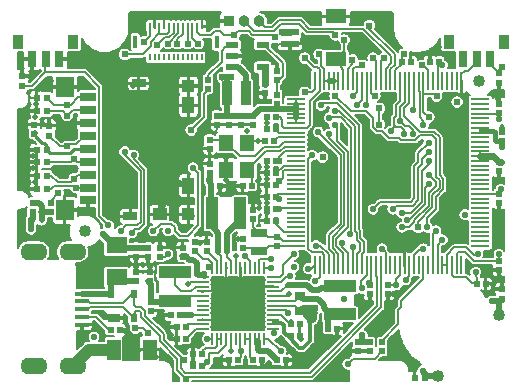
<source format=gtl>
G04 #@! TF.GenerationSoftware,KiCad,Pcbnew,5.1.5+dfsg1-2build2*
G04 #@! TF.CreationDate,2021-07-27T21:48:52+02:00*
G04 #@! TF.ProjectId,FunKey,46756e4b-6579-42e6-9b69-6361645f7063,F*
G04 #@! TF.SameCoordinates,Original*
G04 #@! TF.FileFunction,Copper,L1,Top*
G04 #@! TF.FilePolarity,Positive*
%FSLAX46Y46*%
G04 Gerber Fmt 4.6, Leading zero omitted, Abs format (unit mm)*
G04 Created by KiCad (PCBNEW 5.1.5+dfsg1-2build2) date 2021-07-27 21:48:52*
%MOMM*%
%LPD*%
G04 APERTURE LIST*
%ADD10C,1.016000*%
%ADD11R,0.900000X1.200000*%
%ADD12R,0.800000X1.350000*%
%ADD13R,1.800000X1.200000*%
%ADD14R,1.550000X0.600000*%
%ADD15C,0.609600*%
%ADD16R,0.247500X1.600000*%
%ADD17R,1.600000X0.247500*%
%ADD18R,1.400000X0.700000*%
%ADD19R,0.380000X1.100000*%
%ADD20R,0.230000X0.630000*%
%ADD21R,0.850000X2.000000*%
%ADD22R,1.200000X0.655000*%
%ADD23R,1.050000X1.400000*%
%ADD24R,1.050000X1.075000*%
%ADD25R,1.200000X0.725000*%
%ADD26R,1.500000X1.775000*%
%ADD27R,1.500000X1.725000*%
%ADD28R,1.150000X1.055000*%
%ADD29R,1.350000X0.650000*%
%ADD30R,1.350000X0.750000*%
%ADD31R,2.700000X1.000000*%
%ADD32R,1.000000X2.700000*%
%ADD33R,1.000000X0.200000*%
%ADD34R,0.200000X1.000000*%
%ADD35O,2.300000X1.400000*%
%ADD36R,1.150000X0.400000*%
%ADD37R,1.100000X0.600000*%
%ADD38C,0.965200*%
%ADD39R,0.965200X0.965200*%
%ADD40R,1.143000X1.778000*%
%ADD41R,0.600000X0.700000*%
%ADD42R,1.000000X0.700000*%
%ADD43R,1.800000X1.400000*%
%ADD44R,1.270000X1.397000*%
%ADD45R,0.889000X0.635000*%
%ADD46R,0.550000X0.600000*%
%ADD47R,0.600000X0.550000*%
%ADD48R,0.508000X0.508000*%
%ADD49C,0.508000*%
%ADD50C,0.558800*%
%ADD51C,0.152400*%
%ADD52C,0.203200*%
%ADD53C,0.508000*%
%ADD54C,0.609600*%
%ADD55C,0.406400*%
%ADD56C,0.304800*%
%ADD57C,1.016000*%
%ADD58C,0.182881*%
%ADD59C,0.254000*%
%ADD60C,0.177800*%
G04 APERTURE END LIST*
D10*
X115646200Y-50393600D03*
X82296000Y-63119000D03*
D11*
X113100000Y-47100000D03*
X117800000Y-47100000D03*
D12*
X114300000Y-48525000D03*
X116600000Y-48525000D03*
X115450000Y-48525000D03*
D11*
X76600000Y-47100000D03*
X81300000Y-47100000D03*
D12*
X77800000Y-48525000D03*
X80100000Y-48525000D03*
X78950000Y-48525000D03*
D13*
X103533000Y-48536000D03*
X103533000Y-44936000D03*
D14*
X99658000Y-47236000D03*
X99658000Y-46236000D03*
D15*
X106950000Y-57166000D03*
X107950000Y-57166000D03*
X108950000Y-57166000D03*
X106950000Y-58166000D03*
X107950000Y-58166000D03*
X108950000Y-58166000D03*
X106950000Y-59166000D03*
X107950000Y-59166000D03*
X108950000Y-59166000D03*
D16*
X114150000Y-65966000D03*
X113750000Y-65966000D03*
X113350000Y-65966000D03*
X112950000Y-65966000D03*
X112550000Y-65966000D03*
X112150000Y-65966000D03*
X111750000Y-65966000D03*
X111350000Y-65966000D03*
X110950000Y-65966000D03*
X110550000Y-65966000D03*
X110150000Y-65966000D03*
X109750000Y-65966000D03*
X109350000Y-65966000D03*
X108950000Y-65966000D03*
X108550000Y-65966000D03*
X108150000Y-65966000D03*
X107750000Y-65966000D03*
X107350000Y-65966000D03*
X106950000Y-65966000D03*
X106550000Y-65966000D03*
X106150000Y-65966000D03*
X105750000Y-65966000D03*
X105350000Y-65966000D03*
X104950000Y-65966000D03*
X104550000Y-65966000D03*
X104150000Y-65966000D03*
X103750000Y-65966000D03*
X103350000Y-65966000D03*
X102950000Y-65966000D03*
X102550000Y-65966000D03*
X102150000Y-65966000D03*
X101750000Y-65966000D03*
D17*
X100150000Y-64366000D03*
X100150000Y-63966000D03*
X100150000Y-63566000D03*
X100150000Y-63166000D03*
X100150000Y-62766000D03*
X100150000Y-62366000D03*
X100150000Y-61966000D03*
X100150000Y-61566000D03*
X100150000Y-61166000D03*
X100150000Y-60766000D03*
X100150000Y-60366000D03*
X100150000Y-59966000D03*
X100150000Y-59566000D03*
X100150000Y-59166000D03*
X100150000Y-58766000D03*
X100150000Y-58366000D03*
X100150000Y-57966000D03*
X100150000Y-57566000D03*
X100150000Y-57166000D03*
X100150000Y-56766000D03*
X100150000Y-56366000D03*
X100150000Y-55966000D03*
X100150000Y-55566000D03*
X100150000Y-55166000D03*
X100150000Y-54766000D03*
X100150000Y-54366000D03*
X100150000Y-53966000D03*
X100150000Y-53566000D03*
X100150000Y-53166000D03*
X100150000Y-52766000D03*
X100150000Y-52366000D03*
X100150000Y-51966000D03*
D16*
X101750000Y-50366000D03*
X102150000Y-50366000D03*
X102550000Y-50366000D03*
X102950000Y-50366000D03*
X103350000Y-50366000D03*
X103750000Y-50366000D03*
X104150000Y-50366000D03*
X104550000Y-50366000D03*
X104950000Y-50366000D03*
X105350000Y-50366000D03*
X105750000Y-50366000D03*
X106150000Y-50366000D03*
X106550000Y-50366000D03*
X106950000Y-50366000D03*
X107350000Y-50366000D03*
X107750000Y-50366000D03*
X108150000Y-50366000D03*
X108550000Y-50366000D03*
X108950000Y-50366000D03*
X109350000Y-50366000D03*
X109750000Y-50366000D03*
X110150000Y-50366000D03*
X110550000Y-50366000D03*
X110950000Y-50366000D03*
X111350000Y-50366000D03*
X111750000Y-50366000D03*
X112150000Y-50366000D03*
X112550000Y-50366000D03*
X112950000Y-50366000D03*
X113350000Y-50366000D03*
X113750000Y-50366000D03*
X114150000Y-50366000D03*
D17*
X115750000Y-51966000D03*
X115750000Y-52366000D03*
X115750000Y-52766000D03*
X115750000Y-53166000D03*
X115750000Y-53566000D03*
X115750000Y-53966000D03*
X115750000Y-54366000D03*
X115750000Y-54766000D03*
X115750000Y-55166000D03*
X115750000Y-55566000D03*
X115750000Y-55966000D03*
X115750000Y-56366000D03*
X115750000Y-56766000D03*
X115750000Y-57166000D03*
X115750000Y-57566000D03*
X115750000Y-57966000D03*
X115750000Y-58366000D03*
X115750000Y-58766000D03*
X115750000Y-59166000D03*
X115750000Y-59566000D03*
X115750000Y-59966000D03*
X115750000Y-60366000D03*
X115750000Y-60766000D03*
X115750000Y-61166000D03*
X115750000Y-61566000D03*
X115750000Y-61966000D03*
X115750000Y-62366000D03*
X115750000Y-62766000D03*
X115750000Y-63166000D03*
X115750000Y-63566000D03*
X115750000Y-63966000D03*
X115750000Y-64366000D03*
D18*
X97028000Y-64758000D03*
X97028000Y-63258000D03*
D19*
X86552200Y-47091600D03*
X93432200Y-47091600D03*
D20*
X92192200Y-45771600D03*
X91792200Y-45771600D03*
X91392200Y-45771600D03*
X90992200Y-45771600D03*
X90592200Y-45771600D03*
X90192200Y-45771600D03*
X89792200Y-45771600D03*
X89392200Y-45771600D03*
X88992200Y-45771600D03*
X88592200Y-45771600D03*
X88192200Y-45771600D03*
X87792200Y-45771600D03*
X92192200Y-48411600D03*
X91792200Y-48411600D03*
X91392200Y-48411600D03*
X90992200Y-48411600D03*
X90592200Y-48411600D03*
X90192200Y-48411600D03*
X89792200Y-48411600D03*
X89392200Y-48411600D03*
X88992200Y-48411600D03*
X88592200Y-48411600D03*
X88192200Y-48411600D03*
X87792200Y-48411600D03*
D21*
X94298000Y-51435000D03*
X95948000Y-51435000D03*
D22*
X86828600Y-50613500D03*
D23*
X91053600Y-52461000D03*
X91053600Y-59261000D03*
D24*
X91053600Y-50823500D03*
X91053600Y-61698500D03*
D25*
X86128600Y-61873500D03*
D26*
X80578600Y-61348500D03*
D27*
X80578600Y-50918500D03*
D28*
X88603600Y-61708500D03*
D29*
X82553600Y-60461000D03*
D30*
X82553600Y-51761000D03*
X82553600Y-52861000D03*
X82553600Y-53961000D03*
X82553600Y-55061000D03*
X82553600Y-56161000D03*
X82553600Y-57261000D03*
X82553600Y-58361000D03*
X82553600Y-59461000D03*
D31*
X103886000Y-70161000D03*
X103886000Y-67761000D03*
D32*
X93034000Y-61595000D03*
X95434000Y-61595000D03*
D31*
X89916000Y-66618000D03*
X89916000Y-69018000D03*
D15*
X94050000Y-70415000D03*
X94050000Y-69215000D03*
X94050000Y-68015000D03*
X95250000Y-70415000D03*
X95250000Y-69215000D03*
X95250000Y-68015000D03*
X96450000Y-70415000D03*
X96450000Y-69215000D03*
X96450000Y-68015000D03*
D33*
X98250000Y-67015000D03*
X98250000Y-67415000D03*
X98250000Y-67815000D03*
X98250000Y-68215000D03*
X98250000Y-68615000D03*
X98250000Y-69015000D03*
X98250000Y-69415000D03*
X98250000Y-69815000D03*
X98250000Y-70215000D03*
X98250000Y-70615000D03*
X98250000Y-71015000D03*
X98250000Y-71415000D03*
D34*
X97450000Y-72215000D03*
X97050000Y-72215000D03*
X96650000Y-72215000D03*
X96250000Y-72215000D03*
X95850000Y-72215000D03*
X95450000Y-72215000D03*
X95050000Y-72215000D03*
X94650000Y-72215000D03*
X94250000Y-72215000D03*
X93850000Y-72215000D03*
X93450000Y-72215000D03*
X93050000Y-72215000D03*
D33*
X92250000Y-71415000D03*
X92250000Y-71015000D03*
X92250000Y-70615000D03*
X92250000Y-70215000D03*
X92250000Y-69815000D03*
X92250000Y-69415000D03*
X92250000Y-69015000D03*
X92250000Y-68615000D03*
X92250000Y-68215000D03*
X92250000Y-67815000D03*
X92250000Y-67415000D03*
X92250000Y-67015000D03*
D34*
X93050000Y-66215000D03*
X93450000Y-66215000D03*
X93850000Y-66215000D03*
X94250000Y-66215000D03*
X94650000Y-66215000D03*
X95050000Y-66215000D03*
X95450000Y-66215000D03*
X95850000Y-66215000D03*
X96250000Y-66215000D03*
X96650000Y-66215000D03*
X97050000Y-66215000D03*
X97450000Y-66215000D03*
D35*
X81250000Y-74573000D03*
X81250000Y-64873000D03*
D36*
X82035000Y-71023000D03*
X82035000Y-70373000D03*
X82035000Y-69723000D03*
X82035000Y-69073000D03*
X82035000Y-68423000D03*
D35*
X77950000Y-64873000D03*
X77950000Y-74573000D03*
D37*
X97337400Y-47335400D03*
X97337400Y-49235400D03*
X94737400Y-49235400D03*
X94737400Y-48285400D03*
X94737400Y-47335400D03*
D38*
X97028000Y-45339000D03*
X95758000Y-45339000D03*
D39*
X94488000Y-45339000D03*
D40*
X87757000Y-73152000D03*
X84709000Y-73152000D03*
D41*
X84521000Y-68469000D03*
X86421000Y-68469000D03*
X86421000Y-70469000D03*
D42*
X84721000Y-70469000D03*
D43*
X84963000Y-64309000D03*
X84963000Y-67009000D03*
D44*
X96012000Y-55626000D03*
X96012000Y-57912000D03*
X94234000Y-57912000D03*
X94234000Y-55626000D03*
D45*
X100507800Y-68580000D03*
X100507800Y-69850000D03*
D46*
X78188000Y-51816000D03*
X79038000Y-51816000D03*
X78188000Y-52959000D03*
X79038000Y-52959000D03*
D47*
X79248000Y-54185000D03*
X79248000Y-55035000D03*
D46*
X78188000Y-56261000D03*
X79038000Y-56261000D03*
X78188000Y-57277000D03*
X79038000Y-57277000D03*
X78188000Y-58420000D03*
X79038000Y-58420000D03*
X78188000Y-59563000D03*
X79038000Y-59563000D03*
X110192000Y-75565000D03*
X111042000Y-75565000D03*
D47*
X117602000Y-68028000D03*
X117602000Y-68878000D03*
X117348000Y-50590000D03*
X117348000Y-49740000D03*
X76962000Y-49994000D03*
X76962000Y-50844000D03*
D48*
X99314000Y-74041000D03*
X98552000Y-74041000D03*
X97282000Y-74041000D03*
X96520000Y-74041000D03*
X94488000Y-74041000D03*
X95250000Y-74041000D03*
X91440000Y-73533000D03*
X92202000Y-73533000D03*
X90805000Y-72263000D03*
X90043000Y-72263000D03*
X90297000Y-70231000D03*
X89535000Y-70231000D03*
X91567000Y-64770000D03*
X91567000Y-64008000D03*
X100457000Y-70993000D03*
X99695000Y-70993000D03*
X92583000Y-64770000D03*
X92583000Y-64008000D03*
X91440000Y-74549000D03*
X92202000Y-74549000D03*
X88646000Y-65278000D03*
X88646000Y-64516000D03*
X87757000Y-66548000D03*
X87757000Y-67310000D03*
X90551000Y-65278000D03*
X90551000Y-64516000D03*
X87884000Y-69088000D03*
X87884000Y-69850000D03*
X92964000Y-59309000D03*
X93726000Y-59309000D03*
X92837000Y-58166000D03*
X92837000Y-57404000D03*
X103632000Y-71374000D03*
X102870000Y-71374000D03*
X100457000Y-72009000D03*
X99695000Y-72009000D03*
X101727000Y-69596000D03*
X101727000Y-68834000D03*
X93472000Y-53340000D03*
X93472000Y-54102000D03*
X97536000Y-50673000D03*
X97536000Y-51435000D03*
X94488000Y-53340000D03*
X94488000Y-54102000D03*
X98425000Y-59182000D03*
X97663000Y-59182000D03*
X106426000Y-67691000D03*
X106426000Y-68453000D03*
X98425000Y-60198000D03*
X97663000Y-60198000D03*
X98425000Y-57150000D03*
X97663000Y-57150000D03*
X98425000Y-54483000D03*
X97663000Y-54483000D03*
X98425000Y-53467000D03*
X97663000Y-53467000D03*
X109855000Y-48768000D03*
X109093000Y-48768000D03*
X111506000Y-48768000D03*
X112268000Y-48768000D03*
X117602000Y-54737000D03*
X117602000Y-55499000D03*
X116205000Y-67564000D03*
X115443000Y-67564000D03*
X117348000Y-66421000D03*
X117348000Y-65659000D03*
X117348000Y-58039000D03*
X117348000Y-57277000D03*
X96520000Y-54102000D03*
X96520000Y-53340000D03*
X95504000Y-54102000D03*
X95504000Y-53340000D03*
X97663000Y-58166000D03*
X98425000Y-58166000D03*
X107950000Y-68453000D03*
X107950000Y-67691000D03*
X87630000Y-64516000D03*
X87630000Y-65278000D03*
X86614000Y-64516000D03*
X86614000Y-65278000D03*
X86614000Y-66548000D03*
X86614000Y-67310000D03*
X105410000Y-72517000D03*
X105410000Y-73279000D03*
X96393000Y-59309000D03*
X95631000Y-59309000D03*
X92837000Y-55372000D03*
X92837000Y-56134000D03*
X95631000Y-64516000D03*
X95631000Y-63754000D03*
X96520000Y-62103000D03*
X96520000Y-61341000D03*
X77978000Y-54864000D03*
X77978000Y-54102000D03*
X117348000Y-59944000D03*
X117348000Y-60706000D03*
X117348000Y-53086000D03*
X117348000Y-52324000D03*
X98425000Y-62230000D03*
X97663000Y-62230000D03*
X98425000Y-61214000D03*
X97663000Y-61214000D03*
X106426000Y-73279000D03*
X106426000Y-72517000D03*
X107442000Y-73279000D03*
X107442000Y-72517000D03*
X90805000Y-71247000D03*
X90043000Y-71247000D03*
X98552000Y-51562000D03*
X98552000Y-52324000D03*
X98552000Y-50292000D03*
X98552000Y-49530000D03*
X92710000Y-51054000D03*
X92710000Y-50292000D03*
X98298000Y-55499000D03*
X97536000Y-55499000D03*
X79375000Y-60706000D03*
X79375000Y-61468000D03*
X85217000Y-71501000D03*
X84455000Y-71501000D03*
X98552000Y-64389000D03*
X98552000Y-63627000D03*
X77851000Y-60706000D03*
X77851000Y-61468000D03*
D49*
X102362000Y-73279000D03*
X100330000Y-74295000D03*
X93726000Y-74422000D03*
X88773000Y-70358000D03*
X89611200Y-71932800D03*
X89662000Y-64008000D03*
X90678000Y-62865000D03*
X92049600Y-64084200D03*
X95275400Y-63779400D03*
X109016800Y-64541400D03*
X86868000Y-73152000D03*
X94996000Y-59309000D03*
X117297200Y-51968400D03*
X96012000Y-54610000D03*
X96901000Y-55499000D03*
X97663000Y-58674000D03*
X117475000Y-67056000D03*
X117475000Y-58801000D03*
X117602000Y-54406800D03*
X110566200Y-48310800D03*
X117602000Y-61722000D03*
X91440000Y-74193400D03*
X78181200Y-52349400D03*
X78054200Y-53492400D03*
X77927200Y-56794400D03*
X77927200Y-57810400D03*
X78054200Y-58953400D03*
X78714600Y-54051200D03*
X106426000Y-69088000D03*
X85725000Y-71628000D03*
X85598000Y-70485000D03*
X86614000Y-66167000D03*
X87757000Y-66167000D03*
X88265000Y-73787000D03*
X97739200Y-74447400D03*
X83058000Y-70993000D03*
X91694000Y-44805600D03*
X90678000Y-44805600D03*
X89662000Y-44805600D03*
X88646000Y-44805600D03*
X87630000Y-44805600D03*
X100761800Y-65024000D03*
X105486200Y-69113400D03*
X116840000Y-67691000D03*
X106476800Y-64338200D03*
X108331000Y-68427600D03*
X107950000Y-69291200D03*
X114503200Y-51689000D03*
X92837000Y-56769000D03*
X79451200Y-50444400D03*
X91313000Y-61849000D03*
X96774000Y-71120000D03*
X97663000Y-53975000D03*
D50*
X80645000Y-63246000D03*
D49*
X108204000Y-72390000D03*
X110032800Y-64414400D03*
X104394000Y-75438000D03*
X104190800Y-54533800D03*
D50*
X84201000Y-60198000D03*
D49*
X103047800Y-59334400D03*
X77673200Y-50063400D03*
X80975200Y-48539400D03*
X83820000Y-48260000D03*
X86360000Y-50800000D03*
X86360000Y-53340000D03*
X84074000Y-53340000D03*
X88900000Y-60960000D03*
X91186000Y-55372000D03*
X78740000Y-63500000D03*
X113792000Y-58420000D03*
X106680000Y-55880000D03*
X82118200Y-50800000D03*
X78435200Y-51079400D03*
X80772000Y-54254400D03*
D50*
X84963000Y-61214000D03*
D49*
X85090000Y-65659000D03*
X83947000Y-70231000D03*
X102616000Y-75565000D03*
X97282000Y-69342000D03*
X94488000Y-67183000D03*
X94234000Y-56896000D03*
X94234000Y-58801000D03*
X97663000Y-57658000D03*
X97663000Y-60706000D03*
X97663000Y-61620400D03*
X97053400Y-61163200D03*
X107924600Y-51689000D03*
X113792000Y-57150000D03*
X113665000Y-61214000D03*
X112649000Y-61468000D03*
X114046000Y-63881000D03*
X116205000Y-66929000D03*
X109601000Y-60071000D03*
X106299000Y-60071000D03*
X91440000Y-56972200D03*
X90297000Y-59055000D03*
X83718400Y-71678800D03*
X90297000Y-54610000D03*
X90297000Y-55753000D03*
X80467200Y-58394600D03*
X102387400Y-63703200D03*
X100584000Y-72263000D03*
X113030000Y-52146200D03*
D15*
X103632000Y-47396400D03*
X105156000Y-47853600D03*
X105918000Y-47091600D03*
X101803200Y-45034200D03*
D49*
X99212400Y-50977800D03*
X96774000Y-50063400D03*
D15*
X100736400Y-47015400D03*
D49*
X105841800Y-53594000D03*
X115493800Y-48133000D03*
X112242600Y-47548800D03*
X94640400Y-73279000D03*
X90297000Y-70231000D03*
X97790000Y-73279000D03*
X91008200Y-67614800D03*
X95046800Y-65227200D03*
X99542600Y-68453000D03*
D50*
X89306400Y-65074800D03*
X83058000Y-72085200D03*
X104241600Y-68884800D03*
D49*
X97028000Y-73279000D03*
X91059000Y-70231000D03*
D15*
X97536000Y-50139600D03*
D50*
X105714800Y-67970400D03*
X117602000Y-56007000D03*
X117500400Y-57302400D03*
X112547400Y-49072800D03*
X98729800Y-61214000D03*
X92964000Y-60045600D03*
X92811600Y-58826400D03*
X115366800Y-66598800D03*
D15*
X106680000Y-48463200D03*
X105765600Y-49072800D03*
X100888800Y-51358800D03*
X104241600Y-46939200D03*
X98755200Y-58902600D03*
X109270800Y-48158400D03*
D49*
X99745800Y-70815200D03*
D50*
X112014000Y-63093600D03*
X91744800Y-66751200D03*
X104089200Y-64160400D03*
X77724000Y-62179200D03*
X89306400Y-63093600D03*
X89001600Y-69189600D03*
X89916000Y-69189600D03*
X90830400Y-69189600D03*
X99974400Y-66141600D03*
X117348000Y-65074800D03*
X117500400Y-59588400D03*
X114452400Y-61722000D03*
X117348000Y-53644800D03*
X98450400Y-62179200D03*
X98755200Y-60426600D03*
X92354400Y-66751200D03*
X106375200Y-67513200D03*
X77724000Y-62941200D03*
D15*
X113792000Y-52197000D03*
X107594400Y-48463200D03*
X104927400Y-48615600D03*
X85648800Y-48158400D03*
D50*
X101803200Y-67360800D03*
X92659200Y-74218800D03*
D15*
X102412800Y-56845200D03*
D50*
X95504000Y-73279000D03*
X83820000Y-63398400D03*
X108661200Y-67665600D03*
D15*
X92811600Y-66141600D03*
X98755200Y-57150000D03*
X91287600Y-54559200D03*
D50*
X101650800Y-69951600D03*
X101346000Y-70713600D03*
D15*
X98983800Y-46253400D03*
D50*
X98425000Y-57861200D03*
X98450400Y-54254400D03*
D15*
X102108000Y-48158400D03*
X94691200Y-50088800D03*
X93929200Y-50088800D03*
D50*
X107442000Y-64617600D03*
D15*
X90830400Y-75641200D03*
X90678000Y-74066400D03*
D50*
X102285800Y-52476400D03*
D15*
X80772000Y-52425600D03*
D50*
X103428800Y-52908200D03*
D15*
X80772000Y-53340000D03*
D50*
X105003600Y-64465200D03*
X103428800Y-54127400D03*
D15*
X81381600Y-56997600D03*
X80010000Y-59893200D03*
D50*
X102971600Y-54889400D03*
D15*
X81381600Y-58674000D03*
D50*
X102057200Y-54737000D03*
D15*
X81534000Y-59436000D03*
D50*
X101879400Y-64338200D03*
X92659200Y-72237600D03*
X101498400Y-56692800D03*
D15*
X111404400Y-53467000D03*
X112064800Y-51689000D03*
X98374200Y-46710600D03*
X94945200Y-46482000D03*
X107213400Y-52730400D03*
X107213400Y-54102000D03*
D50*
X99669600Y-66903600D03*
X99517200Y-70027800D03*
X98298000Y-71780400D03*
X98907600Y-73304400D03*
D15*
X103479600Y-51663600D03*
X110490000Y-62788800D03*
D49*
X78613000Y-61442600D03*
X78079600Y-54813200D03*
X78613000Y-62204600D03*
D50*
X104698800Y-63398400D03*
X102971600Y-53517800D03*
D15*
X80772000Y-55930800D03*
D50*
X105765600Y-71932800D03*
D15*
X103479600Y-46507400D03*
D50*
X116738400Y-69037200D03*
D10*
X117348000Y-70255000D03*
D50*
X104546400Y-74371200D03*
X110896400Y-74930000D03*
D10*
X112210000Y-75387200D03*
D15*
X87325200Y-47091600D03*
D50*
X84277200Y-62636400D03*
X111404400Y-57150000D03*
X109118400Y-61569600D03*
X111404400Y-56388000D03*
X108356400Y-61264800D03*
X111404400Y-55626000D03*
X106680000Y-61264800D03*
D15*
X117576600Y-49225200D03*
D50*
X115570000Y-65024000D03*
X112547400Y-63855600D03*
X101193600Y-66294000D03*
X110947200Y-64617600D03*
D15*
X100888800Y-48463200D03*
D50*
X109448600Y-67233800D03*
X95859600Y-65227200D03*
D15*
X86563200Y-71323200D03*
X87630000Y-71780400D03*
D50*
X105308400Y-52425600D03*
D15*
X88392000Y-47396400D03*
D50*
X105003600Y-51663600D03*
D15*
X89306400Y-47244000D03*
X106832400Y-51663600D03*
X91897200Y-47244000D03*
D50*
X106070400Y-52425600D03*
D15*
X90119200Y-47244000D03*
X90982800Y-47244000D03*
X110794800Y-49072800D03*
D50*
X110947200Y-54102000D03*
X88087200Y-63093600D03*
X91440000Y-57759600D03*
D15*
X106375200Y-45720000D03*
D50*
X110032800Y-52882800D03*
X99974400Y-65074800D03*
X111252000Y-62788800D03*
X110032800Y-54864000D03*
X98044000Y-65481200D03*
X108966000Y-53797200D03*
X111404400Y-58369200D03*
X109118400Y-62788800D03*
X85344000Y-63093600D03*
X85648800Y-56388000D03*
X109270800Y-54864000D03*
X98044000Y-66243200D03*
X108204000Y-54635400D03*
X111404400Y-59131200D03*
X109575600Y-62179200D03*
X86258400Y-63246000D03*
X86410800Y-56692800D03*
D51*
X106426000Y-73279000D02*
X105410000Y-73279000D01*
X98250000Y-67815000D02*
X97539000Y-67815000D01*
X97539000Y-67815000D02*
X97231200Y-68122800D01*
X97231200Y-68122800D02*
X96557800Y-68122800D01*
X96557800Y-68122800D02*
X96450000Y-68015000D01*
X109350000Y-65966000D02*
X109350000Y-65001600D01*
X109350000Y-65001600D02*
X109118400Y-64770000D01*
X109118400Y-64770000D02*
X109118400Y-64643000D01*
X109118400Y-64643000D02*
X109016800Y-64541400D01*
X100457000Y-72009000D02*
X100457000Y-72136000D01*
X100457000Y-72136000D02*
X100584000Y-72263000D01*
X91567000Y-64008000D02*
X91973400Y-64008000D01*
X91973400Y-64008000D02*
X92049600Y-64084200D01*
X115450000Y-48525000D02*
X115450000Y-48837200D01*
X115450000Y-48837200D02*
X114757200Y-49530000D01*
X114757200Y-49530000D02*
X114452400Y-49530000D01*
X114452400Y-49530000D02*
X114147600Y-49834800D01*
X114147600Y-49834800D02*
X114147600Y-50363600D01*
X114147600Y-50363600D02*
X114150000Y-50366000D01*
X97536000Y-55499000D02*
X96901000Y-55499000D01*
X78028800Y-51079400D02*
X78435200Y-51079400D01*
X77622400Y-51206400D02*
X77901800Y-51206400D01*
X77571600Y-51257200D02*
X77622400Y-51206400D01*
X77901800Y-51206400D02*
X78028800Y-51079400D01*
X77571600Y-51790600D02*
X77571600Y-51257200D01*
X77597000Y-51816000D02*
X77571600Y-51790600D01*
X77709800Y-51866800D02*
X77571600Y-51866800D01*
X77760600Y-51816000D02*
X77709800Y-51866800D01*
X78188000Y-51816000D02*
X77760600Y-51816000D01*
X77571600Y-51866800D02*
X77597000Y-51816000D01*
X77571600Y-52770000D02*
X77571600Y-51866800D01*
X77760600Y-52959000D02*
X77571600Y-52770000D01*
X78188000Y-52959000D02*
X77760600Y-52959000D01*
X88239601Y-66624201D02*
X88239601Y-67233801D01*
X88239601Y-67233801D02*
X88417400Y-67411600D01*
X88417400Y-67411600D02*
X88417400Y-68289399D01*
X93472000Y-54508400D02*
X93370400Y-54610000D01*
X93472000Y-54102000D02*
X93472000Y-54508400D01*
X93370400Y-54610000D02*
X93370400Y-54711600D01*
X98730600Y-47236000D02*
X98646400Y-47320200D01*
X99658000Y-47236000D02*
X98730600Y-47236000D01*
X98646400Y-47320200D02*
X98577400Y-47320200D01*
X88163400Y-66548000D02*
X88239601Y-66624201D01*
X87757000Y-66548000D02*
X88163400Y-66548000D01*
X88163400Y-66548000D02*
X88290400Y-66421000D01*
X88290400Y-66421000D02*
X88290400Y-66116200D01*
X96139000Y-55499000D02*
X96012000Y-55626000D01*
X96901000Y-55499000D02*
X96139000Y-55499000D01*
X87757000Y-73152000D02*
X88823800Y-73152000D01*
X88823800Y-73152000D02*
X89738200Y-74066400D01*
X89738200Y-74066400D02*
X89738200Y-75311000D01*
X83718400Y-71678800D02*
X84048600Y-72009000D01*
X84048600Y-72009000D02*
X84759800Y-72009000D01*
X107950000Y-69291200D02*
X107950000Y-71094600D01*
X107950000Y-71094600D02*
X106934000Y-72110600D01*
X106934000Y-72110600D02*
X106934000Y-72821800D01*
D52*
X97050000Y-72215000D02*
X96650000Y-72215000D01*
X92250000Y-70215000D02*
X91329000Y-70215000D01*
X98250000Y-68615000D02*
X99380600Y-68615000D01*
X99380600Y-68615000D02*
X99542600Y-68453000D01*
X92250000Y-67415000D02*
X91208000Y-67415000D01*
X91208000Y-67415000D02*
X91008200Y-67614800D01*
X94650000Y-72215000D02*
X94650000Y-73269400D01*
D53*
X91329000Y-70215000D02*
X91186000Y-70215000D01*
X91186000Y-70215000D02*
X90313000Y-70215000D01*
X90313000Y-70215000D02*
X90297000Y-70231000D01*
D52*
X97050000Y-72215000D02*
X97050000Y-72241000D01*
X97050000Y-72241000D02*
X96901000Y-72390000D01*
D53*
X96901000Y-72390000D02*
X96901000Y-73152000D01*
X96901000Y-73152000D02*
X97028000Y-73279000D01*
X97028000Y-73279000D02*
X97790000Y-73279000D01*
X97790000Y-73279000D02*
X98552000Y-74041000D01*
X91059000Y-70231000D02*
X91170000Y-70231000D01*
X91170000Y-70231000D02*
X91186000Y-70215000D01*
D51*
X88646000Y-65278000D02*
X89103200Y-65278000D01*
X89103200Y-65278000D02*
X89306400Y-65074800D01*
D52*
X94650000Y-73269400D02*
X94640400Y-73279000D01*
D53*
X97536000Y-49434000D02*
X97337400Y-49235400D01*
D54*
X97536000Y-50673000D02*
X97536000Y-50139600D01*
X97536000Y-49434000D02*
X97536000Y-50139600D01*
D52*
X95050000Y-66215000D02*
X95050000Y-65230400D01*
D51*
X95050000Y-65230400D02*
X95046800Y-65227200D01*
D52*
X115750000Y-56366000D02*
X115750000Y-56766000D01*
X115750000Y-54766000D02*
X115750000Y-54366000D01*
D51*
X115750000Y-56766000D02*
X115750000Y-57166000D01*
X108550000Y-50366000D02*
X108550000Y-49514200D01*
X108550000Y-49514200D02*
X109093000Y-48971200D01*
X113350000Y-66817200D02*
X113538000Y-67005200D01*
D53*
X92837000Y-58166000D02*
X92837000Y-58826400D01*
X92837000Y-58826400D02*
X92837000Y-59004200D01*
X92837000Y-59004200D02*
X92964000Y-59131200D01*
X92964000Y-59131200D02*
X92964000Y-59309000D01*
X93034000Y-61595000D02*
X93034000Y-62706400D01*
X93034000Y-62706400D02*
X93573600Y-63246000D01*
X93573600Y-63246000D02*
X93573600Y-64922400D01*
D52*
X93850000Y-66215000D02*
X93850000Y-65198800D01*
X93850000Y-65198800D02*
X93573600Y-64922400D01*
D53*
X92964000Y-59309000D02*
X92964000Y-61525000D01*
X92964000Y-61525000D02*
X93034000Y-61595000D01*
D51*
X106150000Y-65966000D02*
X106150000Y-66824000D01*
X112150000Y-50366000D02*
X112150000Y-48886000D01*
X112150000Y-48886000D02*
X112268000Y-48768000D01*
X115366800Y-66598800D02*
X115366800Y-66903600D01*
X115366800Y-66903600D02*
X115519200Y-67056000D01*
X115519200Y-67056000D02*
X115519200Y-67487800D01*
X115519200Y-67487800D02*
X115443000Y-67564000D01*
X113538000Y-67005200D02*
X114554000Y-67005200D01*
X114554000Y-67005200D02*
X115062000Y-67513200D01*
X115062000Y-67513200D02*
X115392200Y-67513200D01*
X115392200Y-67513200D02*
X115443000Y-67564000D01*
D53*
X92811600Y-58826400D02*
X92837000Y-58826400D01*
D54*
X115750000Y-56766000D02*
X116837000Y-56766000D01*
X116837000Y-56766000D02*
X117348000Y-57277000D01*
D53*
X117348000Y-57277000D02*
X117475000Y-57277000D01*
D54*
X117475000Y-57277000D02*
X117500400Y-57302400D01*
D55*
X117602000Y-55499000D02*
X117094000Y-55499000D01*
X117094000Y-55499000D02*
X116967000Y-55372000D01*
X116967000Y-55372000D02*
X116967000Y-54737000D01*
X116967000Y-54737000D02*
X116840000Y-54610000D01*
X116840000Y-54610000D02*
X115824000Y-54610000D01*
D52*
X115824000Y-54610000D02*
X115750000Y-54610000D01*
X115750000Y-54610000D02*
X115750000Y-54766000D01*
D53*
X117602000Y-55499000D02*
X117602000Y-56007000D01*
D51*
X106150000Y-66824000D02*
X105664000Y-67310000D01*
X105664000Y-67310000D02*
X105664000Y-67919600D01*
X105664000Y-67919600D02*
X105714800Y-67970400D01*
X113350000Y-65966000D02*
X113350000Y-66817200D01*
X106680000Y-48463200D02*
X106950000Y-48733200D01*
X106950000Y-48733200D02*
X106950000Y-50366000D01*
X104950000Y-50366000D02*
X104950000Y-49431200D01*
X104950000Y-49431200D02*
X105156000Y-49225200D01*
X105156000Y-49225200D02*
X105613200Y-49225200D01*
X105613200Y-49225200D02*
X105765600Y-49072800D01*
X101750000Y-50366000D02*
X101750000Y-51107200D01*
X101750000Y-51107200D02*
X101498400Y-51358800D01*
X104150000Y-50366000D02*
X104150000Y-49438400D01*
X104150000Y-49438400D02*
X103936800Y-49225200D01*
X103936800Y-49225200D02*
X103936800Y-48939800D01*
X103936800Y-48939800D02*
X103533000Y-48536000D01*
X100150000Y-57966000D02*
X99158400Y-57966000D01*
X99158400Y-57966000D02*
X99060000Y-58064400D01*
X99060000Y-58064400D02*
X99060000Y-58597800D01*
X99060000Y-58597800D02*
X98755200Y-58902600D01*
X101498400Y-51358800D02*
X100888800Y-51358800D01*
X104241600Y-46939200D02*
X104241600Y-47827400D01*
X104241600Y-47827400D02*
X103533000Y-48536000D01*
X109118400Y-48310800D02*
X109118400Y-48742600D01*
X109118400Y-48742600D02*
X109093000Y-48768000D01*
X109093000Y-48768000D02*
X109093000Y-48971200D01*
X109118400Y-48310800D02*
X109270800Y-48158400D01*
X100150000Y-61166000D02*
X98777800Y-61166000D01*
X98777800Y-61166000D02*
X98729800Y-61214000D01*
X98425000Y-61214000D02*
X98729800Y-61214000D01*
X98425000Y-59182000D02*
X98475800Y-59182000D01*
X98475800Y-59182000D02*
X98755200Y-58902600D01*
X112268000Y-48768000D02*
X112268000Y-48793400D01*
X112268000Y-48793400D02*
X112547400Y-49072800D01*
X100150000Y-63166000D02*
X99132400Y-63166000D01*
X100150000Y-59966000D02*
X98657000Y-59966000D01*
X115750000Y-53166000D02*
X117268000Y-53166000D01*
X117268000Y-53166000D02*
X117348000Y-53086000D01*
X111750000Y-65966000D02*
X111750000Y-63357600D01*
X111750000Y-63357600D02*
X112014000Y-63093600D01*
X113750000Y-65966000D02*
X113750000Y-65015200D01*
X113750000Y-65015200D02*
X113842800Y-64922400D01*
X113842800Y-64922400D02*
X114477800Y-64922400D01*
X114477800Y-64922400D02*
X115214400Y-65659000D01*
X115214400Y-65659000D02*
X117348000Y-65659000D01*
X92250000Y-67015000D02*
X91856200Y-67015000D01*
D55*
X91744800Y-66751200D02*
X92354400Y-66751200D01*
X92354400Y-66751200D02*
X92354400Y-66910600D01*
D51*
X92354400Y-66910600D02*
X92250000Y-67015000D01*
D53*
X91744800Y-66751200D02*
X91744800Y-65836800D01*
X91744800Y-65836800D02*
X91440000Y-65532000D01*
X91440000Y-65532000D02*
X91135200Y-65532000D01*
X91135200Y-65532000D02*
X90830400Y-65227200D01*
D52*
X98250000Y-70215000D02*
X98866200Y-70215000D01*
X106550000Y-65966000D02*
X106550000Y-67567000D01*
X106550000Y-67567000D02*
X106426000Y-67691000D01*
D53*
X87884000Y-69088000D02*
X87884000Y-67564000D01*
X87884000Y-69088000D02*
X89611200Y-69088000D01*
X89611200Y-69088000D02*
X89846000Y-69088000D01*
X89846000Y-69088000D02*
X89916000Y-69018000D01*
D52*
X92250000Y-68615000D02*
X90319000Y-68615000D01*
X90319000Y-68615000D02*
X89916000Y-69018000D01*
D51*
X104550000Y-65966000D02*
X104550000Y-64926000D01*
X104550000Y-64926000D02*
X104089200Y-64465200D01*
X104089200Y-64465200D02*
X104089200Y-64160400D01*
D52*
X98866200Y-70215000D02*
X99466400Y-70815200D01*
D51*
X117348000Y-65659000D02*
X117348000Y-65074800D01*
X117348000Y-53644800D02*
X117348000Y-53086000D01*
X89001600Y-69189600D02*
X89103200Y-69088000D01*
X89103200Y-69088000D02*
X89611200Y-69088000D01*
X89916000Y-69189600D02*
X90830400Y-69189600D01*
X89916000Y-69189600D02*
X89916000Y-69018000D01*
X106375200Y-67513200D02*
X106375200Y-67640200D01*
X106375200Y-67640200D02*
X106426000Y-67691000D01*
X115750000Y-59966000D02*
X117326000Y-59966000D01*
X98450400Y-62179200D02*
X98450400Y-62331600D01*
D53*
X90551000Y-65227200D02*
X90830400Y-65227200D01*
X87884000Y-67564000D02*
X87630000Y-67310000D01*
D51*
X117348000Y-59944000D02*
X117348000Y-59740800D01*
X117348000Y-59740800D02*
X117500400Y-59588400D01*
X117326000Y-59966000D02*
X117348000Y-59944000D01*
D53*
X90474800Y-65227200D02*
X90551000Y-65227200D01*
X90551000Y-65227200D02*
X90551000Y-65278000D01*
D51*
X99466400Y-70815200D02*
X99745800Y-70815200D01*
X99695000Y-70993000D02*
X99695000Y-70866000D01*
X99695000Y-70866000D02*
X99745800Y-70815200D01*
X107350000Y-50366000D02*
X107350000Y-48707600D01*
X107350000Y-48707600D02*
X107594400Y-48463200D01*
X89392200Y-45771600D02*
X89392200Y-45939000D01*
X104550000Y-50366000D02*
X104550000Y-49374000D01*
X104550000Y-49374000D02*
X104927400Y-48996600D01*
X104927400Y-48996600D02*
X104927400Y-48615600D01*
X88592200Y-45771600D02*
X88592200Y-46358000D01*
X89392200Y-45771600D02*
X89392200Y-46243800D01*
X89392200Y-46243800D02*
X89230200Y-46405800D01*
D53*
X77851000Y-61468000D02*
X77851000Y-62052200D01*
X77724000Y-62179200D02*
X77724000Y-62941200D01*
X77851000Y-62052200D02*
X77724000Y-62179200D01*
D51*
X85648800Y-48158400D02*
X87172800Y-48158400D01*
X87172800Y-48158400D02*
X87858600Y-47472600D01*
X89230200Y-46405800D02*
X88640000Y-46405800D01*
X88640000Y-46405800D02*
X88592200Y-46358000D01*
X87858600Y-47472600D02*
X87858600Y-47091600D01*
X87858600Y-47091600D02*
X88592200Y-46358000D01*
X98657000Y-59966000D02*
X98425000Y-60198000D01*
X99132400Y-63166000D02*
X98450400Y-62484000D01*
X98450400Y-62484000D02*
X98450400Y-62255400D01*
X98450400Y-62255400D02*
X98425000Y-62230000D01*
X98450400Y-62179200D02*
X98450400Y-62204600D01*
X98450400Y-62204600D02*
X98425000Y-62230000D01*
X98425000Y-60198000D02*
X98526600Y-60198000D01*
X98526600Y-60198000D02*
X98755200Y-60426600D01*
D52*
X94250000Y-72215000D02*
X94250000Y-72780400D01*
X94250000Y-72780400D02*
X93573600Y-73456800D01*
X93573600Y-73456800D02*
X92811600Y-73456800D01*
D51*
X102150000Y-65966000D02*
X102150000Y-67014000D01*
X102150000Y-67014000D02*
X101803200Y-67360800D01*
D52*
X92202000Y-74549000D02*
X92329000Y-74549000D01*
X92329000Y-74549000D02*
X92659200Y-74218800D01*
X92659200Y-74218800D02*
X92811600Y-74066400D01*
X92811600Y-74066400D02*
X92811600Y-73456800D01*
D53*
X86614000Y-64516000D02*
X85170000Y-64516000D01*
X85170000Y-64516000D02*
X84963000Y-64309000D01*
D54*
X83820000Y-63398400D02*
X84734400Y-64312800D01*
X84734400Y-64312800D02*
X84959200Y-64312800D01*
X84959200Y-64312800D02*
X84963000Y-64309000D01*
D53*
X86614000Y-64516000D02*
X87630000Y-64516000D01*
D51*
X95450000Y-73841000D02*
X95250000Y-74041000D01*
X95504000Y-73279000D02*
X95504000Y-73787000D01*
X95504000Y-73787000D02*
X95250000Y-74041000D01*
X95450000Y-72215000D02*
X95450000Y-73225000D01*
X95450000Y-73225000D02*
X95504000Y-73279000D01*
D52*
X96250000Y-72215000D02*
X95850000Y-72215000D01*
D51*
X96250000Y-72215000D02*
X96250000Y-73771000D01*
X96250000Y-73771000D02*
X96520000Y-74041000D01*
D52*
X93050000Y-66215000D02*
X93050000Y-65821200D01*
X93050000Y-65821200D02*
X92710000Y-65481200D01*
X92710000Y-65481200D02*
X92278200Y-65481200D01*
X91567000Y-64770000D02*
X92278200Y-65481200D01*
X108686600Y-67691000D02*
X108661200Y-67665600D01*
X107950000Y-67691000D02*
X108635800Y-67691000D01*
X108635800Y-67691000D02*
X108661200Y-67665600D01*
D51*
X92811600Y-66141600D02*
X92976600Y-66141600D01*
X92976600Y-66141600D02*
X93050000Y-66215000D01*
X100150000Y-56366000D02*
X99234400Y-56366000D01*
X99234400Y-56366000D02*
X98755200Y-56845200D01*
X98755200Y-57150000D02*
X98755200Y-56845200D01*
X108950000Y-65966000D02*
X108950000Y-66843400D01*
X108950000Y-66843400D02*
X108661200Y-67132200D01*
X108661200Y-67132200D02*
X108661200Y-67665600D01*
X92710000Y-51054000D02*
X92710000Y-51155600D01*
X92710000Y-51155600D02*
X92354400Y-51511200D01*
X92354400Y-51511200D02*
X92354400Y-53492400D01*
X92354400Y-53492400D02*
X91287600Y-54559200D01*
X98425000Y-57150000D02*
X98755200Y-57150000D01*
D52*
X98250000Y-69415000D02*
X100072800Y-69415000D01*
X100072800Y-69415000D02*
X100507800Y-69850000D01*
D53*
X100584000Y-69926200D02*
X100507800Y-69850000D01*
X101346000Y-70561200D02*
X100888800Y-70104000D01*
X100888800Y-70104000D02*
X100888800Y-69799200D01*
X100888800Y-69799200D02*
X101193600Y-69799200D01*
X101193600Y-69799200D02*
X101498400Y-70104000D01*
X101498400Y-70104000D02*
X101650800Y-69951600D01*
X100888800Y-69799200D02*
X100584000Y-69799200D01*
X100584000Y-69799200D02*
X100584000Y-69850000D01*
X101346000Y-70713600D02*
X101346000Y-70612000D01*
X101346000Y-70612000D02*
X101346000Y-70561200D01*
X100838000Y-69850000D02*
X100584000Y-69850000D01*
X100330000Y-69850000D02*
X100507800Y-69850000D01*
X100507800Y-69850000D02*
X100584000Y-69850000D01*
X100584000Y-69850000D02*
X100584000Y-69926200D01*
X101727000Y-70027800D02*
X101650800Y-69951600D01*
D52*
X98250000Y-71015000D02*
X98298000Y-71015000D01*
X98298000Y-71015000D02*
X98298000Y-70866000D01*
D56*
X99136200Y-71094600D02*
X98907600Y-70866000D01*
X98907600Y-70866000D02*
X98399000Y-70866000D01*
D52*
X98250000Y-70615000D02*
X98250000Y-71015000D01*
X98399000Y-70866000D02*
X98250000Y-71015000D01*
D53*
X101727000Y-69596000D02*
X100761800Y-69596000D01*
X100761800Y-69596000D02*
X100507800Y-69850000D01*
D56*
X99136200Y-71094600D02*
X99136200Y-71704200D01*
X99136200Y-71704200D02*
X99441000Y-72009000D01*
X99695000Y-72263000D02*
X100431600Y-72999600D01*
X99695000Y-72009000D02*
X99441000Y-72009000D01*
X101346000Y-70713600D02*
X101346000Y-70866000D01*
D53*
X101650800Y-69951600D02*
X101650800Y-70561200D01*
X101650800Y-70561200D02*
X101600000Y-70612000D01*
X101600000Y-70612000D02*
X101346000Y-70612000D01*
D56*
X100431600Y-72999600D02*
X100736400Y-72999600D01*
X100736400Y-72999600D02*
X101346000Y-72390000D01*
X101346000Y-72390000D02*
X101346000Y-70713600D01*
X99695000Y-72009000D02*
X99695000Y-72263000D01*
D51*
X100888800Y-70104000D02*
X101498400Y-70104000D01*
D54*
X99658000Y-46236000D02*
X99001200Y-46236000D01*
X98983800Y-46253400D02*
X99001200Y-46236000D01*
X99001200Y-46236000D02*
X99009200Y-46228000D01*
D52*
X100150000Y-51966000D02*
X100150000Y-52366000D01*
X100150000Y-53566000D02*
X100150000Y-53966000D01*
X103750000Y-50366000D02*
X103350000Y-50366000D01*
X102950000Y-50366000D02*
X102550000Y-50366000D01*
D51*
X100103000Y-53213000D02*
X100150000Y-53166000D01*
D53*
X102950000Y-50366000D02*
X103350000Y-50366000D01*
X100150000Y-52366000D02*
X100150000Y-52766000D01*
X100150000Y-52859600D02*
X100150000Y-53166000D01*
X100150000Y-53166000D02*
X100150000Y-53566000D01*
D51*
X98450400Y-54457600D02*
X98425000Y-54483000D01*
D53*
X95504000Y-53340000D02*
X96520000Y-53340000D01*
D51*
X102550000Y-50366000D02*
X102550000Y-49387800D01*
X102550000Y-49387800D02*
X102260400Y-49098200D01*
D53*
X100150000Y-52766000D02*
X98450400Y-52766000D01*
X98450400Y-52766000D02*
X97094000Y-52766000D01*
X97094000Y-52766000D02*
X96520000Y-53340000D01*
X98552000Y-52324000D02*
X98552000Y-52664400D01*
X98552000Y-52664400D02*
X98450400Y-52766000D01*
X95504000Y-53340000D02*
X94488000Y-53340000D01*
X94488000Y-53340000D02*
X93472000Y-53340000D01*
D51*
X102260400Y-49098200D02*
X102260400Y-48310800D01*
X102260400Y-48310800D02*
X102108000Y-48158400D01*
X100150000Y-57566000D02*
X99101200Y-57566000D01*
X98450400Y-54457600D02*
X98450400Y-54254400D01*
X100150000Y-54766000D02*
X98708000Y-54766000D01*
X98708000Y-54766000D02*
X98425000Y-54483000D01*
X100150000Y-52859600D02*
X100279200Y-52730400D01*
D53*
X94691200Y-50088800D02*
X93878400Y-50088800D01*
X93878400Y-50088800D02*
X93878400Y-50139600D01*
X94298000Y-51435000D02*
X94298000Y-50088800D01*
X94298000Y-50088800D02*
X94691200Y-50088800D01*
X94488000Y-53340000D02*
X94298000Y-53340000D01*
X94298000Y-53340000D02*
X94298000Y-51435000D01*
X100150000Y-52766000D02*
X100150000Y-52859600D01*
D51*
X99101200Y-57566000D02*
X98501200Y-58166000D01*
X98501200Y-58166000D02*
X98425000Y-58166000D01*
X98425000Y-57861200D02*
X98425000Y-58166000D01*
D57*
X84709000Y-73152000D02*
X82671000Y-73152000D01*
X82671000Y-73152000D02*
X81250000Y-74573000D01*
D51*
X108813600Y-71018400D02*
X108813600Y-69799200D01*
X108813600Y-69799200D02*
X109042200Y-69570600D01*
X109042200Y-69570600D02*
X109042200Y-69037200D01*
X110947200Y-67132200D02*
X110947200Y-65968800D01*
X110947200Y-65968800D02*
X110950000Y-65966000D01*
X109042200Y-69037200D02*
X110947200Y-67132200D01*
X107442000Y-72517000D02*
X107442000Y-72390000D01*
X107442000Y-72390000D02*
X108813600Y-71018400D01*
X107750000Y-65966000D02*
X107750000Y-64925600D01*
X107750000Y-64925600D02*
X107442000Y-64617600D01*
D58*
X82035000Y-69723000D02*
X82539840Y-69723000D01*
X82539840Y-69723000D02*
X82702400Y-69560441D01*
X82702400Y-69560441D02*
X85512440Y-69560441D01*
X85512440Y-69560441D02*
X86421000Y-70469000D01*
X86421000Y-70469000D02*
X86421000Y-70134441D01*
X86421000Y-70134441D02*
X86639400Y-69916041D01*
X86639400Y-69916041D02*
X86925559Y-69916041D01*
X86925559Y-69916041D02*
X87028859Y-70019341D01*
X87028859Y-70019341D02*
X87028859Y-70400341D01*
X87028859Y-70400341D02*
X88605359Y-71976841D01*
X88605359Y-71976841D02*
X88605359Y-72434041D01*
X88605359Y-72434041D02*
X90078559Y-73907241D01*
X90078559Y-73907241D02*
X90078559Y-74847041D01*
X90078559Y-74847041D02*
X90659359Y-75427841D01*
X90659359Y-75427841D02*
X90830400Y-75427841D01*
X90830400Y-75427841D02*
X101491640Y-75427841D01*
X107355640Y-69563841D02*
X107355640Y-66802000D01*
X107350000Y-65966000D02*
X107350000Y-66796360D01*
X107350000Y-66796360D02*
X107355640Y-66802000D01*
X101491640Y-75427841D02*
X107355640Y-69563841D01*
X90830400Y-75641200D02*
X90830400Y-75427841D01*
X82035000Y-69073000D02*
X82550240Y-69073000D01*
X82550240Y-69073000D02*
X82702400Y-69225160D01*
X82702400Y-69225160D02*
X85512440Y-69225160D01*
X86421000Y-68469000D02*
X86421000Y-69362360D01*
X86421000Y-69362360D02*
X86639400Y-69580760D01*
X86639400Y-69580760D02*
X87064440Y-69580760D01*
X87064440Y-69580760D02*
X87367540Y-69883860D01*
X87367540Y-69883860D02*
X87367540Y-70264860D01*
X87367540Y-70264860D02*
X88940640Y-71837960D01*
X88940640Y-71837960D02*
X88940640Y-72295160D01*
X88940640Y-72295160D02*
X90413840Y-73768360D01*
X90413840Y-73768360D02*
X90413840Y-74066400D01*
X90413840Y-74066400D02*
X90413840Y-74708160D01*
X90413840Y-74708160D02*
X90798240Y-75092560D01*
X90798240Y-75092560D02*
X101352759Y-75092560D01*
X107020359Y-69424960D02*
X107020359Y-66954400D01*
X106950000Y-65966000D02*
X106950000Y-66884041D01*
X106950000Y-66884041D02*
X107020359Y-66954400D01*
X86421000Y-68469000D02*
X86268600Y-68469000D01*
X86268600Y-68469000D02*
X85512440Y-69225160D01*
X101352759Y-75092560D02*
X107020359Y-69424960D01*
X90678000Y-74066400D02*
X90413840Y-74066400D01*
D51*
X105750000Y-65966000D02*
X105750000Y-65090400D01*
X105750000Y-65090400D02*
X105918000Y-64922400D01*
X105918000Y-64922400D02*
X105918000Y-64008000D01*
X105918000Y-64008000D02*
X105613200Y-63703200D01*
X105613200Y-63703200D02*
X105613200Y-63093600D01*
X105613200Y-63093600D02*
X105460800Y-62941200D01*
X105460800Y-62941200D02*
X105460800Y-54102000D01*
X105460800Y-54102000D02*
X103632000Y-52273200D01*
X102336600Y-52425600D02*
X102285800Y-52476400D01*
X103632000Y-52273200D02*
X102489000Y-52273200D01*
X102489000Y-52273200D02*
X102285800Y-52476400D01*
X82553600Y-51761000D02*
X81741400Y-51761000D01*
X81741400Y-51761000D02*
X81076800Y-52425600D01*
X81076800Y-52425600D02*
X80772000Y-52425600D01*
X79647600Y-52425600D02*
X80772000Y-52425600D01*
X79647600Y-52425600D02*
X79038000Y-51816000D01*
X105308400Y-63855600D02*
X105308400Y-63246000D01*
X105308400Y-63246000D02*
X105156000Y-63093600D01*
X105156000Y-63093600D02*
X105156000Y-54254400D01*
X105350000Y-65966000D02*
X105350000Y-65033200D01*
X105350000Y-65033200D02*
X105613200Y-64770000D01*
X105613200Y-64770000D02*
X105613200Y-64160400D01*
X105613200Y-64160400D02*
X105308400Y-63855600D01*
X103428800Y-52908200D02*
X103809800Y-52908200D01*
X103809800Y-52908200D02*
X105156000Y-54254400D01*
X82553600Y-52861000D02*
X81251000Y-52861000D01*
X81251000Y-52861000D02*
X80772000Y-53340000D01*
X79038000Y-52959000D02*
X80391000Y-52959000D01*
X80391000Y-52959000D02*
X80772000Y-53340000D01*
X105003600Y-64465200D02*
X104950000Y-64518800D01*
X104950000Y-64518800D02*
X104950000Y-65966000D01*
X104140000Y-65956000D02*
X104150000Y-65966000D01*
X104140000Y-65956000D02*
X104140000Y-64973200D01*
X104140000Y-64973200D02*
X103555800Y-64389000D01*
X103555800Y-64389000D02*
X103555800Y-63779400D01*
X104546400Y-62788800D02*
X104546400Y-56388000D01*
X104546400Y-56388000D02*
X103632000Y-55473600D01*
X103632000Y-55473600D02*
X103632000Y-54330600D01*
X103632000Y-54330600D02*
X103428800Y-54127400D01*
X103555800Y-63779400D02*
X104546400Y-62788800D01*
X82553600Y-57261000D02*
X81645000Y-57261000D01*
X81645000Y-57261000D02*
X81381600Y-56997600D01*
X79038000Y-57277000D02*
X81102200Y-57277000D01*
X81102200Y-57277000D02*
X81381600Y-56997600D01*
X79038000Y-57429400D02*
X79038000Y-57277000D01*
X79264000Y-57293000D02*
X79254600Y-57302400D01*
X79264000Y-57293000D02*
X79248000Y-57277000D01*
X79248000Y-57277000D02*
X79038000Y-57277000D01*
X79375000Y-60706000D02*
X79375000Y-60528200D01*
X79375000Y-60528200D02*
X80010000Y-59893200D01*
X103750000Y-65966000D02*
X103750000Y-65015000D01*
X103750000Y-65015000D02*
X103251000Y-64516000D01*
X103251000Y-63627000D02*
X104241600Y-62636400D01*
X104241600Y-62636400D02*
X104241600Y-56540400D01*
X102971600Y-54889400D02*
X102971600Y-55270400D01*
X102971600Y-55270400D02*
X104241600Y-56540400D01*
X103251000Y-64516000D02*
X103251000Y-63627000D01*
X82553600Y-58361000D02*
X81694600Y-58361000D01*
X81694600Y-58361000D02*
X81381600Y-58674000D01*
X79038000Y-58420000D02*
X79451200Y-58420000D01*
X79451200Y-58420000D02*
X80010000Y-58978800D01*
X80010000Y-58978800D02*
X81076800Y-58978800D01*
X81076800Y-58978800D02*
X81381600Y-58674000D01*
X103350000Y-65966000D02*
X103350000Y-65046800D01*
X103350000Y-65046800D02*
X102946200Y-64643000D01*
X102946200Y-64643000D02*
X102946200Y-63474600D01*
X102946200Y-63474600D02*
X103936800Y-62484000D01*
X103936800Y-62484000D02*
X103936800Y-56692800D01*
X103936800Y-56692800D02*
X102260400Y-55016400D01*
X102260400Y-55016400D02*
X102260400Y-54940200D01*
X102260400Y-54940200D02*
X102057200Y-54737000D01*
X79038000Y-59563000D02*
X79425800Y-59563000D01*
X79425800Y-59563000D02*
X79705200Y-59283600D01*
X79705200Y-59283600D02*
X81381600Y-59283600D01*
X81381600Y-59283600D02*
X81534000Y-59436000D01*
X82553600Y-59461000D02*
X81559000Y-59461000D01*
X81559000Y-59461000D02*
X81534000Y-59436000D01*
X102950000Y-65966000D02*
X102950000Y-65078600D01*
X101879400Y-64338200D02*
X102209600Y-64338200D01*
X102209600Y-64338200D02*
X102950000Y-65078600D01*
X93050000Y-72215000D02*
X92681800Y-72215000D01*
X92681800Y-72215000D02*
X92659200Y-72237600D01*
X101193600Y-64617600D02*
X101193600Y-56997600D01*
X101193600Y-56997600D02*
X101498400Y-56692800D01*
X102550000Y-65966000D02*
X102550000Y-65110400D01*
X101498400Y-64922400D02*
X101193600Y-64617600D01*
X102550000Y-65110400D02*
X102362000Y-64922400D01*
X102362000Y-64922400D02*
X101498400Y-64922400D01*
X100150000Y-64366000D02*
X98575000Y-64366000D01*
X98552000Y-64389000D02*
X97891600Y-64389000D01*
X95631000Y-64516000D02*
X96786000Y-64516000D01*
X96786000Y-64516000D02*
X97028000Y-64758000D01*
X98575000Y-64366000D02*
X98552000Y-64389000D01*
X97028000Y-64758000D02*
X97522600Y-64758000D01*
X97522600Y-64758000D02*
X97891600Y-64389000D01*
X100150000Y-63966000D02*
X99043400Y-63966000D01*
X98552000Y-63627000D02*
X98704400Y-63627000D01*
X98704400Y-63627000D02*
X99043400Y-63966000D01*
X96520000Y-62103000D02*
X96520000Y-62750000D01*
X96520000Y-62750000D02*
X97028000Y-63258000D01*
X98552000Y-63627000D02*
X97764600Y-63627000D01*
X97764600Y-63627000D02*
X97536000Y-63398400D01*
X97536000Y-63398400D02*
X97168400Y-63398400D01*
X97168400Y-63398400D02*
X97028000Y-63258000D01*
X100150000Y-55966000D02*
X99202600Y-55966000D01*
X99202600Y-55966000D02*
X98831400Y-56337200D01*
X98831400Y-56337200D02*
X97586800Y-56337200D01*
X96393000Y-59309000D02*
X96393000Y-57556400D01*
X97586800Y-56337200D02*
X96012000Y-57912000D01*
X96393000Y-57556400D02*
X96367600Y-57556400D01*
X96367600Y-57556400D02*
X96012000Y-57912000D01*
X100150000Y-55566000D02*
X99145400Y-55566000D01*
X99145400Y-55566000D02*
X98679000Y-56032400D01*
X98679000Y-56032400D02*
X97459800Y-56032400D01*
X97459800Y-56032400D02*
X96697800Y-56794400D01*
X92837000Y-55372000D02*
X93980000Y-55372000D01*
X93980000Y-55372000D02*
X94234000Y-55626000D01*
X96697800Y-56794400D02*
X95402400Y-56794400D01*
X95402400Y-56794400D02*
X94234000Y-55626000D01*
X100150000Y-55166000D02*
X98631000Y-55166000D01*
X98631000Y-55166000D02*
X98298000Y-55499000D01*
X110950000Y-50366000D02*
X110950000Y-51511200D01*
X110950000Y-51511200D02*
X110950000Y-53012600D01*
X110950000Y-53012600D02*
X111404400Y-53467000D01*
X112064800Y-51689000D02*
X111887000Y-51511200D01*
X111887000Y-51511200D02*
X110950000Y-51511200D01*
X91792200Y-45771600D02*
X91792200Y-46224600D01*
X91792200Y-46224600D02*
X92049600Y-46482000D01*
X92049600Y-46482000D02*
X92964000Y-46482000D01*
X92964000Y-46482000D02*
X93268800Y-46177200D01*
X98374200Y-46710600D02*
X98145600Y-46482000D01*
X93268800Y-46177200D02*
X93726000Y-46177200D01*
X98145600Y-46482000D02*
X96469200Y-46482000D01*
X96469200Y-46482000D02*
X96164400Y-46177200D01*
X96164400Y-46177200D02*
X95250000Y-46177200D01*
X95250000Y-46177200D02*
X94945200Y-46482000D01*
X93726000Y-46177200D02*
X94030800Y-46482000D01*
X94030800Y-46482000D02*
X94945200Y-46482000D01*
X107213400Y-54102000D02*
X107213400Y-52730400D01*
X98250000Y-67415000D02*
X98853400Y-67415000D01*
X98853400Y-67415000D02*
X99364800Y-66903600D01*
X99364800Y-66903600D02*
X99669600Y-66903600D01*
D52*
X98250000Y-68215000D02*
X98917000Y-68215000D01*
X98917000Y-68215000D02*
X99441000Y-67691000D01*
D53*
X101498400Y-68122800D02*
X102108000Y-68122800D01*
X102108000Y-68122800D02*
X102260400Y-67970400D01*
X102260400Y-67970400D02*
X103676600Y-67970400D01*
X99441000Y-67691000D02*
X101066600Y-67691000D01*
X101066600Y-67691000D02*
X101498400Y-68122800D01*
X103676600Y-67970400D02*
X103886000Y-67761000D01*
D52*
X98250000Y-69015000D02*
X100072800Y-69015000D01*
X100072800Y-69015000D02*
X100507800Y-68580000D01*
D53*
X101727000Y-68834000D02*
X102057200Y-68834000D01*
X102057200Y-68834000D02*
X102565200Y-69342000D01*
X103886000Y-70161000D02*
X103079400Y-70161000D01*
X103079400Y-70161000D02*
X102870000Y-69951600D01*
X102870000Y-69951600D02*
X102565200Y-69646800D01*
X102565200Y-69646800D02*
X102565200Y-69342000D01*
X101727000Y-68834000D02*
X100761800Y-68834000D01*
X100761800Y-68834000D02*
X100507800Y-68580000D01*
X102870000Y-71374000D02*
X102870000Y-69951600D01*
D52*
X98265800Y-69799200D02*
X98250000Y-69815000D01*
X98250000Y-69815000D02*
X99304400Y-69815000D01*
X99304400Y-69815000D02*
X99517200Y-70027800D01*
X98250000Y-71415000D02*
X98250000Y-71732400D01*
X98250000Y-71732400D02*
X98298000Y-71780400D01*
D51*
X97450000Y-72215000D02*
X97818200Y-72215000D01*
X97818200Y-72215000D02*
X98907600Y-73304400D01*
D52*
X93850000Y-72215000D02*
X93450000Y-72215000D01*
X93450000Y-72215000D02*
X93450000Y-72818400D01*
X93450000Y-72818400D02*
X93268800Y-72999600D01*
X93268800Y-72999600D02*
X92506800Y-72999600D01*
X92506800Y-72999600D02*
X92202000Y-73304400D01*
D51*
X92202000Y-73304400D02*
X92202000Y-73533000D01*
D52*
X92250000Y-71415000D02*
X91653000Y-71415000D01*
X91653000Y-71415000D02*
X90805000Y-72263000D01*
X92250000Y-71015000D02*
X91037000Y-71015000D01*
X91037000Y-71015000D02*
X90805000Y-71247000D01*
D51*
X92247000Y-67818000D02*
X92250000Y-67815000D01*
D52*
X92250000Y-67815000D02*
X91671600Y-67815000D01*
X91671600Y-67815000D02*
X91287600Y-68199000D01*
X91287600Y-68199000D02*
X90449400Y-68199000D01*
X90449400Y-68199000D02*
X89916000Y-67665600D01*
X89916000Y-67665600D02*
X89916000Y-66618000D01*
X93450000Y-66215000D02*
X93450000Y-65637000D01*
X93450000Y-65637000D02*
X92583000Y-64770000D01*
D53*
X95434000Y-61595000D02*
X95434000Y-62147600D01*
X95434000Y-62147600D02*
X94335600Y-63246000D01*
X94335600Y-63246000D02*
X94335600Y-64922400D01*
D52*
X94650000Y-66215000D02*
X94650000Y-65643200D01*
X94650000Y-65643200D02*
X94335600Y-65328800D01*
X94335600Y-65328800D02*
X94335600Y-64922400D01*
D51*
X110642400Y-55016400D02*
X111709200Y-55016400D01*
X111709200Y-55016400D02*
X112014000Y-55321200D01*
X112014000Y-55321200D02*
X112014000Y-58521600D01*
X112014000Y-58521600D02*
X112318800Y-58826400D01*
X112318800Y-58826400D02*
X112318800Y-59436000D01*
X112318800Y-59436000D02*
X111709200Y-60045600D01*
X111709200Y-60045600D02*
X111709200Y-61112400D01*
X111709200Y-61112400D02*
X110490000Y-62331600D01*
X110490000Y-62331600D02*
X110490000Y-62788800D01*
X110261400Y-55397400D02*
X110642400Y-55016400D01*
X109042200Y-55397400D02*
X110261400Y-55397400D01*
X103479600Y-51663600D02*
X104775000Y-52959000D01*
X104775000Y-52959000D02*
X106070400Y-52959000D01*
X106070400Y-52959000D02*
X106680000Y-53568600D01*
X106680000Y-53568600D02*
X106680000Y-54330600D01*
X106680000Y-54330600D02*
X106984800Y-54635400D01*
X106984800Y-54635400D02*
X107442000Y-54635400D01*
X107442000Y-54635400D02*
X108051600Y-55245000D01*
X108051600Y-55245000D02*
X108889800Y-55245000D01*
X108889800Y-55245000D02*
X109042200Y-55397400D01*
X98552000Y-51562000D02*
X98552000Y-50292000D01*
X97475000Y-47335400D02*
X99060000Y-48920400D01*
X99060000Y-48920400D02*
X99060000Y-49987200D01*
X99060000Y-49987200D02*
X98755200Y-50292000D01*
X97337400Y-47335400D02*
X97475000Y-47335400D01*
X98755200Y-50292000D02*
X98552000Y-50292000D01*
D53*
X95948000Y-51435000D02*
X95948000Y-49923200D01*
X95948000Y-49923200D02*
X95250000Y-49225200D01*
X95250000Y-49225200D02*
X94747600Y-49225200D01*
X94747600Y-49225200D02*
X94737400Y-49235400D01*
D51*
X92710000Y-50292000D02*
X92710000Y-49936400D01*
X92710000Y-49936400D02*
X93878400Y-48768000D01*
X93878400Y-48768000D02*
X93878400Y-47853600D01*
X93878400Y-47853600D02*
X94183200Y-47548800D01*
X94183200Y-47548800D02*
X94524000Y-47548800D01*
X94524000Y-47548800D02*
X94737400Y-47335400D01*
X79038000Y-56261000D02*
X79121000Y-56261000D01*
D53*
X78613000Y-62204600D02*
X78613000Y-61442600D01*
X78638400Y-61468000D02*
X78613000Y-61442600D01*
X79375000Y-61468000D02*
X78587600Y-61468000D01*
X78587600Y-61468000D02*
X78613000Y-61442600D01*
D51*
X78079600Y-54813200D02*
X78028800Y-54813200D01*
X78028800Y-54813200D02*
X77978000Y-54864000D01*
D59*
X82553600Y-56161000D02*
X81380000Y-56161000D01*
X81380000Y-56161000D02*
X81000600Y-56540400D01*
X81000600Y-56540400D02*
X79317400Y-56540400D01*
D53*
X77851000Y-60706000D02*
X78384400Y-60706000D01*
X78384400Y-60706000D02*
X78638400Y-60960000D01*
X78638400Y-60960000D02*
X78638400Y-61417200D01*
X78638400Y-61417200D02*
X78613000Y-61442600D01*
D59*
X79317400Y-56540400D02*
X79038000Y-56261000D01*
X79121000Y-56261000D02*
X79095600Y-56235600D01*
X79095600Y-56235600D02*
X79095600Y-55930800D01*
X79095600Y-55930800D02*
X78790800Y-55626000D01*
X78790800Y-55626000D02*
X78638400Y-55626000D01*
X78638400Y-55626000D02*
X78079600Y-55067200D01*
X78079600Y-55067200D02*
X78079600Y-54813200D01*
D51*
X82035000Y-70373000D02*
X83225400Y-70373000D01*
X84455000Y-71501000D02*
X84353400Y-71501000D01*
X84353400Y-71501000D02*
X83225400Y-70373000D01*
D53*
X82035000Y-68423000D02*
X84475000Y-68423000D01*
X84475000Y-68423000D02*
X84521000Y-68469000D01*
X84521000Y-68469000D02*
X84521000Y-67451000D01*
X84521000Y-67451000D02*
X84963000Y-67009000D01*
X86614000Y-67310000D02*
X85264000Y-67310000D01*
X85264000Y-67310000D02*
X84963000Y-67009000D01*
D51*
X104698800Y-63398400D02*
X104851200Y-63246000D01*
X104851200Y-63246000D02*
X104851200Y-54406800D01*
X104851200Y-54406800D02*
X103936800Y-53492400D01*
X103936800Y-53492400D02*
X102997000Y-53492400D01*
X102997000Y-53492400D02*
X102971600Y-53517800D01*
X82553600Y-55061000D02*
X82251400Y-55061000D01*
X82251400Y-55061000D02*
X81534000Y-55778400D01*
X81534000Y-55778400D02*
X80924400Y-55778400D01*
X80924400Y-55778400D02*
X80772000Y-55930800D01*
X80772000Y-55930800D02*
X80143800Y-55930800D01*
X80143800Y-55930800D02*
X79248000Y-55035000D01*
D53*
X106426000Y-72517000D02*
X105765600Y-72517000D01*
X105765600Y-72517000D02*
X105410000Y-72517000D01*
X105765600Y-71932800D02*
X105765600Y-72517000D01*
D51*
X100406200Y-45567600D02*
X101117400Y-46278800D01*
X98298000Y-46177200D02*
X98907600Y-45567600D01*
X98907600Y-45567600D02*
X100406200Y-45567600D01*
X101117400Y-46278800D02*
X103251000Y-46278800D01*
X103251000Y-46278800D02*
X103479600Y-46507400D01*
X98298000Y-46177200D02*
X96596200Y-46177200D01*
X96596200Y-46177200D02*
X95758000Y-45339000D01*
D53*
X116738400Y-69037200D02*
X117551200Y-69037200D01*
X117348000Y-69132000D02*
X117602000Y-68878000D01*
X117602000Y-68878000D02*
X117602000Y-68986400D01*
X117602000Y-68986400D02*
X117551200Y-69037200D01*
X117348000Y-70255000D02*
X117348000Y-69132000D01*
D51*
X104546400Y-74371200D02*
X105003600Y-73914000D01*
X105003600Y-73914000D02*
X106807000Y-73914000D01*
X106807000Y-73914000D02*
X107442000Y-73279000D01*
D53*
X110896400Y-74930000D02*
X110896400Y-75063800D01*
X110896400Y-75063800D02*
X111219800Y-75387200D01*
X112210000Y-75387200D02*
X111219800Y-75387200D01*
X111219800Y-75387200D02*
X111042000Y-75565000D01*
D51*
X87782400Y-45781400D02*
X87792200Y-45771600D01*
X87782400Y-45781400D02*
X87782400Y-46634400D01*
X87782400Y-46634400D02*
X87325200Y-47091600D01*
X83515200Y-61874400D02*
X84277200Y-62636400D01*
X83515200Y-50901600D02*
X83515200Y-61874400D01*
X82296000Y-49682400D02*
X83515200Y-50901600D01*
X76962000Y-50844000D02*
X77781600Y-50844000D01*
X77781600Y-50844000D02*
X78943200Y-49682400D01*
X78943200Y-49682400D02*
X78943200Y-48531800D01*
X78943200Y-48531800D02*
X78950000Y-48525000D01*
X78943200Y-49682400D02*
X82296000Y-49682400D01*
X110794800Y-60655200D02*
X110794800Y-58064400D01*
X110794800Y-58064400D02*
X111404400Y-57454800D01*
X111404400Y-57454800D02*
X111404400Y-57150000D01*
X109118400Y-61569600D02*
X109880400Y-61569600D01*
X109880400Y-61569600D02*
X110794800Y-60655200D01*
X108661200Y-60960000D02*
X108356400Y-61264800D01*
X110490000Y-60502800D02*
X110490000Y-57759600D01*
X110490000Y-57759600D02*
X110794800Y-57454800D01*
X110794800Y-57454800D02*
X110794800Y-56997600D01*
X110794800Y-56997600D02*
X111404400Y-56388000D01*
X108661200Y-60960000D02*
X110032800Y-60960000D01*
X110032800Y-60960000D02*
X110490000Y-60502800D01*
X107289600Y-60655200D02*
X106680000Y-61264800D01*
X110185200Y-60350400D02*
X110185200Y-57607200D01*
X110185200Y-57607200D02*
X110490000Y-57302400D01*
X110490000Y-57302400D02*
X110490000Y-56540400D01*
X110490000Y-56540400D02*
X111404400Y-55626000D01*
X107289600Y-60655200D02*
X109880400Y-60655200D01*
X109880400Y-60655200D02*
X110185200Y-60350400D01*
X117576600Y-49511400D02*
X117348000Y-49740000D01*
X116600000Y-48525000D02*
X116600000Y-48992000D01*
X116600000Y-48992000D02*
X117348000Y-49740000D01*
X117348000Y-49740000D02*
X117348000Y-49453800D01*
X117348000Y-49453800D02*
X117576600Y-49225200D01*
D52*
X112550000Y-65966000D02*
X112950000Y-65966000D01*
D51*
X112950000Y-65966000D02*
X112950000Y-65104000D01*
X112950000Y-65104000D02*
X113563400Y-64490600D01*
X114554000Y-64490600D02*
X115214400Y-65151000D01*
X115214400Y-65151000D02*
X115443000Y-65151000D01*
X115443000Y-65151000D02*
X115570000Y-65024000D01*
X113563400Y-64490600D02*
X114554000Y-64490600D01*
X112150000Y-65966000D02*
X112150000Y-64253000D01*
X112150000Y-64253000D02*
X112547400Y-63855600D01*
X101726800Y-65989200D02*
X101750000Y-65966000D01*
X101193600Y-66294000D02*
X101422000Y-66294000D01*
X101422000Y-66294000D02*
X101750000Y-65966000D01*
X110150000Y-65872000D02*
X110109000Y-65913000D01*
X110109000Y-65913000D02*
X110109000Y-65925000D01*
X110109000Y-65925000D02*
X110150000Y-65966000D01*
X110109000Y-65913000D02*
X110109000Y-65151000D01*
X110109000Y-65151000D02*
X110642400Y-64617600D01*
X110642400Y-64617600D02*
X110947200Y-64617600D01*
X100150000Y-54366000D02*
X101082000Y-54366000D01*
X101082000Y-54366000D02*
X101346000Y-54102000D01*
X101346000Y-54102000D02*
X101346000Y-52070000D01*
X101346000Y-52070000D02*
X102150000Y-51266000D01*
X102150000Y-50366000D02*
X102150000Y-51266000D01*
X100150000Y-54366000D02*
X99171600Y-54366000D01*
X98425000Y-53467000D02*
X98806000Y-53467000D01*
X98806000Y-53467000D02*
X99009200Y-53670200D01*
X99009200Y-53670200D02*
X99009200Y-54203600D01*
X99009200Y-54203600D02*
X99171600Y-54366000D01*
X102150000Y-50366000D02*
X102150000Y-49419600D01*
X102150000Y-49419600D02*
X101955600Y-49225200D01*
X101955600Y-49225200D02*
X101650800Y-49225200D01*
X101650800Y-49225200D02*
X100888800Y-48463200D01*
X109750000Y-65966000D02*
X109750000Y-66932400D01*
X109750000Y-66932400D02*
X109448600Y-67233800D01*
X86563200Y-71323200D02*
X87172800Y-71323200D01*
X87172800Y-71323200D02*
X87630000Y-71780400D01*
X96250000Y-66215000D02*
X96250000Y-65617600D01*
X96250000Y-65617600D02*
X95859600Y-65227200D01*
X105750000Y-50366000D02*
X105750000Y-51984000D01*
X105750000Y-51984000D02*
X105308400Y-52425600D01*
X89792200Y-45771600D02*
X89792200Y-45996200D01*
X89382600Y-46710600D02*
X89792200Y-46301000D01*
X89792200Y-45771600D02*
X89792200Y-46301000D01*
X89382600Y-46710600D02*
X89077800Y-46710600D01*
X89077800Y-46710600D02*
X88392000Y-47396400D01*
X105350000Y-50366000D02*
X105350000Y-51317200D01*
X105350000Y-51317200D02*
X105003600Y-51663600D01*
X90192200Y-45771600D02*
X90192200Y-46358200D01*
X90192200Y-46358200D02*
X89306400Y-47244000D01*
X106550000Y-50366000D02*
X106550000Y-51381200D01*
X106550000Y-51381200D02*
X106832400Y-51663600D01*
X91392200Y-45771600D02*
X91392200Y-46739000D01*
X91392200Y-46739000D02*
X91897200Y-47244000D01*
X90592200Y-45771600D02*
X90592200Y-46415400D01*
X90592200Y-46415400D02*
X90119200Y-46888400D01*
X90119200Y-47244000D02*
X90119200Y-46888400D01*
X106150000Y-50366000D02*
X106150000Y-52346000D01*
X106150000Y-52346000D02*
X106070400Y-52425600D01*
X90992200Y-45771600D02*
X90992200Y-47234600D01*
X90992200Y-47234600D02*
X90982800Y-47244000D01*
X111350000Y-50366000D02*
X111350000Y-49475600D01*
X111350000Y-49475600D02*
X111099600Y-49225200D01*
X111099600Y-49225200D02*
X110947200Y-49225200D01*
X110947200Y-49225200D02*
X110794800Y-49072800D01*
X108204000Y-48920400D02*
X107746800Y-49377600D01*
X107746800Y-49377600D02*
X107746800Y-50362800D01*
X107746800Y-50362800D02*
X107750000Y-50366000D01*
X100558600Y-45262800D02*
X101269800Y-45974000D01*
X101269800Y-45974000D02*
X105867200Y-45974000D01*
X105867200Y-45974000D02*
X108204000Y-48310800D01*
X108204000Y-48310800D02*
X108204000Y-48920400D01*
X100558600Y-45262800D02*
X98755200Y-45262800D01*
X98755200Y-45262800D02*
X98145600Y-45872400D01*
X98145600Y-45872400D02*
X97561400Y-45872400D01*
X97561400Y-45872400D02*
X97028000Y-45339000D01*
X89611200Y-62484000D02*
X88696800Y-62484000D01*
X88696800Y-62484000D02*
X88087200Y-63093600D01*
X89611200Y-62484000D02*
X89916000Y-62788800D01*
X89916000Y-62788800D02*
X89916000Y-63093600D01*
X89916000Y-63093600D02*
X90373200Y-63550800D01*
X90373200Y-63550800D02*
X90982800Y-63550800D01*
X110947200Y-54102000D02*
X110947200Y-53797200D01*
X110947200Y-53797200D02*
X110642400Y-53492400D01*
X110642400Y-53492400D02*
X110642400Y-51358800D01*
X110550000Y-50366000D02*
X110550000Y-51266400D01*
X110550000Y-51266400D02*
X110642400Y-51358800D01*
X90982800Y-63550800D02*
X91897200Y-62636400D01*
X91897200Y-62636400D02*
X91897200Y-58216800D01*
X91897200Y-58216800D02*
X91440000Y-57759600D01*
X108150000Y-50366000D02*
X108150000Y-49431600D01*
X108150000Y-49431600D02*
X108508800Y-49072800D01*
X108508800Y-48158400D02*
X108508800Y-49072800D01*
X108508800Y-48158400D02*
X106375200Y-46024800D01*
X106375200Y-45720000D02*
X106375200Y-46024800D01*
X110150000Y-50366000D02*
X110150000Y-52765600D01*
X110150000Y-52765600D02*
X110032800Y-52882800D01*
X109750000Y-50366000D02*
X109750000Y-52251200D01*
X109750000Y-52251200D02*
X109270800Y-52730400D01*
X98250000Y-67015000D02*
X98796200Y-67015000D01*
X98796200Y-67015000D02*
X99060000Y-66751200D01*
X109270800Y-52730400D02*
X109270800Y-53340000D01*
X109270800Y-53340000D02*
X110642400Y-54711600D01*
X110642400Y-54711600D02*
X111861600Y-54711600D01*
X111861600Y-54711600D02*
X112318800Y-55168800D01*
X112318800Y-55168800D02*
X112318800Y-58369200D01*
X112318800Y-58369200D02*
X112623600Y-58674000D01*
X112623600Y-58674000D02*
X112623600Y-59588400D01*
X112623600Y-59588400D02*
X112014000Y-60198000D01*
X112014000Y-60198000D02*
X112014000Y-61264800D01*
X112014000Y-61264800D02*
X111252000Y-62026800D01*
X111252000Y-62788800D02*
X111252000Y-62026800D01*
X99060000Y-66751200D02*
X99060000Y-65989200D01*
X99060000Y-65989200D02*
X99974400Y-65074800D01*
X109350000Y-50366000D02*
X109350000Y-52194000D01*
X109728000Y-62788800D02*
X110185200Y-62331600D01*
X110185200Y-62331600D02*
X110185200Y-62179200D01*
X110185200Y-62179200D02*
X111404400Y-60960000D01*
X111404400Y-60960000D02*
X111404400Y-59893200D01*
X111404400Y-59893200D02*
X112014000Y-59283600D01*
X112014000Y-59283600D02*
X112014000Y-58978800D01*
X112014000Y-58978800D02*
X111404400Y-58369200D01*
X109118400Y-62788800D02*
X109728000Y-62788800D01*
X85344000Y-63093600D02*
X85801200Y-62636400D01*
X85801200Y-62636400D02*
X86715600Y-62636400D01*
X86715600Y-62636400D02*
X87020400Y-62331600D01*
X87020400Y-62331600D02*
X87020400Y-58064400D01*
X87020400Y-58064400D02*
X85648800Y-56692800D01*
X85648800Y-56692800D02*
X85648800Y-56388000D01*
X109350000Y-52194000D02*
X108966000Y-52578000D01*
X110032800Y-54864000D02*
X110032800Y-54559200D01*
X108966000Y-53797200D02*
X108966000Y-52578000D01*
X110032800Y-54559200D02*
X109728000Y-54254400D01*
X109728000Y-54254400D02*
X109423200Y-54254400D01*
X109423200Y-54254400D02*
X108966000Y-53797200D01*
X98044000Y-65481200D02*
X97129600Y-65481200D01*
X97129600Y-65481200D02*
X97050000Y-65560800D01*
X97050000Y-66215000D02*
X97050000Y-65560800D01*
X108950000Y-50366000D02*
X108950000Y-52136800D01*
X111404400Y-59131200D02*
X111099600Y-59436000D01*
X111099600Y-59436000D02*
X111099600Y-60807600D01*
X109575600Y-62179200D02*
X109728000Y-62179200D01*
X109728000Y-62179200D02*
X111099600Y-60807600D01*
X86258400Y-63246000D02*
X86563200Y-62941200D01*
X86563200Y-62941200D02*
X86868000Y-62941200D01*
X86868000Y-62941200D02*
X87325200Y-62484000D01*
X87325200Y-62484000D02*
X87325200Y-57912000D01*
X87325200Y-57912000D02*
X86410800Y-56997600D01*
X86410800Y-56997600D02*
X86410800Y-56692800D01*
X108950000Y-52136800D02*
X108661200Y-52425600D01*
X108661200Y-52425600D02*
X108661200Y-53340000D01*
X108661200Y-53340000D02*
X108432600Y-53568600D01*
X108432600Y-53568600D02*
X108432600Y-54178200D01*
X109270800Y-54864000D02*
X109270800Y-54559200D01*
X109270800Y-54559200D02*
X109042200Y-54330600D01*
X109042200Y-54330600D02*
X108585000Y-54330600D01*
X108585000Y-54330600D02*
X108508800Y-54254400D01*
X108508800Y-54254400D02*
X108432600Y-54178200D01*
X98044000Y-66243200D02*
X97478200Y-66243200D01*
X97478200Y-66243200D02*
X97450000Y-66215000D01*
X108204000Y-54635400D02*
X108204000Y-54559200D01*
X108204000Y-54559200D02*
X108508800Y-54254400D01*
D60*
G36*
X89746081Y-74984757D02*
G01*
X89752786Y-74997301D01*
X89779337Y-75046975D01*
X89824092Y-75101509D01*
X89837755Y-75112722D01*
X90267369Y-75542337D01*
X90258900Y-75584912D01*
X90258900Y-75697488D01*
X90280545Y-75806300D01*
X89743700Y-75806300D01*
X89743700Y-74976908D01*
X89746081Y-74984757D01*
G37*
X89746081Y-74984757D02*
X89752786Y-74997301D01*
X89779337Y-75046975D01*
X89824092Y-75101509D01*
X89837755Y-75112722D01*
X90267369Y-75542337D01*
X90258900Y-75584912D01*
X90258900Y-75697488D01*
X90280545Y-75806300D01*
X89743700Y-75806300D01*
X89743700Y-74976908D01*
X89746081Y-74984757D01*
G36*
X104888010Y-72771000D02*
G01*
X104891530Y-72806741D01*
X104869510Y-72833573D01*
X104837669Y-72893143D01*
X104818062Y-72957780D01*
X104811441Y-73025000D01*
X104813100Y-73129775D01*
X104898825Y-73215500D01*
X105346500Y-73215500D01*
X105346500Y-73195500D01*
X105473500Y-73195500D01*
X105473500Y-73215500D01*
X106362500Y-73215500D01*
X106362500Y-73195500D01*
X106489500Y-73195500D01*
X106489500Y-73215500D01*
X106509500Y-73215500D01*
X106509500Y-73342500D01*
X106489500Y-73342500D01*
X106489500Y-73362500D01*
X106362500Y-73362500D01*
X106362500Y-73342500D01*
X105473500Y-73342500D01*
X105473500Y-73362500D01*
X105346500Y-73362500D01*
X105346500Y-73342500D01*
X104898825Y-73342500D01*
X104813100Y-73428225D01*
X104811441Y-73533000D01*
X104818062Y-73600220D01*
X104824364Y-73620994D01*
X104812173Y-73627510D01*
X104759960Y-73670360D01*
X104749223Y-73683443D01*
X104606342Y-73826325D01*
X104600186Y-73825100D01*
X104492614Y-73825100D01*
X104387109Y-73846087D01*
X104287725Y-73887253D01*
X104198282Y-73947017D01*
X104122217Y-74023082D01*
X104062453Y-74112525D01*
X104021287Y-74211909D01*
X104000300Y-74317414D01*
X104000300Y-74424986D01*
X104021287Y-74530491D01*
X104062453Y-74629875D01*
X104122217Y-74719318D01*
X104198282Y-74795383D01*
X104287725Y-74855147D01*
X104387109Y-74896313D01*
X104492614Y-74917300D01*
X104600186Y-74917300D01*
X104656300Y-74906138D01*
X104656301Y-75806300D01*
X91380255Y-75806300D01*
X91384297Y-75785981D01*
X101474055Y-75785981D01*
X101491640Y-75787713D01*
X101509225Y-75785981D01*
X101561848Y-75780798D01*
X101629357Y-75760319D01*
X101691574Y-75727064D01*
X101746108Y-75682309D01*
X101757325Y-75668641D01*
X104888010Y-72537957D01*
X104888010Y-72771000D01*
G37*
X104888010Y-72771000D02*
X104891530Y-72806741D01*
X104869510Y-72833573D01*
X104837669Y-72893143D01*
X104818062Y-72957780D01*
X104811441Y-73025000D01*
X104813100Y-73129775D01*
X104898825Y-73215500D01*
X105346500Y-73215500D01*
X105346500Y-73195500D01*
X105473500Y-73195500D01*
X105473500Y-73215500D01*
X106362500Y-73215500D01*
X106362500Y-73195500D01*
X106489500Y-73195500D01*
X106489500Y-73215500D01*
X106509500Y-73215500D01*
X106509500Y-73342500D01*
X106489500Y-73342500D01*
X106489500Y-73362500D01*
X106362500Y-73362500D01*
X106362500Y-73342500D01*
X105473500Y-73342500D01*
X105473500Y-73362500D01*
X105346500Y-73362500D01*
X105346500Y-73342500D01*
X104898825Y-73342500D01*
X104813100Y-73428225D01*
X104811441Y-73533000D01*
X104818062Y-73600220D01*
X104824364Y-73620994D01*
X104812173Y-73627510D01*
X104759960Y-73670360D01*
X104749223Y-73683443D01*
X104606342Y-73826325D01*
X104600186Y-73825100D01*
X104492614Y-73825100D01*
X104387109Y-73846087D01*
X104287725Y-73887253D01*
X104198282Y-73947017D01*
X104122217Y-74023082D01*
X104062453Y-74112525D01*
X104021287Y-74211909D01*
X104000300Y-74317414D01*
X104000300Y-74424986D01*
X104021287Y-74530491D01*
X104062453Y-74629875D01*
X104122217Y-74719318D01*
X104198282Y-74795383D01*
X104287725Y-74855147D01*
X104387109Y-74896313D01*
X104492614Y-74917300D01*
X104600186Y-74917300D01*
X104656300Y-74906138D01*
X104656301Y-75806300D01*
X91380255Y-75806300D01*
X91384297Y-75785981D01*
X101474055Y-75785981D01*
X101491640Y-75787713D01*
X101509225Y-75785981D01*
X101561848Y-75780798D01*
X101629357Y-75760319D01*
X101691574Y-75727064D01*
X101746108Y-75682309D01*
X101757325Y-75668641D01*
X104888010Y-72537957D01*
X104888010Y-72771000D01*
G36*
X108890791Y-71759431D02*
G01*
X108898478Y-71794240D01*
X108905693Y-71829222D01*
X108907361Y-71834460D01*
X109129621Y-72516344D01*
X109143922Y-72548994D01*
X109157795Y-72581911D01*
X109160446Y-72586721D01*
X109160448Y-72586726D01*
X109160451Y-72586730D01*
X109510920Y-73212452D01*
X109531288Y-73241698D01*
X109551292Y-73271297D01*
X109554830Y-73275505D01*
X110020165Y-73821241D01*
X110045828Y-73845977D01*
X110071199Y-73871125D01*
X110075487Y-73874565D01*
X110637961Y-74319523D01*
X110667965Y-74338820D01*
X110697712Y-74358544D01*
X110702586Y-74361086D01*
X110773782Y-74397592D01*
X110737109Y-74404887D01*
X110637725Y-74446053D01*
X110548282Y-74505817D01*
X110472217Y-74581882D01*
X110412453Y-74671325D01*
X110371287Y-74770709D01*
X110350300Y-74876214D01*
X110350300Y-74921980D01*
X110341225Y-74922100D01*
X110255500Y-75007825D01*
X110255500Y-75501500D01*
X110275500Y-75501500D01*
X110275500Y-75628500D01*
X110255500Y-75628500D01*
X110255500Y-75648500D01*
X110128500Y-75648500D01*
X110128500Y-75628500D01*
X110108500Y-75628500D01*
X110108500Y-75501500D01*
X110128500Y-75501500D01*
X110128500Y-75007825D01*
X110042775Y-74922100D01*
X109917000Y-74920441D01*
X109849780Y-74927062D01*
X109785143Y-74946669D01*
X109743700Y-74968821D01*
X109743700Y-74880667D01*
X109742047Y-74863880D01*
X109742068Y-74860828D01*
X109741531Y-74855357D01*
X109731331Y-74758309D01*
X109724163Y-74723389D01*
X109717470Y-74688303D01*
X109715881Y-74683041D01*
X109687025Y-74589822D01*
X109673205Y-74556945D01*
X109659830Y-74523840D01*
X109657254Y-74518997D01*
X109657250Y-74518989D01*
X109657245Y-74518982D01*
X109610836Y-74433149D01*
X109590892Y-74403582D01*
X109571344Y-74373709D01*
X109567869Y-74369449D01*
X109505668Y-74294261D01*
X109480385Y-74269155D01*
X109455385Y-74243625D01*
X109451149Y-74240121D01*
X109375528Y-74178445D01*
X109345808Y-74158699D01*
X109316361Y-74138536D01*
X109311525Y-74135921D01*
X109225364Y-74090110D01*
X109192411Y-74076528D01*
X109159580Y-74062456D01*
X109154328Y-74060831D01*
X109060910Y-74032626D01*
X109025943Y-74025702D01*
X108991001Y-74018275D01*
X108985540Y-74017702D01*
X108985537Y-74017701D01*
X108985534Y-74017701D01*
X108888417Y-74008179D01*
X108888412Y-74008179D01*
X108869333Y-74006300D01*
X107199633Y-74006300D01*
X107404943Y-73800990D01*
X107696000Y-73800990D01*
X107748282Y-73795841D01*
X107798555Y-73780590D01*
X107844887Y-73755826D01*
X107885498Y-73722498D01*
X107918826Y-73681887D01*
X107943590Y-73635555D01*
X107958841Y-73585282D01*
X107963990Y-73533000D01*
X107963990Y-73025000D01*
X107958841Y-72972718D01*
X107943590Y-72922445D01*
X107930524Y-72898000D01*
X107943590Y-72873555D01*
X107958841Y-72823282D01*
X107963990Y-72771000D01*
X107963990Y-72352943D01*
X108855032Y-71461902D01*
X108890791Y-71759431D01*
G37*
X108890791Y-71759431D02*
X108898478Y-71794240D01*
X108905693Y-71829222D01*
X108907361Y-71834460D01*
X109129621Y-72516344D01*
X109143922Y-72548994D01*
X109157795Y-72581911D01*
X109160446Y-72586721D01*
X109160448Y-72586726D01*
X109160451Y-72586730D01*
X109510920Y-73212452D01*
X109531288Y-73241698D01*
X109551292Y-73271297D01*
X109554830Y-73275505D01*
X110020165Y-73821241D01*
X110045828Y-73845977D01*
X110071199Y-73871125D01*
X110075487Y-73874565D01*
X110637961Y-74319523D01*
X110667965Y-74338820D01*
X110697712Y-74358544D01*
X110702586Y-74361086D01*
X110773782Y-74397592D01*
X110737109Y-74404887D01*
X110637725Y-74446053D01*
X110548282Y-74505817D01*
X110472217Y-74581882D01*
X110412453Y-74671325D01*
X110371287Y-74770709D01*
X110350300Y-74876214D01*
X110350300Y-74921980D01*
X110341225Y-74922100D01*
X110255500Y-75007825D01*
X110255500Y-75501500D01*
X110275500Y-75501500D01*
X110275500Y-75628500D01*
X110255500Y-75628500D01*
X110255500Y-75648500D01*
X110128500Y-75648500D01*
X110128500Y-75628500D01*
X110108500Y-75628500D01*
X110108500Y-75501500D01*
X110128500Y-75501500D01*
X110128500Y-75007825D01*
X110042775Y-74922100D01*
X109917000Y-74920441D01*
X109849780Y-74927062D01*
X109785143Y-74946669D01*
X109743700Y-74968821D01*
X109743700Y-74880667D01*
X109742047Y-74863880D01*
X109742068Y-74860828D01*
X109741531Y-74855357D01*
X109731331Y-74758309D01*
X109724163Y-74723389D01*
X109717470Y-74688303D01*
X109715881Y-74683041D01*
X109687025Y-74589822D01*
X109673205Y-74556945D01*
X109659830Y-74523840D01*
X109657254Y-74518997D01*
X109657250Y-74518989D01*
X109657245Y-74518982D01*
X109610836Y-74433149D01*
X109590892Y-74403582D01*
X109571344Y-74373709D01*
X109567869Y-74369449D01*
X109505668Y-74294261D01*
X109480385Y-74269155D01*
X109455385Y-74243625D01*
X109451149Y-74240121D01*
X109375528Y-74178445D01*
X109345808Y-74158699D01*
X109316361Y-74138536D01*
X109311525Y-74135921D01*
X109225364Y-74090110D01*
X109192411Y-74076528D01*
X109159580Y-74062456D01*
X109154328Y-74060831D01*
X109060910Y-74032626D01*
X109025943Y-74025702D01*
X108991001Y-74018275D01*
X108985540Y-74017702D01*
X108985537Y-74017701D01*
X108985534Y-74017701D01*
X108888417Y-74008179D01*
X108888412Y-74008179D01*
X108869333Y-74006300D01*
X107199633Y-74006300D01*
X107404943Y-73800990D01*
X107696000Y-73800990D01*
X107748282Y-73795841D01*
X107798555Y-73780590D01*
X107844887Y-73755826D01*
X107885498Y-73722498D01*
X107918826Y-73681887D01*
X107943590Y-73635555D01*
X107958841Y-73585282D01*
X107963990Y-73533000D01*
X107963990Y-73025000D01*
X107958841Y-72972718D01*
X107943590Y-72922445D01*
X107930524Y-72898000D01*
X107943590Y-72873555D01*
X107958841Y-72823282D01*
X107963990Y-72771000D01*
X107963990Y-72352943D01*
X108855032Y-71461902D01*
X108890791Y-71759431D01*
G36*
X102268010Y-70085990D02*
G01*
X102268010Y-70661000D01*
X102273159Y-70713282D01*
X102288410Y-70763555D01*
X102313174Y-70809887D01*
X102346502Y-70850498D01*
X102349300Y-70852795D01*
X102349300Y-71106900D01*
X102348010Y-71120000D01*
X102348010Y-71628000D01*
X102353159Y-71680282D01*
X102368410Y-71730555D01*
X102393174Y-71776887D01*
X102426502Y-71817498D01*
X102467113Y-71850826D01*
X102513445Y-71875590D01*
X102563718Y-71890841D01*
X102616000Y-71895990D01*
X102857522Y-71895990D01*
X102870000Y-71897219D01*
X102882478Y-71895990D01*
X103124000Y-71895990D01*
X103159741Y-71892470D01*
X103186573Y-71914490D01*
X103246143Y-71946331D01*
X103310780Y-71965938D01*
X103378000Y-71972559D01*
X103482775Y-71970900D01*
X103568500Y-71885175D01*
X103568500Y-71437500D01*
X103548500Y-71437500D01*
X103548500Y-71310500D01*
X103568500Y-71310500D01*
X103568500Y-71290500D01*
X103695500Y-71290500D01*
X103695500Y-71310500D01*
X104143175Y-71310500D01*
X104228900Y-71224775D01*
X104230559Y-71120000D01*
X104223938Y-71052780D01*
X104204331Y-70988143D01*
X104172713Y-70928990D01*
X105009843Y-70928990D01*
X104215371Y-71723463D01*
X104223938Y-71695220D01*
X104230559Y-71628000D01*
X104228900Y-71523225D01*
X104143175Y-71437500D01*
X103695500Y-71437500D01*
X103695500Y-71885175D01*
X103781225Y-71970900D01*
X103886000Y-71972559D01*
X103953220Y-71965938D01*
X103981463Y-71957371D01*
X101204414Y-74734420D01*
X92841409Y-74734420D01*
X92917875Y-74702747D01*
X93007318Y-74642983D01*
X93083383Y-74566918D01*
X93143147Y-74477475D01*
X93184313Y-74378091D01*
X93200841Y-74295000D01*
X93889441Y-74295000D01*
X93896062Y-74362220D01*
X93915669Y-74426857D01*
X93947510Y-74486427D01*
X93990360Y-74538640D01*
X94042573Y-74581490D01*
X94102143Y-74613331D01*
X94166780Y-74632938D01*
X94234000Y-74639559D01*
X94338775Y-74637900D01*
X94424500Y-74552175D01*
X94424500Y-74104500D01*
X93976825Y-74104500D01*
X93891100Y-74190225D01*
X93889441Y-74295000D01*
X93200841Y-74295000D01*
X93205300Y-74272586D01*
X93205300Y-74165014D01*
X93184313Y-74059509D01*
X93179970Y-74049023D01*
X93179900Y-74048315D01*
X93179900Y-73825100D01*
X93555515Y-73825100D01*
X93573600Y-73826881D01*
X93591685Y-73825100D01*
X93591693Y-73825100D01*
X93645799Y-73819771D01*
X93715224Y-73798711D01*
X93779207Y-73764512D01*
X93835287Y-73718487D01*
X93846822Y-73704432D01*
X93938127Y-73613127D01*
X93915669Y-73655143D01*
X93896062Y-73719780D01*
X93889441Y-73787000D01*
X93891100Y-73891775D01*
X93976825Y-73977500D01*
X94424500Y-73977500D01*
X94424500Y-73957500D01*
X94551500Y-73957500D01*
X94551500Y-73977500D01*
X94571500Y-73977500D01*
X94571500Y-74104500D01*
X94551500Y-74104500D01*
X94551500Y-74552175D01*
X94637225Y-74637900D01*
X94742000Y-74639559D01*
X94809220Y-74632938D01*
X94873857Y-74613331D01*
X94933427Y-74581490D01*
X94960259Y-74559470D01*
X94996000Y-74562990D01*
X95504000Y-74562990D01*
X95556282Y-74557841D01*
X95606555Y-74542590D01*
X95652887Y-74517826D01*
X95693498Y-74484498D01*
X95726826Y-74443887D01*
X95751590Y-74397555D01*
X95766841Y-74347282D01*
X95771990Y-74295000D01*
X95771990Y-74000969D01*
X95790490Y-73978427D01*
X95822331Y-73918857D01*
X95841938Y-73854220D01*
X95846900Y-73803843D01*
X95846900Y-73803836D01*
X95848558Y-73787001D01*
X95846900Y-73770166D01*
X95846900Y-73706670D01*
X95852118Y-73703183D01*
X95907101Y-73648200D01*
X95907101Y-73754155D01*
X95905442Y-73771000D01*
X95912062Y-73838219D01*
X95930335Y-73898457D01*
X95931670Y-73902857D01*
X95963511Y-73962427D01*
X95998010Y-74004464D01*
X95998010Y-74295000D01*
X96003159Y-74347282D01*
X96018410Y-74397555D01*
X96043174Y-74443887D01*
X96076502Y-74484498D01*
X96117113Y-74517826D01*
X96163445Y-74542590D01*
X96213718Y-74557841D01*
X96266000Y-74562990D01*
X96774000Y-74562990D01*
X96809741Y-74559470D01*
X96836573Y-74581490D01*
X96896143Y-74613331D01*
X96960780Y-74632938D01*
X97028000Y-74639559D01*
X97132775Y-74637900D01*
X97218500Y-74552175D01*
X97218500Y-74104500D01*
X97198500Y-74104500D01*
X97198500Y-73977500D01*
X97218500Y-73977500D01*
X97218500Y-73957500D01*
X97345500Y-73957500D01*
X97345500Y-73977500D01*
X97365500Y-73977500D01*
X97365500Y-74104500D01*
X97345500Y-74104500D01*
X97345500Y-74552175D01*
X97431225Y-74637900D01*
X97536000Y-74639559D01*
X97603220Y-74632938D01*
X97667857Y-74613331D01*
X97727427Y-74581490D01*
X97779640Y-74538640D01*
X97822490Y-74486427D01*
X97854331Y-74426857D01*
X97873938Y-74362220D01*
X97880559Y-74295000D01*
X97878900Y-74190225D01*
X97793177Y-74104502D01*
X97878900Y-74104502D01*
X97878900Y-74104280D01*
X98030010Y-74255391D01*
X98030010Y-74295000D01*
X98035159Y-74347282D01*
X98050410Y-74397555D01*
X98075174Y-74443887D01*
X98108502Y-74484498D01*
X98149113Y-74517826D01*
X98195445Y-74542590D01*
X98245718Y-74557841D01*
X98298000Y-74562990D01*
X98539522Y-74562990D01*
X98552000Y-74564219D01*
X98564478Y-74562990D01*
X98806000Y-74562990D01*
X98841741Y-74559470D01*
X98868573Y-74581490D01*
X98928143Y-74613331D01*
X98992780Y-74632938D01*
X99060000Y-74639559D01*
X99164775Y-74637900D01*
X99250500Y-74552175D01*
X99250500Y-74104500D01*
X99377500Y-74104500D01*
X99377500Y-74552175D01*
X99463225Y-74637900D01*
X99568000Y-74639559D01*
X99635220Y-74632938D01*
X99699857Y-74613331D01*
X99759427Y-74581490D01*
X99811640Y-74538640D01*
X99854490Y-74486427D01*
X99886331Y-74426857D01*
X99905938Y-74362220D01*
X99912559Y-74295000D01*
X99910900Y-74190225D01*
X99825175Y-74104500D01*
X99377500Y-74104500D01*
X99250500Y-74104500D01*
X99230500Y-74104500D01*
X99230500Y-73977500D01*
X99250500Y-73977500D01*
X99250500Y-73957500D01*
X99377500Y-73957500D01*
X99377500Y-73977500D01*
X99825175Y-73977500D01*
X99910900Y-73891775D01*
X99912559Y-73787000D01*
X99905938Y-73719780D01*
X99886331Y-73655143D01*
X99854490Y-73595573D01*
X99811640Y-73543360D01*
X99759427Y-73500510D01*
X99699857Y-73468669D01*
X99635220Y-73449062D01*
X99568000Y-73442441D01*
X99463225Y-73444100D01*
X99424991Y-73482334D01*
X99432713Y-73463691D01*
X99453700Y-73358186D01*
X99453700Y-73250614D01*
X99432713Y-73145109D01*
X99391547Y-73045725D01*
X99331783Y-72956282D01*
X99255718Y-72880217D01*
X99166275Y-72820453D01*
X99066891Y-72779287D01*
X98961386Y-72758300D01*
X98853814Y-72758300D01*
X98847658Y-72759525D01*
X98404206Y-72316073D01*
X98457291Y-72305513D01*
X98556675Y-72264347D01*
X98646118Y-72204583D01*
X98722183Y-72128518D01*
X98781947Y-72039075D01*
X98811100Y-71968693D01*
X98838419Y-72001982D01*
X98854406Y-72015102D01*
X99130097Y-72290794D01*
X99143218Y-72306782D01*
X99186308Y-72342145D01*
X99193410Y-72365555D01*
X99218174Y-72411887D01*
X99251502Y-72452498D01*
X99292113Y-72485826D01*
X99338445Y-72510590D01*
X99361856Y-72517692D01*
X99397219Y-72560782D01*
X99413206Y-72573902D01*
X100120693Y-73281389D01*
X100133818Y-73297382D01*
X100197634Y-73349754D01*
X100270442Y-73388671D01*
X100335771Y-73408488D01*
X100349442Y-73412635D01*
X100431600Y-73420727D01*
X100452180Y-73418700D01*
X100715820Y-73418700D01*
X100736400Y-73420727D01*
X100756980Y-73418700D01*
X100818558Y-73412635D01*
X100897558Y-73388671D01*
X100970366Y-73349754D01*
X101034182Y-73297382D01*
X101047307Y-73281389D01*
X101627795Y-72700902D01*
X101643782Y-72687782D01*
X101696154Y-72623966D01*
X101735071Y-72551158D01*
X101759035Y-72472158D01*
X101765100Y-72410580D01*
X101765100Y-72410579D01*
X101767127Y-72390000D01*
X101765100Y-72369420D01*
X101765100Y-71106047D01*
X101800227Y-71095391D01*
X101890685Y-71047041D01*
X101969972Y-70981972D01*
X101986283Y-70962097D01*
X102000897Y-70947483D01*
X102020772Y-70931172D01*
X102085841Y-70851885D01*
X102134191Y-70761427D01*
X102163965Y-70663275D01*
X102165261Y-70650120D01*
X102174019Y-70561201D01*
X102171500Y-70535625D01*
X102171500Y-70300785D01*
X102210390Y-70228027D01*
X102240165Y-70129875D01*
X102246597Y-70064577D01*
X102268010Y-70085990D01*
G37*
X102268010Y-70085990D02*
X102268010Y-70661000D01*
X102273159Y-70713282D01*
X102288410Y-70763555D01*
X102313174Y-70809887D01*
X102346502Y-70850498D01*
X102349300Y-70852795D01*
X102349300Y-71106900D01*
X102348010Y-71120000D01*
X102348010Y-71628000D01*
X102353159Y-71680282D01*
X102368410Y-71730555D01*
X102393174Y-71776887D01*
X102426502Y-71817498D01*
X102467113Y-71850826D01*
X102513445Y-71875590D01*
X102563718Y-71890841D01*
X102616000Y-71895990D01*
X102857522Y-71895990D01*
X102870000Y-71897219D01*
X102882478Y-71895990D01*
X103124000Y-71895990D01*
X103159741Y-71892470D01*
X103186573Y-71914490D01*
X103246143Y-71946331D01*
X103310780Y-71965938D01*
X103378000Y-71972559D01*
X103482775Y-71970900D01*
X103568500Y-71885175D01*
X103568500Y-71437500D01*
X103548500Y-71437500D01*
X103548500Y-71310500D01*
X103568500Y-71310500D01*
X103568500Y-71290500D01*
X103695500Y-71290500D01*
X103695500Y-71310500D01*
X104143175Y-71310500D01*
X104228900Y-71224775D01*
X104230559Y-71120000D01*
X104223938Y-71052780D01*
X104204331Y-70988143D01*
X104172713Y-70928990D01*
X105009843Y-70928990D01*
X104215371Y-71723463D01*
X104223938Y-71695220D01*
X104230559Y-71628000D01*
X104228900Y-71523225D01*
X104143175Y-71437500D01*
X103695500Y-71437500D01*
X103695500Y-71885175D01*
X103781225Y-71970900D01*
X103886000Y-71972559D01*
X103953220Y-71965938D01*
X103981463Y-71957371D01*
X101204414Y-74734420D01*
X92841409Y-74734420D01*
X92917875Y-74702747D01*
X93007318Y-74642983D01*
X93083383Y-74566918D01*
X93143147Y-74477475D01*
X93184313Y-74378091D01*
X93200841Y-74295000D01*
X93889441Y-74295000D01*
X93896062Y-74362220D01*
X93915669Y-74426857D01*
X93947510Y-74486427D01*
X93990360Y-74538640D01*
X94042573Y-74581490D01*
X94102143Y-74613331D01*
X94166780Y-74632938D01*
X94234000Y-74639559D01*
X94338775Y-74637900D01*
X94424500Y-74552175D01*
X94424500Y-74104500D01*
X93976825Y-74104500D01*
X93891100Y-74190225D01*
X93889441Y-74295000D01*
X93200841Y-74295000D01*
X93205300Y-74272586D01*
X93205300Y-74165014D01*
X93184313Y-74059509D01*
X93179970Y-74049023D01*
X93179900Y-74048315D01*
X93179900Y-73825100D01*
X93555515Y-73825100D01*
X93573600Y-73826881D01*
X93591685Y-73825100D01*
X93591693Y-73825100D01*
X93645799Y-73819771D01*
X93715224Y-73798711D01*
X93779207Y-73764512D01*
X93835287Y-73718487D01*
X93846822Y-73704432D01*
X93938127Y-73613127D01*
X93915669Y-73655143D01*
X93896062Y-73719780D01*
X93889441Y-73787000D01*
X93891100Y-73891775D01*
X93976825Y-73977500D01*
X94424500Y-73977500D01*
X94424500Y-73957500D01*
X94551500Y-73957500D01*
X94551500Y-73977500D01*
X94571500Y-73977500D01*
X94571500Y-74104500D01*
X94551500Y-74104500D01*
X94551500Y-74552175D01*
X94637225Y-74637900D01*
X94742000Y-74639559D01*
X94809220Y-74632938D01*
X94873857Y-74613331D01*
X94933427Y-74581490D01*
X94960259Y-74559470D01*
X94996000Y-74562990D01*
X95504000Y-74562990D01*
X95556282Y-74557841D01*
X95606555Y-74542590D01*
X95652887Y-74517826D01*
X95693498Y-74484498D01*
X95726826Y-74443887D01*
X95751590Y-74397555D01*
X95766841Y-74347282D01*
X95771990Y-74295000D01*
X95771990Y-74000969D01*
X95790490Y-73978427D01*
X95822331Y-73918857D01*
X95841938Y-73854220D01*
X95846900Y-73803843D01*
X95846900Y-73803836D01*
X95848558Y-73787001D01*
X95846900Y-73770166D01*
X95846900Y-73706670D01*
X95852118Y-73703183D01*
X95907101Y-73648200D01*
X95907101Y-73754155D01*
X95905442Y-73771000D01*
X95912062Y-73838219D01*
X95930335Y-73898457D01*
X95931670Y-73902857D01*
X95963511Y-73962427D01*
X95998010Y-74004464D01*
X95998010Y-74295000D01*
X96003159Y-74347282D01*
X96018410Y-74397555D01*
X96043174Y-74443887D01*
X96076502Y-74484498D01*
X96117113Y-74517826D01*
X96163445Y-74542590D01*
X96213718Y-74557841D01*
X96266000Y-74562990D01*
X96774000Y-74562990D01*
X96809741Y-74559470D01*
X96836573Y-74581490D01*
X96896143Y-74613331D01*
X96960780Y-74632938D01*
X97028000Y-74639559D01*
X97132775Y-74637900D01*
X97218500Y-74552175D01*
X97218500Y-74104500D01*
X97198500Y-74104500D01*
X97198500Y-73977500D01*
X97218500Y-73977500D01*
X97218500Y-73957500D01*
X97345500Y-73957500D01*
X97345500Y-73977500D01*
X97365500Y-73977500D01*
X97365500Y-74104500D01*
X97345500Y-74104500D01*
X97345500Y-74552175D01*
X97431225Y-74637900D01*
X97536000Y-74639559D01*
X97603220Y-74632938D01*
X97667857Y-74613331D01*
X97727427Y-74581490D01*
X97779640Y-74538640D01*
X97822490Y-74486427D01*
X97854331Y-74426857D01*
X97873938Y-74362220D01*
X97880559Y-74295000D01*
X97878900Y-74190225D01*
X97793177Y-74104502D01*
X97878900Y-74104502D01*
X97878900Y-74104280D01*
X98030010Y-74255391D01*
X98030010Y-74295000D01*
X98035159Y-74347282D01*
X98050410Y-74397555D01*
X98075174Y-74443887D01*
X98108502Y-74484498D01*
X98149113Y-74517826D01*
X98195445Y-74542590D01*
X98245718Y-74557841D01*
X98298000Y-74562990D01*
X98539522Y-74562990D01*
X98552000Y-74564219D01*
X98564478Y-74562990D01*
X98806000Y-74562990D01*
X98841741Y-74559470D01*
X98868573Y-74581490D01*
X98928143Y-74613331D01*
X98992780Y-74632938D01*
X99060000Y-74639559D01*
X99164775Y-74637900D01*
X99250500Y-74552175D01*
X99250500Y-74104500D01*
X99377500Y-74104500D01*
X99377500Y-74552175D01*
X99463225Y-74637900D01*
X99568000Y-74639559D01*
X99635220Y-74632938D01*
X99699857Y-74613331D01*
X99759427Y-74581490D01*
X99811640Y-74538640D01*
X99854490Y-74486427D01*
X99886331Y-74426857D01*
X99905938Y-74362220D01*
X99912559Y-74295000D01*
X99910900Y-74190225D01*
X99825175Y-74104500D01*
X99377500Y-74104500D01*
X99250500Y-74104500D01*
X99230500Y-74104500D01*
X99230500Y-73977500D01*
X99250500Y-73977500D01*
X99250500Y-73957500D01*
X99377500Y-73957500D01*
X99377500Y-73977500D01*
X99825175Y-73977500D01*
X99910900Y-73891775D01*
X99912559Y-73787000D01*
X99905938Y-73719780D01*
X99886331Y-73655143D01*
X99854490Y-73595573D01*
X99811640Y-73543360D01*
X99759427Y-73500510D01*
X99699857Y-73468669D01*
X99635220Y-73449062D01*
X99568000Y-73442441D01*
X99463225Y-73444100D01*
X99424991Y-73482334D01*
X99432713Y-73463691D01*
X99453700Y-73358186D01*
X99453700Y-73250614D01*
X99432713Y-73145109D01*
X99391547Y-73045725D01*
X99331783Y-72956282D01*
X99255718Y-72880217D01*
X99166275Y-72820453D01*
X99066891Y-72779287D01*
X98961386Y-72758300D01*
X98853814Y-72758300D01*
X98847658Y-72759525D01*
X98404206Y-72316073D01*
X98457291Y-72305513D01*
X98556675Y-72264347D01*
X98646118Y-72204583D01*
X98722183Y-72128518D01*
X98781947Y-72039075D01*
X98811100Y-71968693D01*
X98838419Y-72001982D01*
X98854406Y-72015102D01*
X99130097Y-72290794D01*
X99143218Y-72306782D01*
X99186308Y-72342145D01*
X99193410Y-72365555D01*
X99218174Y-72411887D01*
X99251502Y-72452498D01*
X99292113Y-72485826D01*
X99338445Y-72510590D01*
X99361856Y-72517692D01*
X99397219Y-72560782D01*
X99413206Y-72573902D01*
X100120693Y-73281389D01*
X100133818Y-73297382D01*
X100197634Y-73349754D01*
X100270442Y-73388671D01*
X100335771Y-73408488D01*
X100349442Y-73412635D01*
X100431600Y-73420727D01*
X100452180Y-73418700D01*
X100715820Y-73418700D01*
X100736400Y-73420727D01*
X100756980Y-73418700D01*
X100818558Y-73412635D01*
X100897558Y-73388671D01*
X100970366Y-73349754D01*
X101034182Y-73297382D01*
X101047307Y-73281389D01*
X101627795Y-72700902D01*
X101643782Y-72687782D01*
X101696154Y-72623966D01*
X101735071Y-72551158D01*
X101759035Y-72472158D01*
X101765100Y-72410580D01*
X101765100Y-72410579D01*
X101767127Y-72390000D01*
X101765100Y-72369420D01*
X101765100Y-71106047D01*
X101800227Y-71095391D01*
X101890685Y-71047041D01*
X101969972Y-70981972D01*
X101986283Y-70962097D01*
X102000897Y-70947483D01*
X102020772Y-70931172D01*
X102085841Y-70851885D01*
X102134191Y-70761427D01*
X102163965Y-70663275D01*
X102165261Y-70650120D01*
X102174019Y-70561201D01*
X102171500Y-70535625D01*
X102171500Y-70300785D01*
X102210390Y-70228027D01*
X102240165Y-70129875D01*
X102246597Y-70064577D01*
X102268010Y-70085990D01*
G36*
X83934510Y-69927573D02*
G01*
X83902669Y-69987143D01*
X83883062Y-70051780D01*
X83876441Y-70119000D01*
X83878100Y-70319775D01*
X83963825Y-70405500D01*
X84657500Y-70405500D01*
X84657500Y-70385500D01*
X84784500Y-70385500D01*
X84784500Y-70405500D01*
X85478175Y-70405500D01*
X85563900Y-70319775D01*
X85565550Y-70120036D01*
X85853010Y-70407496D01*
X85853010Y-70819000D01*
X85858159Y-70871282D01*
X85873410Y-70921555D01*
X85898174Y-70967887D01*
X85931502Y-71008498D01*
X85972113Y-71041826D01*
X86018445Y-71066590D01*
X86047281Y-71075338D01*
X86013663Y-71156500D01*
X85991700Y-71266912D01*
X85991700Y-71379488D01*
X86013663Y-71489900D01*
X86056743Y-71593907D01*
X86119287Y-71687510D01*
X86198890Y-71767113D01*
X86292493Y-71829657D01*
X86396500Y-71872737D01*
X86506912Y-71894700D01*
X86619488Y-71894700D01*
X86729900Y-71872737D01*
X86833907Y-71829657D01*
X86927510Y-71767113D01*
X87007113Y-71687510D01*
X87021419Y-71666100D01*
X87030767Y-71666100D01*
X87063524Y-71698857D01*
X87058500Y-71724112D01*
X87058500Y-71836688D01*
X87078481Y-71937135D01*
X87053643Y-71944669D01*
X86994073Y-71976510D01*
X86941860Y-72019360D01*
X86899010Y-72071573D01*
X86867169Y-72131143D01*
X86847562Y-72195780D01*
X86840941Y-72263000D01*
X86842600Y-73002775D01*
X86928325Y-73088500D01*
X87693500Y-73088500D01*
X87693500Y-73068500D01*
X87820500Y-73068500D01*
X87820500Y-73088500D01*
X88585675Y-73088500D01*
X88669504Y-73004671D01*
X89720419Y-74055588D01*
X89720420Y-74703766D01*
X89717470Y-74688303D01*
X89715881Y-74683041D01*
X89687025Y-74589822D01*
X89673205Y-74556945D01*
X89659830Y-74523840D01*
X89657254Y-74518997D01*
X89657250Y-74518989D01*
X89657245Y-74518982D01*
X89610836Y-74433149D01*
X89590892Y-74403582D01*
X89571344Y-74373709D01*
X89567869Y-74369449D01*
X89505668Y-74294261D01*
X89480385Y-74269155D01*
X89455385Y-74243625D01*
X89451149Y-74240121D01*
X89375528Y-74178445D01*
X89345808Y-74158699D01*
X89316361Y-74138536D01*
X89311525Y-74135921D01*
X89225364Y-74090110D01*
X89192411Y-74076528D01*
X89159580Y-74062456D01*
X89154328Y-74060831D01*
X89060910Y-74032626D01*
X89025943Y-74025702D01*
X88991001Y-74018275D01*
X88985540Y-74017702D01*
X88985537Y-74017701D01*
X88985534Y-74017701D01*
X88888417Y-74008179D01*
X88888412Y-74008179D01*
X88869333Y-74006300D01*
X88672981Y-74006300D01*
X88671400Y-73301225D01*
X88585675Y-73215500D01*
X87820500Y-73215500D01*
X87820500Y-73235500D01*
X87693500Y-73235500D01*
X87693500Y-73215500D01*
X86928325Y-73215500D01*
X86842600Y-73301225D01*
X86841019Y-74006300D01*
X85548490Y-74006300D01*
X85548490Y-72263000D01*
X85543341Y-72210718D01*
X85528090Y-72160445D01*
X85503326Y-72114113D01*
X85489858Y-72097702D01*
X85538220Y-72092938D01*
X85602857Y-72073331D01*
X85662427Y-72041490D01*
X85714640Y-71998640D01*
X85757490Y-71946427D01*
X85789331Y-71886857D01*
X85808938Y-71822220D01*
X85815559Y-71755000D01*
X85813900Y-71650225D01*
X85728175Y-71564500D01*
X85280500Y-71564500D01*
X85280500Y-71584500D01*
X85153500Y-71584500D01*
X85153500Y-71564500D01*
X85133500Y-71564500D01*
X85133500Y-71437500D01*
X85153500Y-71437500D01*
X85153500Y-71417500D01*
X85280500Y-71417500D01*
X85280500Y-71437500D01*
X85728175Y-71437500D01*
X85813900Y-71351775D01*
X85815559Y-71247000D01*
X85808938Y-71179780D01*
X85789331Y-71115143D01*
X85757490Y-71055573D01*
X85714640Y-71003360D01*
X85662427Y-70960510D01*
X85602857Y-70928669D01*
X85550847Y-70912892D01*
X85558938Y-70886220D01*
X85565559Y-70819000D01*
X85563900Y-70618225D01*
X85478175Y-70532500D01*
X84784500Y-70532500D01*
X84784500Y-70552500D01*
X84657500Y-70552500D01*
X84657500Y-70532500D01*
X83963825Y-70532500D01*
X83916829Y-70579496D01*
X83479781Y-70142448D01*
X83469040Y-70129360D01*
X83416827Y-70086510D01*
X83357257Y-70054669D01*
X83292620Y-70035062D01*
X83242243Y-70030100D01*
X83242235Y-70030100D01*
X83225400Y-70028442D01*
X83208565Y-70030100D01*
X82855161Y-70030100D01*
X82857590Y-70025555D01*
X82872841Y-69975282D01*
X82877990Y-69923000D01*
X82877990Y-69918581D01*
X83941890Y-69918581D01*
X83934510Y-69927573D01*
G37*
X83934510Y-69927573D02*
X83902669Y-69987143D01*
X83883062Y-70051780D01*
X83876441Y-70119000D01*
X83878100Y-70319775D01*
X83963825Y-70405500D01*
X84657500Y-70405500D01*
X84657500Y-70385500D01*
X84784500Y-70385500D01*
X84784500Y-70405500D01*
X85478175Y-70405500D01*
X85563900Y-70319775D01*
X85565550Y-70120036D01*
X85853010Y-70407496D01*
X85853010Y-70819000D01*
X85858159Y-70871282D01*
X85873410Y-70921555D01*
X85898174Y-70967887D01*
X85931502Y-71008498D01*
X85972113Y-71041826D01*
X86018445Y-71066590D01*
X86047281Y-71075338D01*
X86013663Y-71156500D01*
X85991700Y-71266912D01*
X85991700Y-71379488D01*
X86013663Y-71489900D01*
X86056743Y-71593907D01*
X86119287Y-71687510D01*
X86198890Y-71767113D01*
X86292493Y-71829657D01*
X86396500Y-71872737D01*
X86506912Y-71894700D01*
X86619488Y-71894700D01*
X86729900Y-71872737D01*
X86833907Y-71829657D01*
X86927510Y-71767113D01*
X87007113Y-71687510D01*
X87021419Y-71666100D01*
X87030767Y-71666100D01*
X87063524Y-71698857D01*
X87058500Y-71724112D01*
X87058500Y-71836688D01*
X87078481Y-71937135D01*
X87053643Y-71944669D01*
X86994073Y-71976510D01*
X86941860Y-72019360D01*
X86899010Y-72071573D01*
X86867169Y-72131143D01*
X86847562Y-72195780D01*
X86840941Y-72263000D01*
X86842600Y-73002775D01*
X86928325Y-73088500D01*
X87693500Y-73088500D01*
X87693500Y-73068500D01*
X87820500Y-73068500D01*
X87820500Y-73088500D01*
X88585675Y-73088500D01*
X88669504Y-73004671D01*
X89720419Y-74055588D01*
X89720420Y-74703766D01*
X89717470Y-74688303D01*
X89715881Y-74683041D01*
X89687025Y-74589822D01*
X89673205Y-74556945D01*
X89659830Y-74523840D01*
X89657254Y-74518997D01*
X89657250Y-74518989D01*
X89657245Y-74518982D01*
X89610836Y-74433149D01*
X89590892Y-74403582D01*
X89571344Y-74373709D01*
X89567869Y-74369449D01*
X89505668Y-74294261D01*
X89480385Y-74269155D01*
X89455385Y-74243625D01*
X89451149Y-74240121D01*
X89375528Y-74178445D01*
X89345808Y-74158699D01*
X89316361Y-74138536D01*
X89311525Y-74135921D01*
X89225364Y-74090110D01*
X89192411Y-74076528D01*
X89159580Y-74062456D01*
X89154328Y-74060831D01*
X89060910Y-74032626D01*
X89025943Y-74025702D01*
X88991001Y-74018275D01*
X88985540Y-74017702D01*
X88985537Y-74017701D01*
X88985534Y-74017701D01*
X88888417Y-74008179D01*
X88888412Y-74008179D01*
X88869333Y-74006300D01*
X88672981Y-74006300D01*
X88671400Y-73301225D01*
X88585675Y-73215500D01*
X87820500Y-73215500D01*
X87820500Y-73235500D01*
X87693500Y-73235500D01*
X87693500Y-73215500D01*
X86928325Y-73215500D01*
X86842600Y-73301225D01*
X86841019Y-74006300D01*
X85548490Y-74006300D01*
X85548490Y-72263000D01*
X85543341Y-72210718D01*
X85528090Y-72160445D01*
X85503326Y-72114113D01*
X85489858Y-72097702D01*
X85538220Y-72092938D01*
X85602857Y-72073331D01*
X85662427Y-72041490D01*
X85714640Y-71998640D01*
X85757490Y-71946427D01*
X85789331Y-71886857D01*
X85808938Y-71822220D01*
X85815559Y-71755000D01*
X85813900Y-71650225D01*
X85728175Y-71564500D01*
X85280500Y-71564500D01*
X85280500Y-71584500D01*
X85153500Y-71584500D01*
X85153500Y-71564500D01*
X85133500Y-71564500D01*
X85133500Y-71437500D01*
X85153500Y-71437500D01*
X85153500Y-71417500D01*
X85280500Y-71417500D01*
X85280500Y-71437500D01*
X85728175Y-71437500D01*
X85813900Y-71351775D01*
X85815559Y-71247000D01*
X85808938Y-71179780D01*
X85789331Y-71115143D01*
X85757490Y-71055573D01*
X85714640Y-71003360D01*
X85662427Y-70960510D01*
X85602857Y-70928669D01*
X85550847Y-70912892D01*
X85558938Y-70886220D01*
X85565559Y-70819000D01*
X85563900Y-70618225D01*
X85478175Y-70532500D01*
X84784500Y-70532500D01*
X84784500Y-70552500D01*
X84657500Y-70552500D01*
X84657500Y-70532500D01*
X83963825Y-70532500D01*
X83916829Y-70579496D01*
X83479781Y-70142448D01*
X83469040Y-70129360D01*
X83416827Y-70086510D01*
X83357257Y-70054669D01*
X83292620Y-70035062D01*
X83242243Y-70030100D01*
X83242235Y-70030100D01*
X83225400Y-70028442D01*
X83208565Y-70030100D01*
X82855161Y-70030100D01*
X82857590Y-70025555D01*
X82872841Y-69975282D01*
X82877990Y-69923000D01*
X82877990Y-69918581D01*
X83941890Y-69918581D01*
X83934510Y-69927573D01*
G36*
X88463445Y-69765590D02*
G01*
X88513718Y-69780841D01*
X88566000Y-69785990D01*
X88994287Y-69785990D01*
X88962669Y-69845143D01*
X88943062Y-69909780D01*
X88936441Y-69977000D01*
X88938100Y-70081775D01*
X89023825Y-70167500D01*
X89471500Y-70167500D01*
X89471500Y-70147500D01*
X89598500Y-70147500D01*
X89598500Y-70167500D01*
X89618500Y-70167500D01*
X89618500Y-70294500D01*
X89598500Y-70294500D01*
X89598500Y-70314500D01*
X89471500Y-70314500D01*
X89471500Y-70294500D01*
X89023825Y-70294500D01*
X88938100Y-70380225D01*
X88936441Y-70485000D01*
X88943062Y-70552220D01*
X88962669Y-70616857D01*
X88994510Y-70676427D01*
X89037360Y-70728640D01*
X89089573Y-70771490D01*
X89149143Y-70803331D01*
X89213780Y-70822938D01*
X89281000Y-70829559D01*
X89385775Y-70827900D01*
X89471498Y-70742177D01*
X89471498Y-70827900D01*
X89488438Y-70827900D01*
X89470669Y-70861143D01*
X89451062Y-70925780D01*
X89444441Y-70993000D01*
X89446100Y-71097775D01*
X89531825Y-71183500D01*
X89979500Y-71183500D01*
X89979500Y-71163500D01*
X90106500Y-71163500D01*
X90106500Y-71183500D01*
X90126500Y-71183500D01*
X90126500Y-71310500D01*
X90106500Y-71310500D01*
X90106500Y-72199500D01*
X90126500Y-72199500D01*
X90126500Y-72326500D01*
X90106500Y-72326500D01*
X90106500Y-72774175D01*
X90192225Y-72859900D01*
X90297000Y-72861559D01*
X90364220Y-72854938D01*
X90428857Y-72835331D01*
X90488427Y-72803490D01*
X90515259Y-72781470D01*
X90551000Y-72784990D01*
X91059000Y-72784990D01*
X91111282Y-72779841D01*
X91161555Y-72764590D01*
X91207887Y-72739826D01*
X91248498Y-72706498D01*
X91281826Y-72665887D01*
X91306590Y-72619555D01*
X91321841Y-72569282D01*
X91326990Y-72517000D01*
X91326990Y-72261864D01*
X91805555Y-71783300D01*
X92268093Y-71783300D01*
X92271240Y-71782990D01*
X92356619Y-71782990D01*
X92311082Y-71813417D01*
X92235017Y-71889482D01*
X92175253Y-71978925D01*
X92134087Y-72078309D01*
X92113100Y-72183814D01*
X92113100Y-72291386D01*
X92134087Y-72396891D01*
X92175253Y-72496275D01*
X92235017Y-72585718D01*
X92311082Y-72661783D01*
X92331719Y-72675572D01*
X92301193Y-72691888D01*
X92245113Y-72737913D01*
X92233579Y-72751967D01*
X91974536Y-73011010D01*
X91948000Y-73011010D01*
X91912259Y-73014530D01*
X91885427Y-72992510D01*
X91825857Y-72960669D01*
X91761220Y-72941062D01*
X91694000Y-72934441D01*
X91589225Y-72936100D01*
X91503500Y-73021825D01*
X91503500Y-73469500D01*
X91523500Y-73469500D01*
X91523500Y-73596500D01*
X91503500Y-73596500D01*
X91503500Y-74485500D01*
X91523500Y-74485500D01*
X91523500Y-74612500D01*
X91503500Y-74612500D01*
X91503500Y-74632500D01*
X91376500Y-74632500D01*
X91376500Y-74612500D01*
X91356500Y-74612500D01*
X91356500Y-74485500D01*
X91376500Y-74485500D01*
X91376500Y-73596500D01*
X91356500Y-73596500D01*
X91356500Y-73469500D01*
X91376500Y-73469500D01*
X91376500Y-73021825D01*
X91290775Y-72936100D01*
X91186000Y-72934441D01*
X91118780Y-72941062D01*
X91054143Y-72960669D01*
X90994573Y-72992510D01*
X90942360Y-73035360D01*
X90899510Y-73087573D01*
X90867669Y-73147143D01*
X90848062Y-73211780D01*
X90841441Y-73279000D01*
X90843100Y-73383775D01*
X90928823Y-73469498D01*
X90843100Y-73469498D01*
X90843100Y-73516545D01*
X90734288Y-73494900D01*
X90646867Y-73494900D01*
X89952821Y-72800854D01*
X89979500Y-72774175D01*
X89979500Y-72326500D01*
X89531825Y-72326500D01*
X89505145Y-72353180D01*
X89298780Y-72146815D01*
X89298780Y-71855536D01*
X89300511Y-71837959D01*
X89298780Y-71820382D01*
X89298780Y-71820375D01*
X89293597Y-71767752D01*
X89292872Y-71765360D01*
X89283975Y-71736032D01*
X89273118Y-71700243D01*
X89239863Y-71638026D01*
X89218869Y-71612445D01*
X89206317Y-71597150D01*
X89206312Y-71597145D01*
X89195107Y-71583492D01*
X89181455Y-71572288D01*
X89110167Y-71501000D01*
X89444441Y-71501000D01*
X89451062Y-71568220D01*
X89470669Y-71632857D01*
X89502510Y-71692427D01*
X89545360Y-71744640D01*
X89557984Y-71755000D01*
X89545360Y-71765360D01*
X89502510Y-71817573D01*
X89470669Y-71877143D01*
X89451062Y-71941780D01*
X89444441Y-72009000D01*
X89446100Y-72113775D01*
X89531825Y-72199500D01*
X89979500Y-72199500D01*
X89979500Y-71310500D01*
X89531825Y-71310500D01*
X89446100Y-71396225D01*
X89444441Y-71501000D01*
X89110167Y-71501000D01*
X88056433Y-70447267D01*
X88138000Y-70448559D01*
X88205220Y-70441938D01*
X88269857Y-70422331D01*
X88329427Y-70390490D01*
X88381640Y-70347640D01*
X88424490Y-70295427D01*
X88456331Y-70235857D01*
X88475938Y-70171220D01*
X88482559Y-70104000D01*
X88480900Y-69999225D01*
X88395175Y-69913500D01*
X87947500Y-69913500D01*
X87947500Y-69933500D01*
X87820500Y-69933500D01*
X87820500Y-69913500D01*
X87800500Y-69913500D01*
X87800500Y-69786500D01*
X87820500Y-69786500D01*
X87820500Y-69766500D01*
X87947500Y-69766500D01*
X87947500Y-69786500D01*
X88395175Y-69786500D01*
X88432581Y-69749094D01*
X88463445Y-69765590D01*
G37*
X88463445Y-69765590D02*
X88513718Y-69780841D01*
X88566000Y-69785990D01*
X88994287Y-69785990D01*
X88962669Y-69845143D01*
X88943062Y-69909780D01*
X88936441Y-69977000D01*
X88938100Y-70081775D01*
X89023825Y-70167500D01*
X89471500Y-70167500D01*
X89471500Y-70147500D01*
X89598500Y-70147500D01*
X89598500Y-70167500D01*
X89618500Y-70167500D01*
X89618500Y-70294500D01*
X89598500Y-70294500D01*
X89598500Y-70314500D01*
X89471500Y-70314500D01*
X89471500Y-70294500D01*
X89023825Y-70294500D01*
X88938100Y-70380225D01*
X88936441Y-70485000D01*
X88943062Y-70552220D01*
X88962669Y-70616857D01*
X88994510Y-70676427D01*
X89037360Y-70728640D01*
X89089573Y-70771490D01*
X89149143Y-70803331D01*
X89213780Y-70822938D01*
X89281000Y-70829559D01*
X89385775Y-70827900D01*
X89471498Y-70742177D01*
X89471498Y-70827900D01*
X89488438Y-70827900D01*
X89470669Y-70861143D01*
X89451062Y-70925780D01*
X89444441Y-70993000D01*
X89446100Y-71097775D01*
X89531825Y-71183500D01*
X89979500Y-71183500D01*
X89979500Y-71163500D01*
X90106500Y-71163500D01*
X90106500Y-71183500D01*
X90126500Y-71183500D01*
X90126500Y-71310500D01*
X90106500Y-71310500D01*
X90106500Y-72199500D01*
X90126500Y-72199500D01*
X90126500Y-72326500D01*
X90106500Y-72326500D01*
X90106500Y-72774175D01*
X90192225Y-72859900D01*
X90297000Y-72861559D01*
X90364220Y-72854938D01*
X90428857Y-72835331D01*
X90488427Y-72803490D01*
X90515259Y-72781470D01*
X90551000Y-72784990D01*
X91059000Y-72784990D01*
X91111282Y-72779841D01*
X91161555Y-72764590D01*
X91207887Y-72739826D01*
X91248498Y-72706498D01*
X91281826Y-72665887D01*
X91306590Y-72619555D01*
X91321841Y-72569282D01*
X91326990Y-72517000D01*
X91326990Y-72261864D01*
X91805555Y-71783300D01*
X92268093Y-71783300D01*
X92271240Y-71782990D01*
X92356619Y-71782990D01*
X92311082Y-71813417D01*
X92235017Y-71889482D01*
X92175253Y-71978925D01*
X92134087Y-72078309D01*
X92113100Y-72183814D01*
X92113100Y-72291386D01*
X92134087Y-72396891D01*
X92175253Y-72496275D01*
X92235017Y-72585718D01*
X92311082Y-72661783D01*
X92331719Y-72675572D01*
X92301193Y-72691888D01*
X92245113Y-72737913D01*
X92233579Y-72751967D01*
X91974536Y-73011010D01*
X91948000Y-73011010D01*
X91912259Y-73014530D01*
X91885427Y-72992510D01*
X91825857Y-72960669D01*
X91761220Y-72941062D01*
X91694000Y-72934441D01*
X91589225Y-72936100D01*
X91503500Y-73021825D01*
X91503500Y-73469500D01*
X91523500Y-73469500D01*
X91523500Y-73596500D01*
X91503500Y-73596500D01*
X91503500Y-74485500D01*
X91523500Y-74485500D01*
X91523500Y-74612500D01*
X91503500Y-74612500D01*
X91503500Y-74632500D01*
X91376500Y-74632500D01*
X91376500Y-74612500D01*
X91356500Y-74612500D01*
X91356500Y-74485500D01*
X91376500Y-74485500D01*
X91376500Y-73596500D01*
X91356500Y-73596500D01*
X91356500Y-73469500D01*
X91376500Y-73469500D01*
X91376500Y-73021825D01*
X91290775Y-72936100D01*
X91186000Y-72934441D01*
X91118780Y-72941062D01*
X91054143Y-72960669D01*
X90994573Y-72992510D01*
X90942360Y-73035360D01*
X90899510Y-73087573D01*
X90867669Y-73147143D01*
X90848062Y-73211780D01*
X90841441Y-73279000D01*
X90843100Y-73383775D01*
X90928823Y-73469498D01*
X90843100Y-73469498D01*
X90843100Y-73516545D01*
X90734288Y-73494900D01*
X90646867Y-73494900D01*
X89952821Y-72800854D01*
X89979500Y-72774175D01*
X89979500Y-72326500D01*
X89531825Y-72326500D01*
X89505145Y-72353180D01*
X89298780Y-72146815D01*
X89298780Y-71855536D01*
X89300511Y-71837959D01*
X89298780Y-71820382D01*
X89298780Y-71820375D01*
X89293597Y-71767752D01*
X89292872Y-71765360D01*
X89283975Y-71736032D01*
X89273118Y-71700243D01*
X89239863Y-71638026D01*
X89218869Y-71612445D01*
X89206317Y-71597150D01*
X89206312Y-71597145D01*
X89195107Y-71583492D01*
X89181455Y-71572288D01*
X89110167Y-71501000D01*
X89444441Y-71501000D01*
X89451062Y-71568220D01*
X89470669Y-71632857D01*
X89502510Y-71692427D01*
X89545360Y-71744640D01*
X89557984Y-71755000D01*
X89545360Y-71765360D01*
X89502510Y-71817573D01*
X89470669Y-71877143D01*
X89451062Y-71941780D01*
X89444441Y-72009000D01*
X89446100Y-72113775D01*
X89531825Y-72199500D01*
X89979500Y-72199500D01*
X89979500Y-71310500D01*
X89531825Y-71310500D01*
X89446100Y-71396225D01*
X89444441Y-71501000D01*
X89110167Y-71501000D01*
X88056433Y-70447267D01*
X88138000Y-70448559D01*
X88205220Y-70441938D01*
X88269857Y-70422331D01*
X88329427Y-70390490D01*
X88381640Y-70347640D01*
X88424490Y-70295427D01*
X88456331Y-70235857D01*
X88475938Y-70171220D01*
X88482559Y-70104000D01*
X88480900Y-69999225D01*
X88395175Y-69913500D01*
X87947500Y-69913500D01*
X87947500Y-69933500D01*
X87820500Y-69933500D01*
X87820500Y-69913500D01*
X87800500Y-69913500D01*
X87800500Y-69786500D01*
X87820500Y-69786500D01*
X87820500Y-69766500D01*
X87947500Y-69766500D01*
X87947500Y-69786500D01*
X88395175Y-69786500D01*
X88432581Y-69749094D01*
X88463445Y-69765590D01*
G36*
X83933010Y-71565544D02*
G01*
X83933010Y-71755000D01*
X83938159Y-71807282D01*
X83953410Y-71857555D01*
X83978174Y-71903887D01*
X84011502Y-71944498D01*
X84052113Y-71977826D01*
X84092546Y-71999437D01*
X84085218Y-72000159D01*
X84034945Y-72015410D01*
X83988613Y-72040174D01*
X83948002Y-72073502D01*
X83914674Y-72114113D01*
X83889910Y-72160445D01*
X83874659Y-72210718D01*
X83869510Y-72263000D01*
X83869510Y-72377300D01*
X83519613Y-72377300D01*
X83541947Y-72343875D01*
X83583113Y-72244491D01*
X83604100Y-72138986D01*
X83604100Y-72031414D01*
X83583113Y-71925909D01*
X83541947Y-71826525D01*
X83482183Y-71737082D01*
X83406118Y-71661017D01*
X83316675Y-71601253D01*
X83217291Y-71560087D01*
X83111786Y-71539100D01*
X83004214Y-71539100D01*
X82898709Y-71560087D01*
X82799325Y-71601253D01*
X82709882Y-71661017D01*
X82633817Y-71737082D01*
X82574053Y-71826525D01*
X82532887Y-71925909D01*
X82511900Y-72031414D01*
X82511900Y-72138986D01*
X82532887Y-72244491D01*
X82574053Y-72343875D01*
X82598644Y-72380679D01*
X82519132Y-72388510D01*
X82373101Y-72432808D01*
X82238517Y-72504744D01*
X82120554Y-72601554D01*
X82096293Y-72631116D01*
X81593700Y-73133709D01*
X81593700Y-71567038D01*
X81885775Y-71565900D01*
X81971500Y-71480175D01*
X81971500Y-71086500D01*
X82098500Y-71086500D01*
X82098500Y-71480175D01*
X82184225Y-71565900D01*
X82610000Y-71567559D01*
X82677220Y-71560938D01*
X82741857Y-71541331D01*
X82801427Y-71509490D01*
X82853640Y-71466640D01*
X82896490Y-71414427D01*
X82928331Y-71354857D01*
X82947938Y-71290220D01*
X82954559Y-71223000D01*
X82952900Y-71172225D01*
X82867175Y-71086500D01*
X82098500Y-71086500D01*
X81971500Y-71086500D01*
X81951500Y-71086500D01*
X81951500Y-70959500D01*
X81971500Y-70959500D01*
X81971500Y-70939500D01*
X82098500Y-70939500D01*
X82098500Y-70959500D01*
X82867175Y-70959500D01*
X82952900Y-70873775D01*
X82954559Y-70823000D01*
X82947938Y-70755780D01*
X82935841Y-70715900D01*
X83083367Y-70715900D01*
X83933010Y-71565544D01*
G37*
X83933010Y-71565544D02*
X83933010Y-71755000D01*
X83938159Y-71807282D01*
X83953410Y-71857555D01*
X83978174Y-71903887D01*
X84011502Y-71944498D01*
X84052113Y-71977826D01*
X84092546Y-71999437D01*
X84085218Y-72000159D01*
X84034945Y-72015410D01*
X83988613Y-72040174D01*
X83948002Y-72073502D01*
X83914674Y-72114113D01*
X83889910Y-72160445D01*
X83874659Y-72210718D01*
X83869510Y-72263000D01*
X83869510Y-72377300D01*
X83519613Y-72377300D01*
X83541947Y-72343875D01*
X83583113Y-72244491D01*
X83604100Y-72138986D01*
X83604100Y-72031414D01*
X83583113Y-71925909D01*
X83541947Y-71826525D01*
X83482183Y-71737082D01*
X83406118Y-71661017D01*
X83316675Y-71601253D01*
X83217291Y-71560087D01*
X83111786Y-71539100D01*
X83004214Y-71539100D01*
X82898709Y-71560087D01*
X82799325Y-71601253D01*
X82709882Y-71661017D01*
X82633817Y-71737082D01*
X82574053Y-71826525D01*
X82532887Y-71925909D01*
X82511900Y-72031414D01*
X82511900Y-72138986D01*
X82532887Y-72244491D01*
X82574053Y-72343875D01*
X82598644Y-72380679D01*
X82519132Y-72388510D01*
X82373101Y-72432808D01*
X82238517Y-72504744D01*
X82120554Y-72601554D01*
X82096293Y-72631116D01*
X81593700Y-73133709D01*
X81593700Y-71567038D01*
X81885775Y-71565900D01*
X81971500Y-71480175D01*
X81971500Y-71086500D01*
X82098500Y-71086500D01*
X82098500Y-71480175D01*
X82184225Y-71565900D01*
X82610000Y-71567559D01*
X82677220Y-71560938D01*
X82741857Y-71541331D01*
X82801427Y-71509490D01*
X82853640Y-71466640D01*
X82896490Y-71414427D01*
X82928331Y-71354857D01*
X82947938Y-71290220D01*
X82954559Y-71223000D01*
X82952900Y-71172225D01*
X82867175Y-71086500D01*
X82098500Y-71086500D01*
X81971500Y-71086500D01*
X81951500Y-71086500D01*
X81951500Y-70959500D01*
X81971500Y-70959500D01*
X81971500Y-70939500D01*
X82098500Y-70939500D01*
X82098500Y-70959500D01*
X82867175Y-70959500D01*
X82952900Y-70873775D01*
X82954559Y-70823000D01*
X82947938Y-70755780D01*
X82935841Y-70715900D01*
X83083367Y-70715900D01*
X83933010Y-71565544D01*
G36*
X110373968Y-67028841D02*
G01*
X110426250Y-67033990D01*
X110560476Y-67033990D01*
X108811643Y-68782824D01*
X108798561Y-68793560D01*
X108755711Y-68845773D01*
X108728558Y-68896573D01*
X108723870Y-68905343D01*
X108704262Y-68969981D01*
X108697642Y-69037200D01*
X108699301Y-69054045D01*
X108699300Y-69428567D01*
X108583044Y-69544823D01*
X108569961Y-69555560D01*
X108527111Y-69607773D01*
X108500491Y-69657576D01*
X108495270Y-69667343D01*
X108475662Y-69731981D01*
X108469042Y-69799200D01*
X108470701Y-69816045D01*
X108470700Y-70876366D01*
X107352057Y-71995010D01*
X107188000Y-71995010D01*
X107135718Y-72000159D01*
X107085445Y-72015410D01*
X107039113Y-72040174D01*
X106998502Y-72073502D01*
X106965174Y-72114113D01*
X106940410Y-72160445D01*
X106934000Y-72181575D01*
X106927590Y-72160445D01*
X106902826Y-72114113D01*
X106869498Y-72073502D01*
X106828887Y-72040174D01*
X106782555Y-72015410D01*
X106732282Y-72000159D01*
X106680000Y-71995010D01*
X106310024Y-71995010D01*
X106311700Y-71986586D01*
X106311700Y-71879014D01*
X106290713Y-71773509D01*
X106249547Y-71674125D01*
X106189783Y-71584682D01*
X106113718Y-71508617D01*
X106024275Y-71448853D01*
X105990927Y-71435040D01*
X107596450Y-69829517D01*
X107610107Y-69818309D01*
X107654863Y-69763775D01*
X107688118Y-69701558D01*
X107706701Y-69640300D01*
X107708597Y-69634050D01*
X107709926Y-69620555D01*
X107713780Y-69581426D01*
X107713780Y-69581419D01*
X107715511Y-69563842D01*
X107713780Y-69546265D01*
X107713780Y-69051277D01*
X107800775Y-69049900D01*
X107886500Y-68964175D01*
X107886500Y-68516500D01*
X108013500Y-68516500D01*
X108013500Y-68964175D01*
X108099225Y-69049900D01*
X108204000Y-69051559D01*
X108271220Y-69044938D01*
X108335857Y-69025331D01*
X108395427Y-68993490D01*
X108447640Y-68950640D01*
X108490490Y-68898427D01*
X108522331Y-68838857D01*
X108541938Y-68774220D01*
X108548559Y-68707000D01*
X108546900Y-68602225D01*
X108461175Y-68516500D01*
X108013500Y-68516500D01*
X107886500Y-68516500D01*
X107866500Y-68516500D01*
X107866500Y-68389500D01*
X107886500Y-68389500D01*
X107886500Y-68369500D01*
X108013500Y-68369500D01*
X108013500Y-68389500D01*
X108461175Y-68389500D01*
X108546900Y-68303775D01*
X108548543Y-68199989D01*
X108607414Y-68211700D01*
X108714986Y-68211700D01*
X108820491Y-68190713D01*
X108919875Y-68149547D01*
X109009318Y-68089783D01*
X109085383Y-68013718D01*
X109145147Y-67924275D01*
X109186313Y-67824891D01*
X109206279Y-67724521D01*
X109289309Y-67758913D01*
X109394814Y-67779900D01*
X109502386Y-67779900D01*
X109607891Y-67758913D01*
X109707275Y-67717747D01*
X109796718Y-67657983D01*
X109872783Y-67581918D01*
X109932547Y-67492475D01*
X109973713Y-67393091D01*
X109994700Y-67287586D01*
X109994700Y-67180014D01*
X109993857Y-67175776D01*
X110036490Y-67123827D01*
X110063968Y-67072420D01*
X110068331Y-67064258D01*
X110077512Y-67033990D01*
X110273750Y-67033990D01*
X110326032Y-67028841D01*
X110350000Y-67021570D01*
X110373968Y-67028841D01*
G37*
X110373968Y-67028841D02*
X110426250Y-67033990D01*
X110560476Y-67033990D01*
X108811643Y-68782824D01*
X108798561Y-68793560D01*
X108755711Y-68845773D01*
X108728558Y-68896573D01*
X108723870Y-68905343D01*
X108704262Y-68969981D01*
X108697642Y-69037200D01*
X108699301Y-69054045D01*
X108699300Y-69428567D01*
X108583044Y-69544823D01*
X108569961Y-69555560D01*
X108527111Y-69607773D01*
X108500491Y-69657576D01*
X108495270Y-69667343D01*
X108475662Y-69731981D01*
X108469042Y-69799200D01*
X108470701Y-69816045D01*
X108470700Y-70876366D01*
X107352057Y-71995010D01*
X107188000Y-71995010D01*
X107135718Y-72000159D01*
X107085445Y-72015410D01*
X107039113Y-72040174D01*
X106998502Y-72073502D01*
X106965174Y-72114113D01*
X106940410Y-72160445D01*
X106934000Y-72181575D01*
X106927590Y-72160445D01*
X106902826Y-72114113D01*
X106869498Y-72073502D01*
X106828887Y-72040174D01*
X106782555Y-72015410D01*
X106732282Y-72000159D01*
X106680000Y-71995010D01*
X106310024Y-71995010D01*
X106311700Y-71986586D01*
X106311700Y-71879014D01*
X106290713Y-71773509D01*
X106249547Y-71674125D01*
X106189783Y-71584682D01*
X106113718Y-71508617D01*
X106024275Y-71448853D01*
X105990927Y-71435040D01*
X107596450Y-69829517D01*
X107610107Y-69818309D01*
X107654863Y-69763775D01*
X107688118Y-69701558D01*
X107706701Y-69640300D01*
X107708597Y-69634050D01*
X107709926Y-69620555D01*
X107713780Y-69581426D01*
X107713780Y-69581419D01*
X107715511Y-69563842D01*
X107713780Y-69546265D01*
X107713780Y-69051277D01*
X107800775Y-69049900D01*
X107886500Y-68964175D01*
X107886500Y-68516500D01*
X108013500Y-68516500D01*
X108013500Y-68964175D01*
X108099225Y-69049900D01*
X108204000Y-69051559D01*
X108271220Y-69044938D01*
X108335857Y-69025331D01*
X108395427Y-68993490D01*
X108447640Y-68950640D01*
X108490490Y-68898427D01*
X108522331Y-68838857D01*
X108541938Y-68774220D01*
X108548559Y-68707000D01*
X108546900Y-68602225D01*
X108461175Y-68516500D01*
X108013500Y-68516500D01*
X107886500Y-68516500D01*
X107866500Y-68516500D01*
X107866500Y-68389500D01*
X107886500Y-68389500D01*
X107886500Y-68369500D01*
X108013500Y-68369500D01*
X108013500Y-68389500D01*
X108461175Y-68389500D01*
X108546900Y-68303775D01*
X108548543Y-68199989D01*
X108607414Y-68211700D01*
X108714986Y-68211700D01*
X108820491Y-68190713D01*
X108919875Y-68149547D01*
X109009318Y-68089783D01*
X109085383Y-68013718D01*
X109145147Y-67924275D01*
X109186313Y-67824891D01*
X109206279Y-67724521D01*
X109289309Y-67758913D01*
X109394814Y-67779900D01*
X109502386Y-67779900D01*
X109607891Y-67758913D01*
X109707275Y-67717747D01*
X109796718Y-67657983D01*
X109872783Y-67581918D01*
X109932547Y-67492475D01*
X109973713Y-67393091D01*
X109994700Y-67287586D01*
X109994700Y-67180014D01*
X109993857Y-67175776D01*
X110036490Y-67123827D01*
X110063968Y-67072420D01*
X110068331Y-67064258D01*
X110077512Y-67033990D01*
X110273750Y-67033990D01*
X110326032Y-67028841D01*
X110350000Y-67021570D01*
X110373968Y-67028841D01*
G36*
X100520500Y-70929500D02*
G01*
X100540500Y-70929500D01*
X100540500Y-71056500D01*
X100520500Y-71056500D01*
X100520500Y-71945500D01*
X100540500Y-71945500D01*
X100540500Y-72072500D01*
X100520500Y-72072500D01*
X100520500Y-72092500D01*
X100393500Y-72092500D01*
X100393500Y-72072500D01*
X100373500Y-72072500D01*
X100373500Y-71945500D01*
X100393500Y-71945500D01*
X100393500Y-71056500D01*
X100373500Y-71056500D01*
X100373500Y-70929500D01*
X100393500Y-70929500D01*
X100393500Y-70909500D01*
X100520500Y-70909500D01*
X100520500Y-70929500D01*
G37*
X100520500Y-70929500D02*
X100540500Y-70929500D01*
X100540500Y-71056500D01*
X100520500Y-71056500D01*
X100520500Y-71945500D01*
X100540500Y-71945500D01*
X100540500Y-72072500D01*
X100520500Y-72072500D01*
X100520500Y-72092500D01*
X100393500Y-72092500D01*
X100393500Y-72072500D01*
X100373500Y-72072500D01*
X100373500Y-71945500D01*
X100393500Y-71945500D01*
X100393500Y-71056500D01*
X100373500Y-71056500D01*
X100373500Y-70929500D01*
X100393500Y-70929500D01*
X100393500Y-70909500D01*
X100520500Y-70909500D01*
X100520500Y-70929500D01*
G36*
X94261100Y-66151500D02*
G01*
X94281700Y-66151500D01*
X94281700Y-66233092D01*
X94282010Y-66236239D01*
X94282010Y-66278500D01*
X94261100Y-66278500D01*
X94261100Y-66972175D01*
X94346825Y-67057900D01*
X94350000Y-67059559D01*
X94417220Y-67052938D01*
X94481857Y-67033331D01*
X94541427Y-67001490D01*
X94563969Y-66982990D01*
X94750000Y-66982990D01*
X94802282Y-66977841D01*
X94850000Y-66963365D01*
X94897718Y-66977841D01*
X94950000Y-66982990D01*
X95136031Y-66982990D01*
X95158573Y-67001490D01*
X95218143Y-67033331D01*
X95282780Y-67052938D01*
X95350000Y-67059559D01*
X95353175Y-67057900D01*
X95438900Y-66972175D01*
X95438900Y-66278500D01*
X95417990Y-66278500D01*
X95417990Y-66236240D01*
X95418300Y-66233093D01*
X95418300Y-66151500D01*
X95438900Y-66151500D01*
X95438900Y-66131500D01*
X95461100Y-66131500D01*
X95461100Y-66151500D01*
X95482010Y-66151500D01*
X95482010Y-66278500D01*
X95461100Y-66278500D01*
X95461100Y-66972175D01*
X95546825Y-67057900D01*
X95550000Y-67059559D01*
X95617220Y-67052938D01*
X95681857Y-67033331D01*
X95741427Y-67001490D01*
X95763969Y-66982990D01*
X95950000Y-66982990D01*
X96002282Y-66977841D01*
X96050000Y-66963365D01*
X96097718Y-66977841D01*
X96150000Y-66982990D01*
X96350000Y-66982990D01*
X96402282Y-66977841D01*
X96450000Y-66963365D01*
X96497718Y-66977841D01*
X96550000Y-66982990D01*
X96750000Y-66982990D01*
X96802282Y-66977841D01*
X96850000Y-66963365D01*
X96897718Y-66977841D01*
X96950000Y-66982990D01*
X97150000Y-66982990D01*
X97202282Y-66977841D01*
X97250000Y-66963365D01*
X97297718Y-66977841D01*
X97350000Y-66982990D01*
X97482010Y-66982990D01*
X97482010Y-67115000D01*
X97487159Y-67167282D01*
X97501635Y-67215000D01*
X97487159Y-67262718D01*
X97482010Y-67315000D01*
X97482010Y-67501031D01*
X97463510Y-67523573D01*
X97431669Y-67583143D01*
X97412062Y-67647780D01*
X97405441Y-67715000D01*
X97407100Y-67718175D01*
X97492825Y-67803900D01*
X98186500Y-67803900D01*
X98186500Y-67782990D01*
X98313500Y-67782990D01*
X98313500Y-67803900D01*
X98333500Y-67803900D01*
X98333500Y-67826100D01*
X98313500Y-67826100D01*
X98313500Y-67846700D01*
X98231907Y-67846700D01*
X98228760Y-67847010D01*
X98186500Y-67847010D01*
X98186500Y-67826100D01*
X97492825Y-67826100D01*
X97407100Y-67911825D01*
X97405441Y-67915000D01*
X97412062Y-67982220D01*
X97431669Y-68046857D01*
X97463510Y-68106427D01*
X97482010Y-68128969D01*
X97482010Y-68315000D01*
X97487159Y-68367282D01*
X97501635Y-68415000D01*
X97487159Y-68462718D01*
X97482010Y-68515000D01*
X97482010Y-68715000D01*
X97487159Y-68767282D01*
X97501635Y-68815000D01*
X97487159Y-68862718D01*
X97482010Y-68915000D01*
X97482010Y-69115000D01*
X97487159Y-69167282D01*
X97501635Y-69215000D01*
X97487159Y-69262718D01*
X97482010Y-69315000D01*
X97482010Y-69515000D01*
X97487159Y-69567282D01*
X97501635Y-69615000D01*
X97487159Y-69662718D01*
X97482010Y-69715000D01*
X97482010Y-69915000D01*
X97487159Y-69967282D01*
X97501635Y-70015000D01*
X97487159Y-70062718D01*
X97482010Y-70115000D01*
X97482010Y-70315000D01*
X97487159Y-70367282D01*
X97501635Y-70415000D01*
X97487159Y-70462718D01*
X97482010Y-70515000D01*
X97482010Y-70715000D01*
X97487159Y-70767282D01*
X97501635Y-70815000D01*
X97487159Y-70862718D01*
X97482010Y-70915000D01*
X97482010Y-71115000D01*
X97487159Y-71167282D01*
X97501635Y-71215000D01*
X97487159Y-71262718D01*
X97482010Y-71315000D01*
X97482010Y-71447010D01*
X97350000Y-71447010D01*
X97297718Y-71452159D01*
X97250000Y-71466635D01*
X97202282Y-71452159D01*
X97150000Y-71447010D01*
X96950000Y-71447010D01*
X96897718Y-71452159D01*
X96850000Y-71466635D01*
X96802282Y-71452159D01*
X96750000Y-71447010D01*
X96550000Y-71447010D01*
X96497718Y-71452159D01*
X96450000Y-71466635D01*
X96402282Y-71452159D01*
X96350000Y-71447010D01*
X96150000Y-71447010D01*
X96097718Y-71452159D01*
X96050000Y-71466635D01*
X96002282Y-71452159D01*
X95950000Y-71447010D01*
X95750000Y-71447010D01*
X95697718Y-71452159D01*
X95650000Y-71466635D01*
X95602282Y-71452159D01*
X95550000Y-71447010D01*
X95350000Y-71447010D01*
X95297718Y-71452159D01*
X95250000Y-71466635D01*
X95202282Y-71452159D01*
X95150000Y-71447010D01*
X94950000Y-71447010D01*
X94897718Y-71452159D01*
X94850000Y-71466635D01*
X94802282Y-71452159D01*
X94750000Y-71447010D01*
X94550000Y-71447010D01*
X94497718Y-71452159D01*
X94450000Y-71466635D01*
X94402282Y-71452159D01*
X94350000Y-71447010D01*
X94150000Y-71447010D01*
X94097718Y-71452159D01*
X94050000Y-71466635D01*
X94002282Y-71452159D01*
X93950000Y-71447010D01*
X93750000Y-71447010D01*
X93697718Y-71452159D01*
X93650000Y-71466635D01*
X93602282Y-71452159D01*
X93550000Y-71447010D01*
X93350000Y-71447010D01*
X93297718Y-71452159D01*
X93250000Y-71466635D01*
X93202282Y-71452159D01*
X93150000Y-71447010D01*
X93017990Y-71447010D01*
X93017990Y-71315000D01*
X93012841Y-71262718D01*
X92998365Y-71215000D01*
X93012841Y-71167282D01*
X93017990Y-71115000D01*
X93017990Y-70928969D01*
X93036490Y-70906427D01*
X93068331Y-70846857D01*
X93087938Y-70782220D01*
X93094559Y-70715000D01*
X93092900Y-70711825D01*
X93007175Y-70626100D01*
X92313500Y-70626100D01*
X92313500Y-70647010D01*
X92271240Y-70647010D01*
X92268093Y-70646700D01*
X92186500Y-70646700D01*
X92186500Y-70626100D01*
X92166500Y-70626100D01*
X92166500Y-70603900D01*
X92186500Y-70603900D01*
X92186500Y-70583300D01*
X92268093Y-70583300D01*
X92271240Y-70582990D01*
X92313500Y-70582990D01*
X92313500Y-70603900D01*
X93007175Y-70603900D01*
X93092900Y-70518175D01*
X93094559Y-70515000D01*
X93087938Y-70447780D01*
X93068331Y-70383143D01*
X93036490Y-70323573D01*
X93017990Y-70301031D01*
X93017990Y-70115000D01*
X93012841Y-70062718D01*
X92998365Y-70015000D01*
X93012841Y-69967282D01*
X93017990Y-69915000D01*
X93017990Y-69715000D01*
X93012841Y-69662718D01*
X92998365Y-69615000D01*
X93012841Y-69567282D01*
X93017990Y-69515000D01*
X93017990Y-69315000D01*
X93012841Y-69262718D01*
X92998365Y-69215000D01*
X93012841Y-69167282D01*
X93017990Y-69115000D01*
X93017990Y-68915000D01*
X93012841Y-68862718D01*
X92998365Y-68815000D01*
X93012841Y-68767282D01*
X93017990Y-68715000D01*
X93017990Y-68528969D01*
X93036490Y-68506427D01*
X93068331Y-68446857D01*
X93087938Y-68382220D01*
X93094559Y-68315000D01*
X93092900Y-68311825D01*
X93007175Y-68226100D01*
X92313500Y-68226100D01*
X92313500Y-68247010D01*
X92271240Y-68247010D01*
X92268093Y-68246700D01*
X92186500Y-68246700D01*
X92186500Y-68226100D01*
X92166500Y-68226100D01*
X92166500Y-68203900D01*
X92186500Y-68203900D01*
X92186500Y-68183300D01*
X92268093Y-68183300D01*
X92271240Y-68182990D01*
X92313500Y-68182990D01*
X92313500Y-68203900D01*
X93007175Y-68203900D01*
X93092900Y-68118175D01*
X93094559Y-68115000D01*
X93087938Y-68047780D01*
X93068331Y-67983143D01*
X93036490Y-67923573D01*
X93017990Y-67901031D01*
X93017990Y-67715000D01*
X93012841Y-67662718D01*
X92998365Y-67615000D01*
X93012841Y-67567282D01*
X93017990Y-67515000D01*
X93017990Y-67315000D01*
X93012841Y-67262718D01*
X92998365Y-67215000D01*
X93012841Y-67167282D01*
X93017990Y-67115000D01*
X93017990Y-66982990D01*
X93150000Y-66982990D01*
X93202282Y-66977841D01*
X93250000Y-66963365D01*
X93297718Y-66977841D01*
X93350000Y-66982990D01*
X93550000Y-66982990D01*
X93602282Y-66977841D01*
X93650000Y-66963365D01*
X93697718Y-66977841D01*
X93750000Y-66982990D01*
X93936031Y-66982990D01*
X93958573Y-67001490D01*
X94018143Y-67033331D01*
X94082780Y-67052938D01*
X94150000Y-67059559D01*
X94153175Y-67057900D01*
X94238900Y-66972175D01*
X94238900Y-66278500D01*
X94217990Y-66278500D01*
X94217990Y-66236240D01*
X94218300Y-66233093D01*
X94218300Y-66151500D01*
X94238900Y-66151500D01*
X94238900Y-66131500D01*
X94261100Y-66131500D01*
X94261100Y-66151500D01*
G37*
X94261100Y-66151500D02*
X94281700Y-66151500D01*
X94281700Y-66233092D01*
X94282010Y-66236239D01*
X94282010Y-66278500D01*
X94261100Y-66278500D01*
X94261100Y-66972175D01*
X94346825Y-67057900D01*
X94350000Y-67059559D01*
X94417220Y-67052938D01*
X94481857Y-67033331D01*
X94541427Y-67001490D01*
X94563969Y-66982990D01*
X94750000Y-66982990D01*
X94802282Y-66977841D01*
X94850000Y-66963365D01*
X94897718Y-66977841D01*
X94950000Y-66982990D01*
X95136031Y-66982990D01*
X95158573Y-67001490D01*
X95218143Y-67033331D01*
X95282780Y-67052938D01*
X95350000Y-67059559D01*
X95353175Y-67057900D01*
X95438900Y-66972175D01*
X95438900Y-66278500D01*
X95417990Y-66278500D01*
X95417990Y-66236240D01*
X95418300Y-66233093D01*
X95418300Y-66151500D01*
X95438900Y-66151500D01*
X95438900Y-66131500D01*
X95461100Y-66131500D01*
X95461100Y-66151500D01*
X95482010Y-66151500D01*
X95482010Y-66278500D01*
X95461100Y-66278500D01*
X95461100Y-66972175D01*
X95546825Y-67057900D01*
X95550000Y-67059559D01*
X95617220Y-67052938D01*
X95681857Y-67033331D01*
X95741427Y-67001490D01*
X95763969Y-66982990D01*
X95950000Y-66982990D01*
X96002282Y-66977841D01*
X96050000Y-66963365D01*
X96097718Y-66977841D01*
X96150000Y-66982990D01*
X96350000Y-66982990D01*
X96402282Y-66977841D01*
X96450000Y-66963365D01*
X96497718Y-66977841D01*
X96550000Y-66982990D01*
X96750000Y-66982990D01*
X96802282Y-66977841D01*
X96850000Y-66963365D01*
X96897718Y-66977841D01*
X96950000Y-66982990D01*
X97150000Y-66982990D01*
X97202282Y-66977841D01*
X97250000Y-66963365D01*
X97297718Y-66977841D01*
X97350000Y-66982990D01*
X97482010Y-66982990D01*
X97482010Y-67115000D01*
X97487159Y-67167282D01*
X97501635Y-67215000D01*
X97487159Y-67262718D01*
X97482010Y-67315000D01*
X97482010Y-67501031D01*
X97463510Y-67523573D01*
X97431669Y-67583143D01*
X97412062Y-67647780D01*
X97405441Y-67715000D01*
X97407100Y-67718175D01*
X97492825Y-67803900D01*
X98186500Y-67803900D01*
X98186500Y-67782990D01*
X98313500Y-67782990D01*
X98313500Y-67803900D01*
X98333500Y-67803900D01*
X98333500Y-67826100D01*
X98313500Y-67826100D01*
X98313500Y-67846700D01*
X98231907Y-67846700D01*
X98228760Y-67847010D01*
X98186500Y-67847010D01*
X98186500Y-67826100D01*
X97492825Y-67826100D01*
X97407100Y-67911825D01*
X97405441Y-67915000D01*
X97412062Y-67982220D01*
X97431669Y-68046857D01*
X97463510Y-68106427D01*
X97482010Y-68128969D01*
X97482010Y-68315000D01*
X97487159Y-68367282D01*
X97501635Y-68415000D01*
X97487159Y-68462718D01*
X97482010Y-68515000D01*
X97482010Y-68715000D01*
X97487159Y-68767282D01*
X97501635Y-68815000D01*
X97487159Y-68862718D01*
X97482010Y-68915000D01*
X97482010Y-69115000D01*
X97487159Y-69167282D01*
X97501635Y-69215000D01*
X97487159Y-69262718D01*
X97482010Y-69315000D01*
X97482010Y-69515000D01*
X97487159Y-69567282D01*
X97501635Y-69615000D01*
X97487159Y-69662718D01*
X97482010Y-69715000D01*
X97482010Y-69915000D01*
X97487159Y-69967282D01*
X97501635Y-70015000D01*
X97487159Y-70062718D01*
X97482010Y-70115000D01*
X97482010Y-70315000D01*
X97487159Y-70367282D01*
X97501635Y-70415000D01*
X97487159Y-70462718D01*
X97482010Y-70515000D01*
X97482010Y-70715000D01*
X97487159Y-70767282D01*
X97501635Y-70815000D01*
X97487159Y-70862718D01*
X97482010Y-70915000D01*
X97482010Y-71115000D01*
X97487159Y-71167282D01*
X97501635Y-71215000D01*
X97487159Y-71262718D01*
X97482010Y-71315000D01*
X97482010Y-71447010D01*
X97350000Y-71447010D01*
X97297718Y-71452159D01*
X97250000Y-71466635D01*
X97202282Y-71452159D01*
X97150000Y-71447010D01*
X96950000Y-71447010D01*
X96897718Y-71452159D01*
X96850000Y-71466635D01*
X96802282Y-71452159D01*
X96750000Y-71447010D01*
X96550000Y-71447010D01*
X96497718Y-71452159D01*
X96450000Y-71466635D01*
X96402282Y-71452159D01*
X96350000Y-71447010D01*
X96150000Y-71447010D01*
X96097718Y-71452159D01*
X96050000Y-71466635D01*
X96002282Y-71452159D01*
X95950000Y-71447010D01*
X95750000Y-71447010D01*
X95697718Y-71452159D01*
X95650000Y-71466635D01*
X95602282Y-71452159D01*
X95550000Y-71447010D01*
X95350000Y-71447010D01*
X95297718Y-71452159D01*
X95250000Y-71466635D01*
X95202282Y-71452159D01*
X95150000Y-71447010D01*
X94950000Y-71447010D01*
X94897718Y-71452159D01*
X94850000Y-71466635D01*
X94802282Y-71452159D01*
X94750000Y-71447010D01*
X94550000Y-71447010D01*
X94497718Y-71452159D01*
X94450000Y-71466635D01*
X94402282Y-71452159D01*
X94350000Y-71447010D01*
X94150000Y-71447010D01*
X94097718Y-71452159D01*
X94050000Y-71466635D01*
X94002282Y-71452159D01*
X93950000Y-71447010D01*
X93750000Y-71447010D01*
X93697718Y-71452159D01*
X93650000Y-71466635D01*
X93602282Y-71452159D01*
X93550000Y-71447010D01*
X93350000Y-71447010D01*
X93297718Y-71452159D01*
X93250000Y-71466635D01*
X93202282Y-71452159D01*
X93150000Y-71447010D01*
X93017990Y-71447010D01*
X93017990Y-71315000D01*
X93012841Y-71262718D01*
X92998365Y-71215000D01*
X93012841Y-71167282D01*
X93017990Y-71115000D01*
X93017990Y-70928969D01*
X93036490Y-70906427D01*
X93068331Y-70846857D01*
X93087938Y-70782220D01*
X93094559Y-70715000D01*
X93092900Y-70711825D01*
X93007175Y-70626100D01*
X92313500Y-70626100D01*
X92313500Y-70647010D01*
X92271240Y-70647010D01*
X92268093Y-70646700D01*
X92186500Y-70646700D01*
X92186500Y-70626100D01*
X92166500Y-70626100D01*
X92166500Y-70603900D01*
X92186500Y-70603900D01*
X92186500Y-70583300D01*
X92268093Y-70583300D01*
X92271240Y-70582990D01*
X92313500Y-70582990D01*
X92313500Y-70603900D01*
X93007175Y-70603900D01*
X93092900Y-70518175D01*
X93094559Y-70515000D01*
X93087938Y-70447780D01*
X93068331Y-70383143D01*
X93036490Y-70323573D01*
X93017990Y-70301031D01*
X93017990Y-70115000D01*
X93012841Y-70062718D01*
X92998365Y-70015000D01*
X93012841Y-69967282D01*
X93017990Y-69915000D01*
X93017990Y-69715000D01*
X93012841Y-69662718D01*
X92998365Y-69615000D01*
X93012841Y-69567282D01*
X93017990Y-69515000D01*
X93017990Y-69315000D01*
X93012841Y-69262718D01*
X92998365Y-69215000D01*
X93012841Y-69167282D01*
X93017990Y-69115000D01*
X93017990Y-68915000D01*
X93012841Y-68862718D01*
X92998365Y-68815000D01*
X93012841Y-68767282D01*
X93017990Y-68715000D01*
X93017990Y-68528969D01*
X93036490Y-68506427D01*
X93068331Y-68446857D01*
X93087938Y-68382220D01*
X93094559Y-68315000D01*
X93092900Y-68311825D01*
X93007175Y-68226100D01*
X92313500Y-68226100D01*
X92313500Y-68247010D01*
X92271240Y-68247010D01*
X92268093Y-68246700D01*
X92186500Y-68246700D01*
X92186500Y-68226100D01*
X92166500Y-68226100D01*
X92166500Y-68203900D01*
X92186500Y-68203900D01*
X92186500Y-68183300D01*
X92268093Y-68183300D01*
X92271240Y-68182990D01*
X92313500Y-68182990D01*
X92313500Y-68203900D01*
X93007175Y-68203900D01*
X93092900Y-68118175D01*
X93094559Y-68115000D01*
X93087938Y-68047780D01*
X93068331Y-67983143D01*
X93036490Y-67923573D01*
X93017990Y-67901031D01*
X93017990Y-67715000D01*
X93012841Y-67662718D01*
X92998365Y-67615000D01*
X93012841Y-67567282D01*
X93017990Y-67515000D01*
X93017990Y-67315000D01*
X93012841Y-67262718D01*
X92998365Y-67215000D01*
X93012841Y-67167282D01*
X93017990Y-67115000D01*
X93017990Y-66982990D01*
X93150000Y-66982990D01*
X93202282Y-66977841D01*
X93250000Y-66963365D01*
X93297718Y-66977841D01*
X93350000Y-66982990D01*
X93550000Y-66982990D01*
X93602282Y-66977841D01*
X93650000Y-66963365D01*
X93697718Y-66977841D01*
X93750000Y-66982990D01*
X93936031Y-66982990D01*
X93958573Y-67001490D01*
X94018143Y-67033331D01*
X94082780Y-67052938D01*
X94150000Y-67059559D01*
X94153175Y-67057900D01*
X94238900Y-66972175D01*
X94238900Y-66278500D01*
X94217990Y-66278500D01*
X94217990Y-66236240D01*
X94218300Y-66233093D01*
X94218300Y-66151500D01*
X94238900Y-66151500D01*
X94238900Y-66131500D01*
X94261100Y-66131500D01*
X94261100Y-66151500D01*
G36*
X106489500Y-68389500D02*
G01*
X106509500Y-68389500D01*
X106509500Y-68516500D01*
X106489500Y-68516500D01*
X106489500Y-68964175D01*
X106575225Y-69049900D01*
X106662219Y-69051277D01*
X106662219Y-69276614D01*
X105503990Y-70434843D01*
X105503990Y-69661000D01*
X105498841Y-69608718D01*
X105483590Y-69558445D01*
X105458826Y-69512113D01*
X105425498Y-69471502D01*
X105384887Y-69438174D01*
X105338555Y-69413410D01*
X105288282Y-69398159D01*
X105236000Y-69393010D01*
X105194100Y-69393010D01*
X105194100Y-68528990D01*
X105236000Y-68528990D01*
X105288282Y-68523841D01*
X105338555Y-68508590D01*
X105384887Y-68483826D01*
X105425498Y-68450498D01*
X105434305Y-68439767D01*
X105456125Y-68454347D01*
X105555509Y-68495513D01*
X105661014Y-68516500D01*
X105768586Y-68516500D01*
X105829100Y-68504463D01*
X105829100Y-68516502D01*
X105914823Y-68516502D01*
X105829100Y-68602225D01*
X105827441Y-68707000D01*
X105834062Y-68774220D01*
X105853669Y-68838857D01*
X105885510Y-68898427D01*
X105928360Y-68950640D01*
X105980573Y-68993490D01*
X106040143Y-69025331D01*
X106104780Y-69044938D01*
X106172000Y-69051559D01*
X106276775Y-69049900D01*
X106362500Y-68964175D01*
X106362500Y-68516500D01*
X106342500Y-68516500D01*
X106342500Y-68389500D01*
X106362500Y-68389500D01*
X106362500Y-68369500D01*
X106489500Y-68369500D01*
X106489500Y-68389500D01*
G37*
X106489500Y-68389500D02*
X106509500Y-68389500D01*
X106509500Y-68516500D01*
X106489500Y-68516500D01*
X106489500Y-68964175D01*
X106575225Y-69049900D01*
X106662219Y-69051277D01*
X106662219Y-69276614D01*
X105503990Y-70434843D01*
X105503990Y-69661000D01*
X105498841Y-69608718D01*
X105483590Y-69558445D01*
X105458826Y-69512113D01*
X105425498Y-69471502D01*
X105384887Y-69438174D01*
X105338555Y-69413410D01*
X105288282Y-69398159D01*
X105236000Y-69393010D01*
X105194100Y-69393010D01*
X105194100Y-68528990D01*
X105236000Y-68528990D01*
X105288282Y-68523841D01*
X105338555Y-68508590D01*
X105384887Y-68483826D01*
X105425498Y-68450498D01*
X105434305Y-68439767D01*
X105456125Y-68454347D01*
X105555509Y-68495513D01*
X105661014Y-68516500D01*
X105768586Y-68516500D01*
X105829100Y-68504463D01*
X105829100Y-68516502D01*
X105914823Y-68516502D01*
X105829100Y-68602225D01*
X105827441Y-68707000D01*
X105834062Y-68774220D01*
X105853669Y-68838857D01*
X105885510Y-68898427D01*
X105928360Y-68950640D01*
X105980573Y-68993490D01*
X106040143Y-69025331D01*
X106104780Y-69044938D01*
X106172000Y-69051559D01*
X106276775Y-69049900D01*
X106362500Y-68964175D01*
X106362500Y-68516500D01*
X106342500Y-68516500D01*
X106342500Y-68389500D01*
X106362500Y-68389500D01*
X106362500Y-68369500D01*
X106489500Y-68369500D01*
X106489500Y-68389500D01*
G36*
X114960019Y-65889552D02*
G01*
X114970760Y-65902640D01*
X115018528Y-65941842D01*
X115022973Y-65945490D01*
X115082543Y-65977331D01*
X115147180Y-65996938D01*
X115214400Y-66003559D01*
X115231243Y-66001900D01*
X116793438Y-66001900D01*
X116775669Y-66035143D01*
X116756062Y-66099780D01*
X116749441Y-66167000D01*
X116751100Y-66271775D01*
X116836825Y-66357500D01*
X117284500Y-66357500D01*
X117284500Y-66337500D01*
X117411500Y-66337500D01*
X117411500Y-66357500D01*
X117431500Y-66357500D01*
X117431500Y-66484500D01*
X117411500Y-66484500D01*
X117411500Y-66932175D01*
X117497225Y-67017900D01*
X117602000Y-67019559D01*
X117669220Y-67012938D01*
X117733857Y-66993331D01*
X117793427Y-66961490D01*
X117806300Y-66950925D01*
X117806300Y-67409494D01*
X117751225Y-67410100D01*
X117665500Y-67495825D01*
X117665500Y-67964500D01*
X117685500Y-67964500D01*
X117685500Y-68091500D01*
X117665500Y-68091500D01*
X117665500Y-68111500D01*
X117538500Y-68111500D01*
X117538500Y-68091500D01*
X117044825Y-68091500D01*
X116959100Y-68177225D01*
X116957441Y-68303000D01*
X116964062Y-68370220D01*
X116983669Y-68434857D01*
X117015510Y-68494427D01*
X117033625Y-68516500D01*
X116908345Y-68516500D01*
X116897691Y-68512087D01*
X116792186Y-68491100D01*
X116684614Y-68491100D01*
X116579109Y-68512087D01*
X116479725Y-68553253D01*
X116390282Y-68613017D01*
X116314217Y-68689082D01*
X116284814Y-68733086D01*
X116196745Y-68580873D01*
X116175938Y-68551868D01*
X116155554Y-68522597D01*
X116151958Y-68518439D01*
X115814767Y-68133992D01*
X115819143Y-68136331D01*
X115883780Y-68155938D01*
X115951000Y-68162559D01*
X116055775Y-68160900D01*
X116141500Y-68075175D01*
X116141500Y-67627500D01*
X116268500Y-67627500D01*
X116268500Y-68075175D01*
X116354225Y-68160900D01*
X116459000Y-68162559D01*
X116526220Y-68155938D01*
X116590857Y-68136331D01*
X116650427Y-68104490D01*
X116702640Y-68061640D01*
X116745490Y-68009427D01*
X116777331Y-67949857D01*
X116796938Y-67885220D01*
X116803559Y-67818000D01*
X116802530Y-67753000D01*
X116957441Y-67753000D01*
X116959100Y-67878775D01*
X117044825Y-67964500D01*
X117538500Y-67964500D01*
X117538500Y-67495825D01*
X117452775Y-67410100D01*
X117302000Y-67408441D01*
X117234780Y-67415062D01*
X117170143Y-67434669D01*
X117110573Y-67466510D01*
X117058360Y-67509360D01*
X117015510Y-67561573D01*
X116983669Y-67621143D01*
X116964062Y-67685780D01*
X116957441Y-67753000D01*
X116802530Y-67753000D01*
X116801900Y-67713225D01*
X116716175Y-67627500D01*
X116268500Y-67627500D01*
X116141500Y-67627500D01*
X116121500Y-67627500D01*
X116121500Y-67500500D01*
X116141500Y-67500500D01*
X116141500Y-67052825D01*
X116268500Y-67052825D01*
X116268500Y-67500500D01*
X116716175Y-67500500D01*
X116801900Y-67414775D01*
X116803559Y-67310000D01*
X116796938Y-67242780D01*
X116777331Y-67178143D01*
X116745490Y-67118573D01*
X116702640Y-67066360D01*
X116650427Y-67023510D01*
X116590857Y-66991669D01*
X116526220Y-66972062D01*
X116459000Y-66965441D01*
X116354225Y-66967100D01*
X116268500Y-67052825D01*
X116141500Y-67052825D01*
X116055775Y-66967100D01*
X115951000Y-66965441D01*
X115883780Y-66972062D01*
X115854739Y-66980871D01*
X115837531Y-66924143D01*
X115823607Y-66898093D01*
X115850747Y-66857475D01*
X115891913Y-66758091D01*
X115908441Y-66675000D01*
X116749441Y-66675000D01*
X116756062Y-66742220D01*
X116775669Y-66806857D01*
X116807510Y-66866427D01*
X116850360Y-66918640D01*
X116902573Y-66961490D01*
X116962143Y-66993331D01*
X117026780Y-67012938D01*
X117094000Y-67019559D01*
X117198775Y-67017900D01*
X117284500Y-66932175D01*
X117284500Y-66484500D01*
X116836825Y-66484500D01*
X116751100Y-66570225D01*
X116749441Y-66675000D01*
X115908441Y-66675000D01*
X115912900Y-66652586D01*
X115912900Y-66545014D01*
X115891913Y-66439509D01*
X115850747Y-66340125D01*
X115790983Y-66250682D01*
X115714918Y-66174617D01*
X115625475Y-66114853D01*
X115526091Y-66073687D01*
X115420586Y-66052700D01*
X115313014Y-66052700D01*
X115207509Y-66073687D01*
X115108125Y-66114853D01*
X115018682Y-66174617D01*
X114942617Y-66250682D01*
X114882853Y-66340125D01*
X114841687Y-66439509D01*
X114820700Y-66545014D01*
X114820700Y-66652586D01*
X114841687Y-66758091D01*
X114876945Y-66843212D01*
X114808381Y-66774648D01*
X114797640Y-66761560D01*
X114745427Y-66718710D01*
X114685857Y-66686869D01*
X114621220Y-66667262D01*
X114570843Y-66662300D01*
X114570835Y-66662300D01*
X114554000Y-66660642D01*
X114541740Y-66661849D01*
X114541740Y-65471273D01*
X114960019Y-65889552D01*
G37*
X114960019Y-65889552D02*
X114970760Y-65902640D01*
X115018528Y-65941842D01*
X115022973Y-65945490D01*
X115082543Y-65977331D01*
X115147180Y-65996938D01*
X115214400Y-66003559D01*
X115231243Y-66001900D01*
X116793438Y-66001900D01*
X116775669Y-66035143D01*
X116756062Y-66099780D01*
X116749441Y-66167000D01*
X116751100Y-66271775D01*
X116836825Y-66357500D01*
X117284500Y-66357500D01*
X117284500Y-66337500D01*
X117411500Y-66337500D01*
X117411500Y-66357500D01*
X117431500Y-66357500D01*
X117431500Y-66484500D01*
X117411500Y-66484500D01*
X117411500Y-66932175D01*
X117497225Y-67017900D01*
X117602000Y-67019559D01*
X117669220Y-67012938D01*
X117733857Y-66993331D01*
X117793427Y-66961490D01*
X117806300Y-66950925D01*
X117806300Y-67409494D01*
X117751225Y-67410100D01*
X117665500Y-67495825D01*
X117665500Y-67964500D01*
X117685500Y-67964500D01*
X117685500Y-68091500D01*
X117665500Y-68091500D01*
X117665500Y-68111500D01*
X117538500Y-68111500D01*
X117538500Y-68091500D01*
X117044825Y-68091500D01*
X116959100Y-68177225D01*
X116957441Y-68303000D01*
X116964062Y-68370220D01*
X116983669Y-68434857D01*
X117015510Y-68494427D01*
X117033625Y-68516500D01*
X116908345Y-68516500D01*
X116897691Y-68512087D01*
X116792186Y-68491100D01*
X116684614Y-68491100D01*
X116579109Y-68512087D01*
X116479725Y-68553253D01*
X116390282Y-68613017D01*
X116314217Y-68689082D01*
X116284814Y-68733086D01*
X116196745Y-68580873D01*
X116175938Y-68551868D01*
X116155554Y-68522597D01*
X116151958Y-68518439D01*
X115814767Y-68133992D01*
X115819143Y-68136331D01*
X115883780Y-68155938D01*
X115951000Y-68162559D01*
X116055775Y-68160900D01*
X116141500Y-68075175D01*
X116141500Y-67627500D01*
X116268500Y-67627500D01*
X116268500Y-68075175D01*
X116354225Y-68160900D01*
X116459000Y-68162559D01*
X116526220Y-68155938D01*
X116590857Y-68136331D01*
X116650427Y-68104490D01*
X116702640Y-68061640D01*
X116745490Y-68009427D01*
X116777331Y-67949857D01*
X116796938Y-67885220D01*
X116803559Y-67818000D01*
X116802530Y-67753000D01*
X116957441Y-67753000D01*
X116959100Y-67878775D01*
X117044825Y-67964500D01*
X117538500Y-67964500D01*
X117538500Y-67495825D01*
X117452775Y-67410100D01*
X117302000Y-67408441D01*
X117234780Y-67415062D01*
X117170143Y-67434669D01*
X117110573Y-67466510D01*
X117058360Y-67509360D01*
X117015510Y-67561573D01*
X116983669Y-67621143D01*
X116964062Y-67685780D01*
X116957441Y-67753000D01*
X116802530Y-67753000D01*
X116801900Y-67713225D01*
X116716175Y-67627500D01*
X116268500Y-67627500D01*
X116141500Y-67627500D01*
X116121500Y-67627500D01*
X116121500Y-67500500D01*
X116141500Y-67500500D01*
X116141500Y-67052825D01*
X116268500Y-67052825D01*
X116268500Y-67500500D01*
X116716175Y-67500500D01*
X116801900Y-67414775D01*
X116803559Y-67310000D01*
X116796938Y-67242780D01*
X116777331Y-67178143D01*
X116745490Y-67118573D01*
X116702640Y-67066360D01*
X116650427Y-67023510D01*
X116590857Y-66991669D01*
X116526220Y-66972062D01*
X116459000Y-66965441D01*
X116354225Y-66967100D01*
X116268500Y-67052825D01*
X116141500Y-67052825D01*
X116055775Y-66967100D01*
X115951000Y-66965441D01*
X115883780Y-66972062D01*
X115854739Y-66980871D01*
X115837531Y-66924143D01*
X115823607Y-66898093D01*
X115850747Y-66857475D01*
X115891913Y-66758091D01*
X115908441Y-66675000D01*
X116749441Y-66675000D01*
X116756062Y-66742220D01*
X116775669Y-66806857D01*
X116807510Y-66866427D01*
X116850360Y-66918640D01*
X116902573Y-66961490D01*
X116962143Y-66993331D01*
X117026780Y-67012938D01*
X117094000Y-67019559D01*
X117198775Y-67017900D01*
X117284500Y-66932175D01*
X117284500Y-66484500D01*
X116836825Y-66484500D01*
X116751100Y-66570225D01*
X116749441Y-66675000D01*
X115908441Y-66675000D01*
X115912900Y-66652586D01*
X115912900Y-66545014D01*
X115891913Y-66439509D01*
X115850747Y-66340125D01*
X115790983Y-66250682D01*
X115714918Y-66174617D01*
X115625475Y-66114853D01*
X115526091Y-66073687D01*
X115420586Y-66052700D01*
X115313014Y-66052700D01*
X115207509Y-66073687D01*
X115108125Y-66114853D01*
X115018682Y-66174617D01*
X114942617Y-66250682D01*
X114882853Y-66340125D01*
X114841687Y-66439509D01*
X114820700Y-66545014D01*
X114820700Y-66652586D01*
X114841687Y-66758091D01*
X114876945Y-66843212D01*
X114808381Y-66774648D01*
X114797640Y-66761560D01*
X114745427Y-66718710D01*
X114685857Y-66686869D01*
X114621220Y-66667262D01*
X114570843Y-66662300D01*
X114570835Y-66662300D01*
X114554000Y-66660642D01*
X114541740Y-66661849D01*
X114541740Y-65471273D01*
X114960019Y-65889552D01*
G36*
X88298010Y-67118000D02*
G01*
X88303159Y-67170282D01*
X88318410Y-67220555D01*
X88343174Y-67266887D01*
X88376502Y-67307498D01*
X88417113Y-67340826D01*
X88455500Y-67361343D01*
X88455500Y-68274657D01*
X88417113Y-68295174D01*
X88404700Y-68305361D01*
X88404700Y-67589574D01*
X88407219Y-67563999D01*
X88397165Y-67461924D01*
X88387029Y-67428510D01*
X88367391Y-67363773D01*
X88319041Y-67273315D01*
X88278990Y-67224513D01*
X88278990Y-67056000D01*
X88275470Y-67020259D01*
X88297490Y-66993427D01*
X88298010Y-66992454D01*
X88298010Y-67118000D01*
G37*
X88298010Y-67118000D02*
X88303159Y-67170282D01*
X88318410Y-67220555D01*
X88343174Y-67266887D01*
X88376502Y-67307498D01*
X88417113Y-67340826D01*
X88455500Y-67361343D01*
X88455500Y-68274657D01*
X88417113Y-68295174D01*
X88404700Y-68305361D01*
X88404700Y-67589574D01*
X88407219Y-67563999D01*
X88397165Y-67461924D01*
X88387029Y-67428510D01*
X88367391Y-67363773D01*
X88319041Y-67273315D01*
X88278990Y-67224513D01*
X88278990Y-67056000D01*
X88275470Y-67020259D01*
X88297490Y-66993427D01*
X88298010Y-66992454D01*
X88298010Y-67118000D01*
G36*
X93761760Y-44612760D02*
G01*
X93718910Y-44664973D01*
X93687069Y-44724543D01*
X93667462Y-44789180D01*
X93660841Y-44856400D01*
X93662500Y-45189775D01*
X93748225Y-45275500D01*
X94424500Y-45275500D01*
X94424500Y-45255500D01*
X94551500Y-45255500D01*
X94551500Y-45275500D01*
X94571500Y-45275500D01*
X94571500Y-45402500D01*
X94551500Y-45402500D01*
X94551500Y-45422500D01*
X94424500Y-45422500D01*
X94424500Y-45402500D01*
X93748225Y-45402500D01*
X93662500Y-45488225D01*
X93660841Y-45821600D01*
X93662092Y-45834300D01*
X93285634Y-45834300D01*
X93268799Y-45832642D01*
X93251964Y-45834300D01*
X93251957Y-45834300D01*
X93201580Y-45839262D01*
X93136943Y-45858869D01*
X93077373Y-45890710D01*
X93025160Y-45933560D01*
X93014423Y-45946643D01*
X92821967Y-46139100D01*
X92646588Y-46139100D01*
X92651759Y-46086600D01*
X92650100Y-45920825D01*
X92564375Y-45835100D01*
X92218300Y-45835100D01*
X92218300Y-45855100D01*
X92175190Y-45855100D01*
X92175190Y-45456600D01*
X92170041Y-45404318D01*
X92166100Y-45391327D01*
X92166100Y-45199425D01*
X92218300Y-45199425D01*
X92218300Y-45708100D01*
X92564375Y-45708100D01*
X92650100Y-45622375D01*
X92651759Y-45456600D01*
X92645138Y-45389380D01*
X92625531Y-45324743D01*
X92593690Y-45265173D01*
X92550840Y-45212960D01*
X92498627Y-45170110D01*
X92439057Y-45138269D01*
X92374420Y-45118662D01*
X92307200Y-45112041D01*
X92304025Y-45113700D01*
X92218300Y-45199425D01*
X92166100Y-45199425D01*
X92080375Y-45113700D01*
X92077200Y-45112041D01*
X92009980Y-45118662D01*
X91945343Y-45138269D01*
X91885773Y-45170110D01*
X91863231Y-45188610D01*
X91677200Y-45188610D01*
X91624918Y-45193759D01*
X91592200Y-45203684D01*
X91559482Y-45193759D01*
X91507200Y-45188610D01*
X91277200Y-45188610D01*
X91224918Y-45193759D01*
X91192200Y-45203684D01*
X91159482Y-45193759D01*
X91107200Y-45188610D01*
X90877200Y-45188610D01*
X90824918Y-45193759D01*
X90792200Y-45203684D01*
X90759482Y-45193759D01*
X90707200Y-45188610D01*
X90477200Y-45188610D01*
X90424918Y-45193759D01*
X90392200Y-45203684D01*
X90359482Y-45193759D01*
X90307200Y-45188610D01*
X90077200Y-45188610D01*
X90024918Y-45193759D01*
X89992200Y-45203684D01*
X89959482Y-45193759D01*
X89907200Y-45188610D01*
X89677200Y-45188610D01*
X89624918Y-45193759D01*
X89592200Y-45203684D01*
X89559482Y-45193759D01*
X89507200Y-45188610D01*
X89321169Y-45188610D01*
X89298627Y-45170110D01*
X89239057Y-45138269D01*
X89174420Y-45118662D01*
X89107200Y-45112041D01*
X89104025Y-45113700D01*
X89018300Y-45199425D01*
X89018300Y-45391327D01*
X89014359Y-45404318D01*
X89009210Y-45456600D01*
X89009210Y-45855100D01*
X88975190Y-45855100D01*
X88975190Y-45456600D01*
X88970041Y-45404318D01*
X88966100Y-45391327D01*
X88966100Y-45199425D01*
X88880375Y-45113700D01*
X88877200Y-45112041D01*
X88809980Y-45118662D01*
X88745343Y-45138269D01*
X88685773Y-45170110D01*
X88663231Y-45188610D01*
X88521169Y-45188610D01*
X88498627Y-45170110D01*
X88439057Y-45138269D01*
X88374420Y-45118662D01*
X88307200Y-45112041D01*
X88304025Y-45113700D01*
X88218300Y-45199425D01*
X88218300Y-45391327D01*
X88214359Y-45404318D01*
X88209210Y-45456600D01*
X88209210Y-45855100D01*
X88175190Y-45855100D01*
X88175190Y-45456600D01*
X88170041Y-45404318D01*
X88166100Y-45391327D01*
X88166100Y-45199425D01*
X88080375Y-45113700D01*
X88077200Y-45112041D01*
X88009980Y-45118662D01*
X87945343Y-45138269D01*
X87885773Y-45170110D01*
X87863231Y-45188610D01*
X87677200Y-45188610D01*
X87624918Y-45193759D01*
X87574645Y-45209010D01*
X87528313Y-45233774D01*
X87487702Y-45267102D01*
X87454374Y-45307713D01*
X87429610Y-45354045D01*
X87414359Y-45404318D01*
X87409210Y-45456600D01*
X87409210Y-46086600D01*
X87414359Y-46138882D01*
X87429610Y-46189155D01*
X87439500Y-46207660D01*
X87439501Y-46492365D01*
X87406743Y-46525124D01*
X87381488Y-46520100D01*
X87268912Y-46520100D01*
X87158500Y-46542063D01*
X87054493Y-46585143D01*
X87010190Y-46614746D01*
X87010190Y-46541600D01*
X87005041Y-46489318D01*
X86989790Y-46439045D01*
X86965026Y-46392713D01*
X86931698Y-46352102D01*
X86891087Y-46318774D01*
X86844755Y-46294010D01*
X86794482Y-46278759D01*
X86742200Y-46273610D01*
X86362200Y-46273610D01*
X86309918Y-46278759D01*
X86259645Y-46294010D01*
X86213313Y-46318774D01*
X86172702Y-46352102D01*
X86139374Y-46392713D01*
X86114610Y-46439045D01*
X86099359Y-46489318D01*
X86094210Y-46541600D01*
X86094210Y-47641600D01*
X86099359Y-47693882D01*
X86114610Y-47744155D01*
X86139374Y-47790487D01*
X86159901Y-47815500D01*
X86107019Y-47815500D01*
X86092713Y-47794090D01*
X86013110Y-47714487D01*
X85919507Y-47651943D01*
X85815500Y-47608863D01*
X85705088Y-47586900D01*
X85592512Y-47586900D01*
X85482100Y-47608863D01*
X85378093Y-47651943D01*
X85284490Y-47714487D01*
X85204887Y-47794090D01*
X85142343Y-47887693D01*
X85099263Y-47991700D01*
X85077300Y-48102112D01*
X85077300Y-48214688D01*
X85099263Y-48325100D01*
X85142343Y-48429107D01*
X85204887Y-48522710D01*
X85284490Y-48602313D01*
X85378093Y-48664857D01*
X85482100Y-48707937D01*
X85592512Y-48729900D01*
X85705088Y-48729900D01*
X85815500Y-48707937D01*
X85919507Y-48664857D01*
X86013110Y-48602313D01*
X86092713Y-48522710D01*
X86107019Y-48501300D01*
X87155965Y-48501300D01*
X87172800Y-48502958D01*
X87189635Y-48501300D01*
X87189643Y-48501300D01*
X87240020Y-48496338D01*
X87304657Y-48476731D01*
X87364227Y-48444890D01*
X87409210Y-48407973D01*
X87409210Y-48726600D01*
X87414359Y-48778882D01*
X87429610Y-48829155D01*
X87454374Y-48875487D01*
X87487702Y-48916098D01*
X87528313Y-48949426D01*
X87574645Y-48974190D01*
X87624918Y-48989441D01*
X87677200Y-48994590D01*
X87907200Y-48994590D01*
X87959482Y-48989441D01*
X87992200Y-48979516D01*
X88024918Y-48989441D01*
X88077200Y-48994590D01*
X88307200Y-48994590D01*
X88359482Y-48989441D01*
X88392200Y-48979516D01*
X88424918Y-48989441D01*
X88477200Y-48994590D01*
X88707200Y-48994590D01*
X88759482Y-48989441D01*
X88792200Y-48979516D01*
X88824918Y-48989441D01*
X88877200Y-48994590D01*
X89107200Y-48994590D01*
X89159482Y-48989441D01*
X89192200Y-48979516D01*
X89224918Y-48989441D01*
X89277200Y-48994590D01*
X89507200Y-48994590D01*
X89559482Y-48989441D01*
X89592200Y-48979516D01*
X89624918Y-48989441D01*
X89677200Y-48994590D01*
X89907200Y-48994590D01*
X89959482Y-48989441D01*
X89992200Y-48979516D01*
X90024918Y-48989441D01*
X90077200Y-48994590D01*
X90307200Y-48994590D01*
X90359482Y-48989441D01*
X90392200Y-48979516D01*
X90424918Y-48989441D01*
X90477200Y-48994590D01*
X90707200Y-48994590D01*
X90759482Y-48989441D01*
X90792200Y-48979516D01*
X90824918Y-48989441D01*
X90877200Y-48994590D01*
X91107200Y-48994590D01*
X91159482Y-48989441D01*
X91192200Y-48979516D01*
X91224918Y-48989441D01*
X91277200Y-48994590D01*
X91507200Y-48994590D01*
X91559482Y-48989441D01*
X91592200Y-48979516D01*
X91624918Y-48989441D01*
X91677200Y-48994590D01*
X91907200Y-48994590D01*
X91959482Y-48989441D01*
X91992200Y-48979516D01*
X92024918Y-48989441D01*
X92077200Y-48994590D01*
X92307200Y-48994590D01*
X92359482Y-48989441D01*
X92409755Y-48974190D01*
X92456087Y-48949426D01*
X92496698Y-48916098D01*
X92530026Y-48875487D01*
X92554790Y-48829155D01*
X92570041Y-48778882D01*
X92575190Y-48726600D01*
X92575190Y-48096600D01*
X92570041Y-48044318D01*
X92554790Y-47994045D01*
X92530026Y-47947713D01*
X92496698Y-47907102D01*
X92456087Y-47873774D01*
X92409755Y-47849010D01*
X92359482Y-47833759D01*
X92307200Y-47828610D01*
X92077200Y-47828610D01*
X92024918Y-47833759D01*
X91992200Y-47843684D01*
X91959482Y-47833759D01*
X91907200Y-47828610D01*
X91677200Y-47828610D01*
X91624918Y-47833759D01*
X91592200Y-47843684D01*
X91559482Y-47833759D01*
X91507200Y-47828610D01*
X91277200Y-47828610D01*
X91224918Y-47833759D01*
X91192200Y-47843684D01*
X91159482Y-47833759D01*
X91107200Y-47828610D01*
X90877200Y-47828610D01*
X90824918Y-47833759D01*
X90792200Y-47843684D01*
X90759482Y-47833759D01*
X90707200Y-47828610D01*
X90477200Y-47828610D01*
X90424918Y-47833759D01*
X90392200Y-47843684D01*
X90359482Y-47833759D01*
X90307200Y-47828610D01*
X90077200Y-47828610D01*
X90024918Y-47833759D01*
X89992200Y-47843684D01*
X89959482Y-47833759D01*
X89907200Y-47828610D01*
X89677200Y-47828610D01*
X89624918Y-47833759D01*
X89592200Y-47843684D01*
X89559482Y-47833759D01*
X89507200Y-47828610D01*
X89277200Y-47828610D01*
X89224918Y-47833759D01*
X89192200Y-47843684D01*
X89159482Y-47833759D01*
X89107200Y-47828610D01*
X88877200Y-47828610D01*
X88824918Y-47833759D01*
X88792200Y-47843684D01*
X88762077Y-47834546D01*
X88835913Y-47760710D01*
X88898457Y-47667107D01*
X88905143Y-47650966D01*
X88942090Y-47687913D01*
X89035693Y-47750457D01*
X89139700Y-47793537D01*
X89250112Y-47815500D01*
X89362688Y-47815500D01*
X89473100Y-47793537D01*
X89577107Y-47750457D01*
X89670710Y-47687913D01*
X89712800Y-47645823D01*
X89754890Y-47687913D01*
X89848493Y-47750457D01*
X89952500Y-47793537D01*
X90062912Y-47815500D01*
X90175488Y-47815500D01*
X90285900Y-47793537D01*
X90389907Y-47750457D01*
X90483510Y-47687913D01*
X90551000Y-47620423D01*
X90618490Y-47687913D01*
X90712093Y-47750457D01*
X90816100Y-47793537D01*
X90926512Y-47815500D01*
X91039088Y-47815500D01*
X91149500Y-47793537D01*
X91253507Y-47750457D01*
X91347110Y-47687913D01*
X91426713Y-47608310D01*
X91440000Y-47588425D01*
X91453287Y-47608310D01*
X91532890Y-47687913D01*
X91626493Y-47750457D01*
X91730500Y-47793537D01*
X91840912Y-47815500D01*
X91953488Y-47815500D01*
X92063900Y-47793537D01*
X92167907Y-47750457D01*
X92261510Y-47687913D01*
X92341113Y-47608310D01*
X92403657Y-47514707D01*
X92446737Y-47410700D01*
X92468700Y-47300288D01*
X92468700Y-47187712D01*
X92446737Y-47077300D01*
X92403657Y-46973293D01*
X92341113Y-46879690D01*
X92286323Y-46824900D01*
X92947165Y-46824900D01*
X92964000Y-46826558D01*
X92974210Y-46825552D01*
X92974210Y-47641600D01*
X92979359Y-47693882D01*
X92994610Y-47744155D01*
X93019374Y-47790487D01*
X93052702Y-47831098D01*
X93093313Y-47864426D01*
X93139645Y-47889190D01*
X93189918Y-47904441D01*
X93242200Y-47909590D01*
X93535501Y-47909590D01*
X93535500Y-48625966D01*
X92479443Y-49682024D01*
X92466361Y-49692760D01*
X92455624Y-49705843D01*
X92453709Y-49708176D01*
X92423511Y-49744973D01*
X92407579Y-49774779D01*
X92403718Y-49775159D01*
X92353445Y-49790410D01*
X92307113Y-49815174D01*
X92266502Y-49848502D01*
X92233174Y-49889113D01*
X92208410Y-49935445D01*
X92193159Y-49985718D01*
X92188010Y-50038000D01*
X92188010Y-50546000D01*
X92193159Y-50598282D01*
X92208410Y-50648555D01*
X92221476Y-50673000D01*
X92208410Y-50697445D01*
X92193159Y-50747718D01*
X92188010Y-50800000D01*
X92188010Y-51192657D01*
X92123844Y-51256823D01*
X92110760Y-51267561D01*
X92067910Y-51319774D01*
X92036069Y-51379344D01*
X92016462Y-51443981D01*
X92011500Y-51494358D01*
X92011500Y-51494365D01*
X92009842Y-51511200D01*
X92011500Y-51528035D01*
X92011501Y-53350365D01*
X91369143Y-53992724D01*
X91343888Y-53987700D01*
X91231312Y-53987700D01*
X91120900Y-54009663D01*
X91016893Y-54052743D01*
X90923290Y-54115287D01*
X90843687Y-54194890D01*
X90781143Y-54288493D01*
X90738063Y-54392500D01*
X90716100Y-54502912D01*
X90716100Y-54615488D01*
X90738063Y-54725900D01*
X90781143Y-54829907D01*
X90843687Y-54923510D01*
X90923290Y-55003113D01*
X91016893Y-55065657D01*
X91120900Y-55108737D01*
X91231312Y-55130700D01*
X91343888Y-55130700D01*
X91454300Y-55108737D01*
X91558307Y-55065657D01*
X91651910Y-55003113D01*
X91731513Y-54923510D01*
X91794057Y-54829907D01*
X91837137Y-54725900D01*
X91859100Y-54615488D01*
X91859100Y-54502912D01*
X91854076Y-54477657D01*
X92584957Y-53746777D01*
X92598040Y-53736040D01*
X92640890Y-53683827D01*
X92672731Y-53624257D01*
X92692338Y-53559620D01*
X92697300Y-53509243D01*
X92697300Y-53509236D01*
X92698958Y-53492401D01*
X92697300Y-53475566D01*
X92697300Y-51653233D01*
X92774543Y-51575990D01*
X92964000Y-51575990D01*
X93016282Y-51570841D01*
X93066555Y-51555590D01*
X93112887Y-51530826D01*
X93153498Y-51497498D01*
X93186826Y-51456887D01*
X93211590Y-51410555D01*
X93226841Y-51360282D01*
X93231990Y-51308000D01*
X93231990Y-50800000D01*
X93226841Y-50747718D01*
X93211590Y-50697445D01*
X93198524Y-50673000D01*
X93211590Y-50648555D01*
X93226841Y-50598282D01*
X93231990Y-50546000D01*
X93231990Y-50038000D01*
X93226841Y-49985718D01*
X93211590Y-49935445D01*
X93206121Y-49925212D01*
X93919410Y-49211924D01*
X93919410Y-49517300D01*
X93872912Y-49517300D01*
X93762500Y-49539263D01*
X93658493Y-49582343D01*
X93564890Y-49644887D01*
X93485287Y-49724490D01*
X93422743Y-49818093D01*
X93379663Y-49922100D01*
X93369804Y-49971663D01*
X93365235Y-49986725D01*
X93363692Y-50002388D01*
X93357700Y-50032512D01*
X93357700Y-50063225D01*
X93355181Y-50088800D01*
X93357700Y-50114375D01*
X93357700Y-50165175D01*
X93365235Y-50241675D01*
X93395009Y-50339827D01*
X93443359Y-50430285D01*
X93508428Y-50509572D01*
X93587716Y-50574641D01*
X93605010Y-50583885D01*
X93605010Y-52435000D01*
X93610159Y-52487282D01*
X93625410Y-52537555D01*
X93650174Y-52583887D01*
X93683502Y-52624498D01*
X93724113Y-52657826D01*
X93770445Y-52682590D01*
X93777300Y-52684670D01*
X93777300Y-52819300D01*
X93739098Y-52819300D01*
X93726000Y-52818010D01*
X93218000Y-52818010D01*
X93165718Y-52823159D01*
X93115445Y-52838410D01*
X93069113Y-52863174D01*
X93028502Y-52896502D01*
X92995174Y-52937113D01*
X92970410Y-52983445D01*
X92955159Y-53033718D01*
X92950010Y-53086000D01*
X92950010Y-53327522D01*
X92948781Y-53340000D01*
X92950010Y-53352478D01*
X92950010Y-53594000D01*
X92953530Y-53629741D01*
X92931510Y-53656573D01*
X92899669Y-53716143D01*
X92880062Y-53780780D01*
X92873441Y-53848000D01*
X92875100Y-53952775D01*
X92960825Y-54038500D01*
X93408500Y-54038500D01*
X93408500Y-54018500D01*
X93535500Y-54018500D01*
X93535500Y-54038500D01*
X94424500Y-54038500D01*
X94424500Y-54018500D01*
X94551500Y-54018500D01*
X94551500Y-54038500D01*
X95440500Y-54038500D01*
X95440500Y-54018500D01*
X95567500Y-54018500D01*
X95567500Y-54038500D01*
X96456500Y-54038500D01*
X96456500Y-54018500D01*
X96583500Y-54018500D01*
X96583500Y-54038500D01*
X96603500Y-54038500D01*
X96603500Y-54165500D01*
X96583500Y-54165500D01*
X96583500Y-54185500D01*
X96456500Y-54185500D01*
X96456500Y-54165500D01*
X95567500Y-54165500D01*
X95567500Y-54185500D01*
X95440500Y-54185500D01*
X95440500Y-54165500D01*
X94551500Y-54165500D01*
X94551500Y-54185500D01*
X94424500Y-54185500D01*
X94424500Y-54165500D01*
X93535500Y-54165500D01*
X93535500Y-54185500D01*
X93408500Y-54185500D01*
X93408500Y-54165500D01*
X92960825Y-54165500D01*
X92875100Y-54251225D01*
X92873441Y-54356000D01*
X92880062Y-54423220D01*
X92899669Y-54487857D01*
X92931510Y-54547427D01*
X92974360Y-54599640D01*
X93026573Y-54642490D01*
X93086143Y-54674331D01*
X93150780Y-54693938D01*
X93218000Y-54700559D01*
X93322775Y-54698900D01*
X93408498Y-54613177D01*
X93408498Y-54698900D01*
X93460916Y-54698900D01*
X93450113Y-54704674D01*
X93409502Y-54738002D01*
X93376174Y-54778613D01*
X93351410Y-54824945D01*
X93336159Y-54875218D01*
X93331010Y-54927500D01*
X93331010Y-55001263D01*
X93313826Y-54969113D01*
X93280498Y-54928502D01*
X93239887Y-54895174D01*
X93193555Y-54870410D01*
X93143282Y-54855159D01*
X93091000Y-54850010D01*
X92583000Y-54850010D01*
X92530718Y-54855159D01*
X92480445Y-54870410D01*
X92434113Y-54895174D01*
X92393502Y-54928502D01*
X92360174Y-54969113D01*
X92335410Y-55015445D01*
X92320159Y-55065718D01*
X92315010Y-55118000D01*
X92315010Y-55626000D01*
X92318530Y-55661741D01*
X92296510Y-55688573D01*
X92264669Y-55748143D01*
X92245062Y-55812780D01*
X92238441Y-55880000D01*
X92240100Y-55984775D01*
X92325825Y-56070500D01*
X92773500Y-56070500D01*
X92773500Y-56050500D01*
X92900500Y-56050500D01*
X92900500Y-56070500D01*
X92920500Y-56070500D01*
X92920500Y-56197500D01*
X92900500Y-56197500D01*
X92900500Y-56645175D01*
X92986225Y-56730900D01*
X93091000Y-56732559D01*
X93158220Y-56725938D01*
X93222857Y-56706331D01*
X93282427Y-56674490D01*
X93334640Y-56631640D01*
X93377490Y-56579427D01*
X93409331Y-56519857D01*
X93410788Y-56515053D01*
X93450113Y-56547326D01*
X93496445Y-56572090D01*
X93546718Y-56587341D01*
X93599000Y-56592490D01*
X94715556Y-56592490D01*
X95038190Y-56915124D01*
X95000857Y-56895169D01*
X94936220Y-56875562D01*
X94869000Y-56868941D01*
X94383225Y-56870600D01*
X94297500Y-56956325D01*
X94297500Y-57848500D01*
X94317500Y-57848500D01*
X94317500Y-57975500D01*
X94297500Y-57975500D01*
X94297500Y-57995500D01*
X94170500Y-57995500D01*
X94170500Y-57975500D01*
X94150500Y-57975500D01*
X94150500Y-57848500D01*
X94170500Y-57848500D01*
X94170500Y-56956325D01*
X94084775Y-56870600D01*
X93599000Y-56868941D01*
X93531780Y-56875562D01*
X93467143Y-56895169D01*
X93407573Y-56927010D01*
X93374119Y-56954465D01*
X93334640Y-56906360D01*
X93282427Y-56863510D01*
X93222857Y-56831669D01*
X93158220Y-56812062D01*
X93091000Y-56805441D01*
X92986225Y-56807100D01*
X92900500Y-56892825D01*
X92900500Y-57340500D01*
X92920500Y-57340500D01*
X92920500Y-57467500D01*
X92900500Y-57467500D01*
X92900500Y-57487500D01*
X92773500Y-57487500D01*
X92773500Y-57467500D01*
X92325825Y-57467500D01*
X92240100Y-57553225D01*
X92238441Y-57658000D01*
X92245062Y-57725220D01*
X92264669Y-57789857D01*
X92296510Y-57849427D01*
X92318530Y-57876259D01*
X92315010Y-57912000D01*
X92315010Y-58420000D01*
X92316300Y-58433103D01*
X92316301Y-58595132D01*
X92286487Y-58667109D01*
X92265500Y-58772614D01*
X92265500Y-58880186D01*
X92286487Y-58985691D01*
X92319904Y-59066368D01*
X92323835Y-59106275D01*
X92353609Y-59204427D01*
X92401959Y-59294885D01*
X92442010Y-59343687D01*
X92442010Y-59563000D01*
X92443300Y-59576100D01*
X92443300Y-59875654D01*
X92438887Y-59886309D01*
X92417900Y-59991814D01*
X92417900Y-60004650D01*
X92385113Y-60022174D01*
X92344502Y-60055502D01*
X92311174Y-60096113D01*
X92286410Y-60142445D01*
X92271159Y-60192718D01*
X92266010Y-60245000D01*
X92266010Y-62945000D01*
X92271159Y-62997282D01*
X92286410Y-63047555D01*
X92311174Y-63093887D01*
X92344502Y-63134498D01*
X92385113Y-63167826D01*
X92431445Y-63192590D01*
X92481718Y-63207841D01*
X92534000Y-63212990D01*
X92804210Y-63212990D01*
X93052900Y-63461681D01*
X93052900Y-63487595D01*
X93028427Y-63467510D01*
X92968857Y-63435669D01*
X92904220Y-63416062D01*
X92837000Y-63409441D01*
X92732225Y-63411100D01*
X92646500Y-63496825D01*
X92646500Y-63944500D01*
X92666500Y-63944500D01*
X92666500Y-64071500D01*
X92646500Y-64071500D01*
X92646500Y-64091500D01*
X92519500Y-64091500D01*
X92519500Y-64071500D01*
X91630500Y-64071500D01*
X91630500Y-64091500D01*
X91503500Y-64091500D01*
X91503500Y-64071500D01*
X91483500Y-64071500D01*
X91483500Y-63944500D01*
X91503500Y-63944500D01*
X91503500Y-63924500D01*
X91630500Y-63924500D01*
X91630500Y-63944500D01*
X92519500Y-63944500D01*
X92519500Y-63496825D01*
X92433775Y-63411100D01*
X92329000Y-63409441D01*
X92261780Y-63416062D01*
X92197143Y-63435669D01*
X92137573Y-63467510D01*
X92085360Y-63510360D01*
X92075000Y-63522984D01*
X92064640Y-63510360D01*
X92012427Y-63467510D01*
X91952857Y-63435669D01*
X91888220Y-63416062D01*
X91821000Y-63409441D01*
X91716225Y-63411100D01*
X91630502Y-63496823D01*
X91630502Y-63411100D01*
X91607433Y-63411100D01*
X92127762Y-62890772D01*
X92140839Y-62880040D01*
X92151572Y-62866962D01*
X92151576Y-62866958D01*
X92183690Y-62827827D01*
X92215531Y-62768257D01*
X92235138Y-62703620D01*
X92241759Y-62636400D01*
X92240100Y-62619557D01*
X92240100Y-58233634D01*
X92241758Y-58216799D01*
X92240100Y-58199964D01*
X92240100Y-58199957D01*
X92235138Y-58149580D01*
X92232849Y-58142032D01*
X92223291Y-58110525D01*
X92215531Y-58084943D01*
X92183690Y-58025373D01*
X92140840Y-57973160D01*
X92127757Y-57962423D01*
X91984875Y-57819542D01*
X91986100Y-57813386D01*
X91986100Y-57705814D01*
X91965113Y-57600309D01*
X91923947Y-57500925D01*
X91864183Y-57411482D01*
X91788118Y-57335417D01*
X91698675Y-57275653D01*
X91599291Y-57234487D01*
X91493786Y-57213500D01*
X91386214Y-57213500D01*
X91280709Y-57234487D01*
X91181325Y-57275653D01*
X91091882Y-57335417D01*
X91015817Y-57411482D01*
X90956053Y-57500925D01*
X90914887Y-57600309D01*
X90893900Y-57705814D01*
X90893900Y-57813386D01*
X90914887Y-57918891D01*
X90956053Y-58018275D01*
X91015817Y-58107718D01*
X91091882Y-58183783D01*
X91178959Y-58241966D01*
X91117100Y-58303825D01*
X91117100Y-59197500D01*
X91137100Y-59197500D01*
X91137100Y-59324500D01*
X91117100Y-59324500D01*
X91117100Y-60218175D01*
X91202825Y-60303900D01*
X91554301Y-60305452D01*
X91554300Y-60816548D01*
X91202825Y-60818100D01*
X91117100Y-60903825D01*
X91117100Y-61635000D01*
X91137100Y-61635000D01*
X91137100Y-61762000D01*
X91117100Y-61762000D01*
X91117100Y-62493175D01*
X91202825Y-62578900D01*
X91468593Y-62580073D01*
X90840767Y-63207900D01*
X90515234Y-63207900D01*
X90258900Y-62951567D01*
X90258900Y-62805634D01*
X90260558Y-62788799D01*
X90258900Y-62771964D01*
X90258900Y-62771957D01*
X90253938Y-62721580D01*
X90234331Y-62656943D01*
X90202490Y-62597373D01*
X90179352Y-62569180D01*
X90170376Y-62558242D01*
X90170372Y-62558238D01*
X90159639Y-62545160D01*
X90146562Y-62534428D01*
X89865581Y-62253448D01*
X89854840Y-62240360D01*
X89849528Y-62236000D01*
X90184041Y-62236000D01*
X90190662Y-62303220D01*
X90210269Y-62367857D01*
X90242110Y-62427427D01*
X90284960Y-62479640D01*
X90337173Y-62522490D01*
X90396743Y-62554331D01*
X90461380Y-62573938D01*
X90528600Y-62580559D01*
X90904375Y-62578900D01*
X90990100Y-62493175D01*
X90990100Y-61762000D01*
X90271425Y-61762000D01*
X90185700Y-61847725D01*
X90184041Y-62236000D01*
X89849528Y-62236000D01*
X89802627Y-62197510D01*
X89743057Y-62165669D01*
X89678420Y-62146062D01*
X89628043Y-62141100D01*
X89628035Y-62141100D01*
X89611200Y-62139442D01*
X89594365Y-62141100D01*
X89522743Y-62141100D01*
X89521500Y-61857725D01*
X89435775Y-61772000D01*
X88667100Y-61772000D01*
X88667100Y-61792000D01*
X88540100Y-61792000D01*
X88540100Y-61772000D01*
X87771425Y-61772000D01*
X87685700Y-61857725D01*
X87684041Y-62236000D01*
X87690662Y-62303220D01*
X87710269Y-62367857D01*
X87742110Y-62427427D01*
X87784960Y-62479640D01*
X87837173Y-62522490D01*
X87896743Y-62554331D01*
X87937271Y-62566625D01*
X87927909Y-62568487D01*
X87828525Y-62609653D01*
X87739082Y-62669417D01*
X87663017Y-62745482D01*
X87603253Y-62834925D01*
X87562087Y-62934309D01*
X87541100Y-63039814D01*
X87541100Y-63147386D01*
X87562087Y-63252891D01*
X87603253Y-63352275D01*
X87663017Y-63441718D01*
X87739082Y-63517783D01*
X87828525Y-63577547D01*
X87927909Y-63618713D01*
X88033414Y-63639700D01*
X88140986Y-63639700D01*
X88246491Y-63618713D01*
X88345875Y-63577547D01*
X88435318Y-63517783D01*
X88511383Y-63441718D01*
X88571147Y-63352275D01*
X88612313Y-63252891D01*
X88633300Y-63147386D01*
X88633300Y-63039814D01*
X88632075Y-63033658D01*
X88816545Y-62849189D01*
X88781287Y-62934309D01*
X88760300Y-63039814D01*
X88760300Y-63147386D01*
X88781287Y-63252891D01*
X88822453Y-63352275D01*
X88882217Y-63441718D01*
X88958282Y-63517783D01*
X89047725Y-63577547D01*
X89147109Y-63618713D01*
X89252614Y-63639700D01*
X89360186Y-63639700D01*
X89465691Y-63618713D01*
X89565075Y-63577547D01*
X89654518Y-63517783D01*
X89730583Y-63441718D01*
X89750050Y-63412583D01*
X90118823Y-63781357D01*
X90129560Y-63794440D01*
X90181773Y-63837290D01*
X90241343Y-63869131D01*
X90280471Y-63881000D01*
X90305979Y-63888738D01*
X90312663Y-63889396D01*
X90356357Y-63893700D01*
X90356364Y-63893700D01*
X90373199Y-63895358D01*
X90390034Y-63893700D01*
X90965965Y-63893700D01*
X90982800Y-63895358D01*
X90999635Y-63893700D01*
X90999643Y-63893700D01*
X91004542Y-63893217D01*
X91055823Y-63944498D01*
X90970100Y-63944498D01*
X90970100Y-63961438D01*
X90936857Y-63943669D01*
X90872220Y-63924062D01*
X90805000Y-63917441D01*
X90700225Y-63919100D01*
X90614500Y-64004825D01*
X90614500Y-64452500D01*
X90634500Y-64452500D01*
X90634500Y-64579500D01*
X90614500Y-64579500D01*
X90614500Y-64599500D01*
X90487500Y-64599500D01*
X90487500Y-64579500D01*
X90039825Y-64579500D01*
X89954100Y-64665225D01*
X89952441Y-64770000D01*
X89959062Y-64837220D01*
X89978669Y-64901857D01*
X90010510Y-64961427D01*
X90020159Y-64973184D01*
X89991409Y-65026973D01*
X89961635Y-65125125D01*
X89951581Y-65227200D01*
X89961635Y-65329275D01*
X89991409Y-65427427D01*
X90029010Y-65497775D01*
X90029010Y-65532000D01*
X90034159Y-65584282D01*
X90049410Y-65634555D01*
X90074174Y-65680887D01*
X90107502Y-65721498D01*
X90148113Y-65754826D01*
X90194445Y-65779590D01*
X90244718Y-65794841D01*
X90297000Y-65799990D01*
X90538522Y-65799990D01*
X90551000Y-65801219D01*
X90563478Y-65799990D01*
X90666810Y-65799990D01*
X90716830Y-65850010D01*
X88566000Y-65850010D01*
X88513718Y-65855159D01*
X88463445Y-65870410D01*
X88417113Y-65895174D01*
X88376502Y-65928502D01*
X88343174Y-65969113D01*
X88318410Y-66015445D01*
X88303159Y-66065718D01*
X88299212Y-66105795D01*
X88297490Y-66102573D01*
X88254640Y-66050360D01*
X88202427Y-66007510D01*
X88142857Y-65975669D01*
X88078220Y-65956062D01*
X88011000Y-65949441D01*
X87906225Y-65951100D01*
X87820500Y-66036825D01*
X87820500Y-66484500D01*
X87840500Y-66484500D01*
X87840500Y-66611500D01*
X87820500Y-66611500D01*
X87820500Y-66631500D01*
X87693500Y-66631500D01*
X87693500Y-66611500D01*
X87245825Y-66611500D01*
X87185500Y-66671825D01*
X87125175Y-66611500D01*
X86677500Y-66611500D01*
X86677500Y-66631500D01*
X86550500Y-66631500D01*
X86550500Y-66611500D01*
X86530500Y-66611500D01*
X86530500Y-66484500D01*
X86550500Y-66484500D01*
X86550500Y-66036825D01*
X86677500Y-66036825D01*
X86677500Y-66484500D01*
X87125175Y-66484500D01*
X87185500Y-66424175D01*
X87245825Y-66484500D01*
X87693500Y-66484500D01*
X87693500Y-66036825D01*
X87607775Y-65951100D01*
X87503000Y-65949441D01*
X87435780Y-65956062D01*
X87371143Y-65975669D01*
X87311573Y-66007510D01*
X87259360Y-66050360D01*
X87216510Y-66102573D01*
X87185500Y-66160588D01*
X87154490Y-66102573D01*
X87111640Y-66050360D01*
X87059427Y-66007510D01*
X86999857Y-65975669D01*
X86935220Y-65956062D01*
X86868000Y-65949441D01*
X86763225Y-65951100D01*
X86677500Y-66036825D01*
X86550500Y-66036825D01*
X86464775Y-65951100D01*
X86360000Y-65949441D01*
X86292780Y-65956062D01*
X86228143Y-65975669D01*
X86168573Y-66007510D01*
X86116360Y-66050360D01*
X86073510Y-66102573D01*
X86059743Y-66128330D01*
X86052498Y-66119502D01*
X86011887Y-66086174D01*
X85965555Y-66061410D01*
X85915282Y-66046159D01*
X85863000Y-66041010D01*
X84063000Y-66041010D01*
X84010718Y-66046159D01*
X83960445Y-66061410D01*
X83914113Y-66086174D01*
X83873502Y-66119502D01*
X83840174Y-66160113D01*
X83815410Y-66206445D01*
X83800159Y-66256718D01*
X83795010Y-66309000D01*
X83795010Y-67709000D01*
X83800159Y-67761282D01*
X83815410Y-67811555D01*
X83840174Y-67857887D01*
X83873502Y-67898498D01*
X83878135Y-67902300D01*
X82009425Y-67902300D01*
X81932925Y-67909835D01*
X81834773Y-67939609D01*
X81805959Y-67955010D01*
X81593700Y-67955010D01*
X81593700Y-66153667D01*
X81592060Y-66137020D01*
X81592073Y-66135225D01*
X81591536Y-66129754D01*
X81588501Y-66100874D01*
X81588003Y-66095821D01*
X81587952Y-66095652D01*
X81585416Y-66071525D01*
X81578249Y-66036612D01*
X81571555Y-66001519D01*
X81569966Y-65996256D01*
X81552652Y-65940324D01*
X81538845Y-65907479D01*
X81525457Y-65874343D01*
X81522876Y-65869490D01*
X81506768Y-65839700D01*
X81747486Y-65839700D01*
X81889506Y-65825712D01*
X82071730Y-65770435D01*
X82239668Y-65680670D01*
X82386867Y-65559867D01*
X82409736Y-65532000D01*
X86015441Y-65532000D01*
X86022062Y-65599220D01*
X86041669Y-65663857D01*
X86073510Y-65723427D01*
X86116360Y-65775640D01*
X86168573Y-65818490D01*
X86228143Y-65850331D01*
X86292780Y-65869938D01*
X86360000Y-65876559D01*
X86464775Y-65874900D01*
X86550500Y-65789175D01*
X86550500Y-65341500D01*
X86677500Y-65341500D01*
X86677500Y-65789175D01*
X86763225Y-65874900D01*
X86868000Y-65876559D01*
X86935220Y-65869938D01*
X86999857Y-65850331D01*
X87059427Y-65818490D01*
X87111640Y-65775640D01*
X87122000Y-65763016D01*
X87132360Y-65775640D01*
X87184573Y-65818490D01*
X87244143Y-65850331D01*
X87308780Y-65869938D01*
X87376000Y-65876559D01*
X87480775Y-65874900D01*
X87566500Y-65789175D01*
X87566500Y-65341500D01*
X86677500Y-65341500D01*
X86550500Y-65341500D01*
X86102825Y-65341500D01*
X86017100Y-65427225D01*
X86015441Y-65532000D01*
X82409736Y-65532000D01*
X82507670Y-65412668D01*
X82597435Y-65244730D01*
X82652712Y-65062506D01*
X82671377Y-64873000D01*
X82652712Y-64683494D01*
X82597435Y-64501270D01*
X82588757Y-64485034D01*
X82703461Y-64462218D01*
X82957680Y-64356917D01*
X83186472Y-64204043D01*
X83381043Y-64009472D01*
X83477897Y-63864519D01*
X83795010Y-64181632D01*
X83795010Y-65009000D01*
X83800159Y-65061282D01*
X83815410Y-65111555D01*
X83840174Y-65157887D01*
X83873502Y-65198498D01*
X83914113Y-65231826D01*
X83960445Y-65256590D01*
X84010718Y-65271841D01*
X84063000Y-65276990D01*
X85863000Y-65276990D01*
X85915282Y-65271841D01*
X85965555Y-65256590D01*
X86011887Y-65231826D01*
X86052498Y-65198498D01*
X86067970Y-65179645D01*
X86102825Y-65214500D01*
X86550500Y-65214500D01*
X86550500Y-65194500D01*
X86677500Y-65194500D01*
X86677500Y-65214500D01*
X87566500Y-65214500D01*
X87566500Y-65194500D01*
X87693500Y-65194500D01*
X87693500Y-65214500D01*
X87713500Y-65214500D01*
X87713500Y-65341500D01*
X87693500Y-65341500D01*
X87693500Y-65789175D01*
X87779225Y-65874900D01*
X87884000Y-65876559D01*
X87951220Y-65869938D01*
X88015857Y-65850331D01*
X88075427Y-65818490D01*
X88127640Y-65775640D01*
X88170490Y-65723427D01*
X88183741Y-65698637D01*
X88202502Y-65721498D01*
X88243113Y-65754826D01*
X88289445Y-65779590D01*
X88339718Y-65794841D01*
X88392000Y-65799990D01*
X88900000Y-65799990D01*
X88952282Y-65794841D01*
X89002555Y-65779590D01*
X89048887Y-65754826D01*
X89089498Y-65721498D01*
X89122826Y-65680887D01*
X89147590Y-65634555D01*
X89152708Y-65617683D01*
X89170420Y-65615938D01*
X89193094Y-65609060D01*
X89252614Y-65620900D01*
X89360186Y-65620900D01*
X89465691Y-65599913D01*
X89565075Y-65558747D01*
X89654518Y-65498983D01*
X89730583Y-65422918D01*
X89790347Y-65333475D01*
X89831513Y-65234091D01*
X89852500Y-65128586D01*
X89852500Y-65021014D01*
X89831513Y-64915509D01*
X89790347Y-64816125D01*
X89730583Y-64726682D01*
X89654518Y-64650617D01*
X89565075Y-64590853D01*
X89465691Y-64549687D01*
X89360186Y-64528700D01*
X89252614Y-64528700D01*
X89147109Y-64549687D01*
X89075134Y-64579500D01*
X88709500Y-64579500D01*
X88709500Y-64599500D01*
X88582500Y-64599500D01*
X88582500Y-64579500D01*
X88562500Y-64579500D01*
X88562500Y-64452500D01*
X88582500Y-64452500D01*
X88582500Y-64004825D01*
X88709500Y-64004825D01*
X88709500Y-64452500D01*
X89157175Y-64452500D01*
X89242900Y-64366775D01*
X89244559Y-64262000D01*
X89952441Y-64262000D01*
X89954100Y-64366775D01*
X90039825Y-64452500D01*
X90487500Y-64452500D01*
X90487500Y-64004825D01*
X90401775Y-63919100D01*
X90297000Y-63917441D01*
X90229780Y-63924062D01*
X90165143Y-63943669D01*
X90105573Y-63975510D01*
X90053360Y-64018360D01*
X90010510Y-64070573D01*
X89978669Y-64130143D01*
X89959062Y-64194780D01*
X89952441Y-64262000D01*
X89244559Y-64262000D01*
X89237938Y-64194780D01*
X89218331Y-64130143D01*
X89186490Y-64070573D01*
X89143640Y-64018360D01*
X89091427Y-63975510D01*
X89031857Y-63943669D01*
X88967220Y-63924062D01*
X88900000Y-63917441D01*
X88795225Y-63919100D01*
X88709500Y-64004825D01*
X88582500Y-64004825D01*
X88496775Y-63919100D01*
X88392000Y-63917441D01*
X88324780Y-63924062D01*
X88260143Y-63943669D01*
X88200573Y-63975510D01*
X88148360Y-64018360D01*
X88105510Y-64070573D01*
X88092259Y-64095363D01*
X88073498Y-64072502D01*
X88032887Y-64039174D01*
X87986555Y-64014410D01*
X87936282Y-63999159D01*
X87884000Y-63994010D01*
X87376000Y-63994010D01*
X87362902Y-63995300D01*
X86881098Y-63995300D01*
X86868000Y-63994010D01*
X86360000Y-63994010D01*
X86346902Y-63995300D01*
X86130990Y-63995300D01*
X86130990Y-63777455D01*
X86204614Y-63792100D01*
X86312186Y-63792100D01*
X86417691Y-63771113D01*
X86517075Y-63729947D01*
X86606518Y-63670183D01*
X86682583Y-63594118D01*
X86742347Y-63504675D01*
X86783513Y-63405291D01*
X86804500Y-63299786D01*
X86804500Y-63284100D01*
X86851165Y-63284100D01*
X86868000Y-63285758D01*
X86884835Y-63284100D01*
X86884843Y-63284100D01*
X86935220Y-63279138D01*
X86999857Y-63259531D01*
X87059427Y-63227690D01*
X87111640Y-63184840D01*
X87122381Y-63171752D01*
X87555762Y-62738372D01*
X87568839Y-62727640D01*
X87579572Y-62714562D01*
X87579576Y-62714558D01*
X87593525Y-62697561D01*
X87611690Y-62675427D01*
X87643531Y-62615857D01*
X87661008Y-62558242D01*
X87663138Y-62551221D01*
X87666495Y-62517138D01*
X87668100Y-62500843D01*
X87668100Y-62500836D01*
X87669758Y-62484001D01*
X87668100Y-62467166D01*
X87668100Y-61181000D01*
X87684041Y-61181000D01*
X87685700Y-61559275D01*
X87771425Y-61645000D01*
X88540100Y-61645000D01*
X88540100Y-60923825D01*
X88667100Y-60923825D01*
X88667100Y-61645000D01*
X89435775Y-61645000D01*
X89521500Y-61559275D01*
X89523159Y-61181000D01*
X89521190Y-61161000D01*
X90184041Y-61161000D01*
X90185700Y-61549275D01*
X90271425Y-61635000D01*
X90990100Y-61635000D01*
X90990100Y-60903825D01*
X90904375Y-60818100D01*
X90528600Y-60816441D01*
X90461380Y-60823062D01*
X90396743Y-60842669D01*
X90337173Y-60874510D01*
X90284960Y-60917360D01*
X90242110Y-60969573D01*
X90210269Y-61029143D01*
X90190662Y-61093780D01*
X90184041Y-61161000D01*
X89521190Y-61161000D01*
X89516538Y-61113780D01*
X89496931Y-61049143D01*
X89465090Y-60989573D01*
X89422240Y-60937360D01*
X89370027Y-60894510D01*
X89310457Y-60862669D01*
X89245820Y-60843062D01*
X89178600Y-60836441D01*
X88752825Y-60838100D01*
X88667100Y-60923825D01*
X88540100Y-60923825D01*
X88454375Y-60838100D01*
X88028600Y-60836441D01*
X87961380Y-60843062D01*
X87896743Y-60862669D01*
X87837173Y-60894510D01*
X87784960Y-60937360D01*
X87742110Y-60989573D01*
X87710269Y-61049143D01*
X87690662Y-61113780D01*
X87684041Y-61181000D01*
X87668100Y-61181000D01*
X87668100Y-59961000D01*
X90184041Y-59961000D01*
X90190662Y-60028220D01*
X90210269Y-60092857D01*
X90242110Y-60152427D01*
X90284960Y-60204640D01*
X90337173Y-60247490D01*
X90396743Y-60279331D01*
X90461380Y-60298938D01*
X90528600Y-60305559D01*
X90904375Y-60303900D01*
X90990100Y-60218175D01*
X90990100Y-59324500D01*
X90271425Y-59324500D01*
X90185700Y-59410225D01*
X90184041Y-59961000D01*
X87668100Y-59961000D01*
X87668100Y-58561000D01*
X90184041Y-58561000D01*
X90185700Y-59111775D01*
X90271425Y-59197500D01*
X90990100Y-59197500D01*
X90990100Y-58303825D01*
X90904375Y-58218100D01*
X90528600Y-58216441D01*
X90461380Y-58223062D01*
X90396743Y-58242669D01*
X90337173Y-58274510D01*
X90284960Y-58317360D01*
X90242110Y-58369573D01*
X90210269Y-58429143D01*
X90190662Y-58493780D01*
X90184041Y-58561000D01*
X87668100Y-58561000D01*
X87668100Y-57928843D01*
X87669759Y-57912000D01*
X87663138Y-57844780D01*
X87643531Y-57780143D01*
X87611690Y-57720573D01*
X87593048Y-57697858D01*
X87568840Y-57668360D01*
X87555757Y-57657623D01*
X87048134Y-57150000D01*
X92238441Y-57150000D01*
X92240100Y-57254775D01*
X92325825Y-57340500D01*
X92773500Y-57340500D01*
X92773500Y-56892825D01*
X92687775Y-56807100D01*
X92583000Y-56805441D01*
X92515780Y-56812062D01*
X92451143Y-56831669D01*
X92391573Y-56863510D01*
X92339360Y-56906360D01*
X92296510Y-56958573D01*
X92264669Y-57018143D01*
X92245062Y-57082780D01*
X92238441Y-57150000D01*
X87048134Y-57150000D01*
X86876667Y-56978534D01*
X86894747Y-56951475D01*
X86935913Y-56852091D01*
X86956900Y-56746586D01*
X86956900Y-56639014D01*
X86935913Y-56533509D01*
X86894747Y-56434125D01*
X86863928Y-56388000D01*
X92238441Y-56388000D01*
X92245062Y-56455220D01*
X92264669Y-56519857D01*
X92296510Y-56579427D01*
X92339360Y-56631640D01*
X92391573Y-56674490D01*
X92451143Y-56706331D01*
X92515780Y-56725938D01*
X92583000Y-56732559D01*
X92687775Y-56730900D01*
X92773500Y-56645175D01*
X92773500Y-56197500D01*
X92325825Y-56197500D01*
X92240100Y-56283225D01*
X92238441Y-56388000D01*
X86863928Y-56388000D01*
X86834983Y-56344682D01*
X86758918Y-56268617D01*
X86669475Y-56208853D01*
X86570091Y-56167687D01*
X86464586Y-56146700D01*
X86357014Y-56146700D01*
X86251509Y-56167687D01*
X86163702Y-56204058D01*
X86132747Y-56129325D01*
X86072983Y-56039882D01*
X85996918Y-55963817D01*
X85907475Y-55904053D01*
X85808091Y-55862887D01*
X85702586Y-55841900D01*
X85595014Y-55841900D01*
X85489509Y-55862887D01*
X85390125Y-55904053D01*
X85300682Y-55963817D01*
X85224617Y-56039882D01*
X85164853Y-56129325D01*
X85123687Y-56228709D01*
X85102700Y-56334214D01*
X85102700Y-56441786D01*
X85123687Y-56547291D01*
X85164853Y-56646675D01*
X85224617Y-56736118D01*
X85300682Y-56812183D01*
X85336647Y-56836214D01*
X85362310Y-56884226D01*
X85405160Y-56936439D01*
X85418243Y-56947176D01*
X86677501Y-58206435D01*
X86677500Y-61166629D01*
X86277825Y-61168100D01*
X86192100Y-61253825D01*
X86192100Y-61810000D01*
X86212100Y-61810000D01*
X86212100Y-61937000D01*
X86192100Y-61937000D01*
X86192100Y-61957000D01*
X86065100Y-61957000D01*
X86065100Y-61937000D01*
X85271425Y-61937000D01*
X85185700Y-62022725D01*
X85184041Y-62236000D01*
X85190662Y-62303220D01*
X85210269Y-62367857D01*
X85242110Y-62427427D01*
X85284960Y-62479640D01*
X85337173Y-62522490D01*
X85383963Y-62547500D01*
X85290214Y-62547500D01*
X85184709Y-62568487D01*
X85085325Y-62609653D01*
X84995882Y-62669417D01*
X84919817Y-62745482D01*
X84865488Y-62826791D01*
X84805131Y-62781523D01*
X84823300Y-62690186D01*
X84823300Y-62582614D01*
X84802313Y-62477109D01*
X84761147Y-62377725D01*
X84701383Y-62288282D01*
X84625318Y-62212217D01*
X84535875Y-62152453D01*
X84436491Y-62111287D01*
X84330986Y-62090300D01*
X84223414Y-62090300D01*
X84217258Y-62091525D01*
X83858100Y-61732367D01*
X83858100Y-61511000D01*
X85184041Y-61511000D01*
X85185700Y-61724275D01*
X85271425Y-61810000D01*
X86065100Y-61810000D01*
X86065100Y-61253825D01*
X85979375Y-61168100D01*
X85528600Y-61166441D01*
X85461380Y-61173062D01*
X85396743Y-61192669D01*
X85337173Y-61224510D01*
X85284960Y-61267360D01*
X85242110Y-61319573D01*
X85210269Y-61379143D01*
X85190662Y-61443780D01*
X85184041Y-61511000D01*
X83858100Y-61511000D01*
X83858100Y-53161000D01*
X90184041Y-53161000D01*
X90190662Y-53228220D01*
X90210269Y-53292857D01*
X90242110Y-53352427D01*
X90284960Y-53404640D01*
X90337173Y-53447490D01*
X90396743Y-53479331D01*
X90461380Y-53498938D01*
X90528600Y-53505559D01*
X90904375Y-53503900D01*
X90990100Y-53418175D01*
X90990100Y-52524500D01*
X91117100Y-52524500D01*
X91117100Y-53418175D01*
X91202825Y-53503900D01*
X91578600Y-53505559D01*
X91645820Y-53498938D01*
X91710457Y-53479331D01*
X91770027Y-53447490D01*
X91822240Y-53404640D01*
X91865090Y-53352427D01*
X91896931Y-53292857D01*
X91916538Y-53228220D01*
X91923159Y-53161000D01*
X91921500Y-52610225D01*
X91835775Y-52524500D01*
X91117100Y-52524500D01*
X90990100Y-52524500D01*
X90271425Y-52524500D01*
X90185700Y-52610225D01*
X90184041Y-53161000D01*
X83858100Y-53161000D01*
X83858100Y-51361000D01*
X90184041Y-51361000D01*
X90190662Y-51428220D01*
X90210269Y-51492857D01*
X90242110Y-51552427D01*
X90249146Y-51561000D01*
X90242110Y-51569573D01*
X90210269Y-51629143D01*
X90190662Y-51693780D01*
X90184041Y-51761000D01*
X90185700Y-52311775D01*
X90271425Y-52397500D01*
X90990100Y-52397500D01*
X90990100Y-50887000D01*
X91117100Y-50887000D01*
X91117100Y-52397500D01*
X91835775Y-52397500D01*
X91921500Y-52311775D01*
X91923159Y-51761000D01*
X91916538Y-51693780D01*
X91896931Y-51629143D01*
X91865090Y-51569573D01*
X91858054Y-51561000D01*
X91865090Y-51552427D01*
X91896931Y-51492857D01*
X91916538Y-51428220D01*
X91923159Y-51361000D01*
X91921500Y-50972725D01*
X91835775Y-50887000D01*
X91117100Y-50887000D01*
X90990100Y-50887000D01*
X90271425Y-50887000D01*
X90185700Y-50972725D01*
X90184041Y-51361000D01*
X83858100Y-51361000D01*
X83858100Y-50941000D01*
X85884041Y-50941000D01*
X85890662Y-51008220D01*
X85910269Y-51072857D01*
X85942110Y-51132427D01*
X85984960Y-51184640D01*
X86037173Y-51227490D01*
X86096743Y-51259331D01*
X86161380Y-51278938D01*
X86228600Y-51285559D01*
X86679375Y-51283900D01*
X86765100Y-51198175D01*
X86765100Y-50677000D01*
X86892100Y-50677000D01*
X86892100Y-51198175D01*
X86977825Y-51283900D01*
X87428600Y-51285559D01*
X87495820Y-51278938D01*
X87560457Y-51259331D01*
X87620027Y-51227490D01*
X87672240Y-51184640D01*
X87715090Y-51132427D01*
X87746931Y-51072857D01*
X87766538Y-51008220D01*
X87773159Y-50941000D01*
X87771500Y-50762725D01*
X87685775Y-50677000D01*
X86892100Y-50677000D01*
X86765100Y-50677000D01*
X85971425Y-50677000D01*
X85885700Y-50762725D01*
X85884041Y-50941000D01*
X83858100Y-50941000D01*
X83858100Y-50918434D01*
X83859758Y-50901599D01*
X83858100Y-50884764D01*
X83858100Y-50884757D01*
X83853138Y-50834380D01*
X83833531Y-50769743D01*
X83801690Y-50710173D01*
X83780481Y-50684330D01*
X83769576Y-50671042D01*
X83769572Y-50671038D01*
X83758839Y-50657960D01*
X83745762Y-50647228D01*
X83384534Y-50286000D01*
X85884041Y-50286000D01*
X85885700Y-50464275D01*
X85971425Y-50550000D01*
X86765100Y-50550000D01*
X86765100Y-50028825D01*
X86892100Y-50028825D01*
X86892100Y-50550000D01*
X87685775Y-50550000D01*
X87771500Y-50464275D01*
X87773159Y-50286000D01*
X90184041Y-50286000D01*
X90185700Y-50674275D01*
X90271425Y-50760000D01*
X90990100Y-50760000D01*
X90990100Y-50028825D01*
X91117100Y-50028825D01*
X91117100Y-50760000D01*
X91835775Y-50760000D01*
X91921500Y-50674275D01*
X91923159Y-50286000D01*
X91916538Y-50218780D01*
X91896931Y-50154143D01*
X91865090Y-50094573D01*
X91822240Y-50042360D01*
X91770027Y-49999510D01*
X91710457Y-49967669D01*
X91645820Y-49948062D01*
X91578600Y-49941441D01*
X91202825Y-49943100D01*
X91117100Y-50028825D01*
X90990100Y-50028825D01*
X90904375Y-49943100D01*
X90528600Y-49941441D01*
X90461380Y-49948062D01*
X90396743Y-49967669D01*
X90337173Y-49999510D01*
X90284960Y-50042360D01*
X90242110Y-50094573D01*
X90210269Y-50154143D01*
X90190662Y-50218780D01*
X90184041Y-50286000D01*
X87773159Y-50286000D01*
X87766538Y-50218780D01*
X87746931Y-50154143D01*
X87715090Y-50094573D01*
X87672240Y-50042360D01*
X87620027Y-49999510D01*
X87560457Y-49967669D01*
X87495820Y-49948062D01*
X87428600Y-49941441D01*
X86977825Y-49943100D01*
X86892100Y-50028825D01*
X86765100Y-50028825D01*
X86679375Y-49943100D01*
X86228600Y-49941441D01*
X86161380Y-49948062D01*
X86096743Y-49967669D01*
X86037173Y-49999510D01*
X85984960Y-50042360D01*
X85942110Y-50094573D01*
X85910269Y-50154143D01*
X85890662Y-50218780D01*
X85884041Y-50286000D01*
X83384534Y-50286000D01*
X82550381Y-49451848D01*
X82539640Y-49438760D01*
X82487427Y-49395910D01*
X82427857Y-49364069D01*
X82363220Y-49344462D01*
X82312843Y-49339500D01*
X82312835Y-49339500D01*
X82296000Y-49337842D01*
X82279165Y-49339500D01*
X80814246Y-49339500D01*
X80818331Y-49331857D01*
X80837938Y-49267220D01*
X80844559Y-49200000D01*
X80842900Y-48674225D01*
X80757175Y-48588500D01*
X80163500Y-48588500D01*
X80163500Y-48608500D01*
X80036500Y-48608500D01*
X80036500Y-48588500D01*
X80016500Y-48588500D01*
X80016500Y-48461500D01*
X80036500Y-48461500D01*
X80036500Y-48441500D01*
X80163500Y-48441500D01*
X80163500Y-48461500D01*
X80757175Y-48461500D01*
X80842900Y-48375775D01*
X80844189Y-47967418D01*
X80850000Y-47967990D01*
X81750000Y-47967990D01*
X81802282Y-47962841D01*
X81852555Y-47947590D01*
X81898887Y-47922826D01*
X81939498Y-47889498D01*
X81972826Y-47848887D01*
X81997590Y-47802555D01*
X82012841Y-47752282D01*
X82017990Y-47700000D01*
X82017990Y-46751484D01*
X82026118Y-46770463D01*
X82039718Y-46803486D01*
X82042332Y-46808322D01*
X82202081Y-47099101D01*
X82222217Y-47128527D01*
X82241971Y-47158277D01*
X82245474Y-47162513D01*
X82458660Y-47416724D01*
X82484103Y-47441654D01*
X82509282Y-47467024D01*
X82513542Y-47470499D01*
X82772045Y-47678462D01*
X82801895Y-47698008D01*
X82831475Y-47717972D01*
X82836323Y-47720551D01*
X82836327Y-47720554D01*
X82836331Y-47720556D01*
X83130301Y-47874345D01*
X83163374Y-47887718D01*
X83196272Y-47901558D01*
X83201528Y-47903146D01*
X83201535Y-47903149D01*
X83201542Y-47903150D01*
X83519780Y-47996911D01*
X83554782Y-48003598D01*
X83589781Y-48010793D01*
X83595252Y-48011331D01*
X83925649Y-48041494D01*
X83961329Y-48041255D01*
X83997013Y-48041514D01*
X84002484Y-48040979D01*
X84332447Y-48006393D01*
X84367389Y-47999231D01*
X84402455Y-47992552D01*
X84407716Y-47990965D01*
X84407722Y-47990963D01*
X84724679Y-47892947D01*
X84757541Y-47879144D01*
X84790667Y-47865771D01*
X84795521Y-47863192D01*
X85087409Y-47705475D01*
X85116961Y-47685554D01*
X85146860Y-47666001D01*
X85151121Y-47662527D01*
X85406815Y-47451121D01*
X85431958Y-47425816D01*
X85457467Y-47400850D01*
X85460967Y-47396621D01*
X85460972Y-47396616D01*
X85460976Y-47396611D01*
X85670734Y-47139571D01*
X85690491Y-47109852D01*
X85710657Y-47080419D01*
X85713273Y-47075584D01*
X85869113Y-46782691D01*
X85882699Y-46749756D01*
X85896787Y-46716911D01*
X85898414Y-46711660D01*
X85994396Y-46394076D01*
X86001332Y-46359095D01*
X86008765Y-46324175D01*
X86009341Y-46318708D01*
X86041810Y-45988529D01*
X86041810Y-45988524D01*
X86043700Y-45969333D01*
X86043700Y-44719252D01*
X86047576Y-44679719D01*
X86053466Y-44660211D01*
X86063031Y-44642222D01*
X86075912Y-44626429D01*
X86091614Y-44613438D01*
X86109541Y-44603745D01*
X86129005Y-44597720D01*
X86167253Y-44593700D01*
X93784985Y-44593700D01*
X93761760Y-44612760D01*
G37*
X93761760Y-44612760D02*
X93718910Y-44664973D01*
X93687069Y-44724543D01*
X93667462Y-44789180D01*
X93660841Y-44856400D01*
X93662500Y-45189775D01*
X93748225Y-45275500D01*
X94424500Y-45275500D01*
X94424500Y-45255500D01*
X94551500Y-45255500D01*
X94551500Y-45275500D01*
X94571500Y-45275500D01*
X94571500Y-45402500D01*
X94551500Y-45402500D01*
X94551500Y-45422500D01*
X94424500Y-45422500D01*
X94424500Y-45402500D01*
X93748225Y-45402500D01*
X93662500Y-45488225D01*
X93660841Y-45821600D01*
X93662092Y-45834300D01*
X93285634Y-45834300D01*
X93268799Y-45832642D01*
X93251964Y-45834300D01*
X93251957Y-45834300D01*
X93201580Y-45839262D01*
X93136943Y-45858869D01*
X93077373Y-45890710D01*
X93025160Y-45933560D01*
X93014423Y-45946643D01*
X92821967Y-46139100D01*
X92646588Y-46139100D01*
X92651759Y-46086600D01*
X92650100Y-45920825D01*
X92564375Y-45835100D01*
X92218300Y-45835100D01*
X92218300Y-45855100D01*
X92175190Y-45855100D01*
X92175190Y-45456600D01*
X92170041Y-45404318D01*
X92166100Y-45391327D01*
X92166100Y-45199425D01*
X92218300Y-45199425D01*
X92218300Y-45708100D01*
X92564375Y-45708100D01*
X92650100Y-45622375D01*
X92651759Y-45456600D01*
X92645138Y-45389380D01*
X92625531Y-45324743D01*
X92593690Y-45265173D01*
X92550840Y-45212960D01*
X92498627Y-45170110D01*
X92439057Y-45138269D01*
X92374420Y-45118662D01*
X92307200Y-45112041D01*
X92304025Y-45113700D01*
X92218300Y-45199425D01*
X92166100Y-45199425D01*
X92080375Y-45113700D01*
X92077200Y-45112041D01*
X92009980Y-45118662D01*
X91945343Y-45138269D01*
X91885773Y-45170110D01*
X91863231Y-45188610D01*
X91677200Y-45188610D01*
X91624918Y-45193759D01*
X91592200Y-45203684D01*
X91559482Y-45193759D01*
X91507200Y-45188610D01*
X91277200Y-45188610D01*
X91224918Y-45193759D01*
X91192200Y-45203684D01*
X91159482Y-45193759D01*
X91107200Y-45188610D01*
X90877200Y-45188610D01*
X90824918Y-45193759D01*
X90792200Y-45203684D01*
X90759482Y-45193759D01*
X90707200Y-45188610D01*
X90477200Y-45188610D01*
X90424918Y-45193759D01*
X90392200Y-45203684D01*
X90359482Y-45193759D01*
X90307200Y-45188610D01*
X90077200Y-45188610D01*
X90024918Y-45193759D01*
X89992200Y-45203684D01*
X89959482Y-45193759D01*
X89907200Y-45188610D01*
X89677200Y-45188610D01*
X89624918Y-45193759D01*
X89592200Y-45203684D01*
X89559482Y-45193759D01*
X89507200Y-45188610D01*
X89321169Y-45188610D01*
X89298627Y-45170110D01*
X89239057Y-45138269D01*
X89174420Y-45118662D01*
X89107200Y-45112041D01*
X89104025Y-45113700D01*
X89018300Y-45199425D01*
X89018300Y-45391327D01*
X89014359Y-45404318D01*
X89009210Y-45456600D01*
X89009210Y-45855100D01*
X88975190Y-45855100D01*
X88975190Y-45456600D01*
X88970041Y-45404318D01*
X88966100Y-45391327D01*
X88966100Y-45199425D01*
X88880375Y-45113700D01*
X88877200Y-45112041D01*
X88809980Y-45118662D01*
X88745343Y-45138269D01*
X88685773Y-45170110D01*
X88663231Y-45188610D01*
X88521169Y-45188610D01*
X88498627Y-45170110D01*
X88439057Y-45138269D01*
X88374420Y-45118662D01*
X88307200Y-45112041D01*
X88304025Y-45113700D01*
X88218300Y-45199425D01*
X88218300Y-45391327D01*
X88214359Y-45404318D01*
X88209210Y-45456600D01*
X88209210Y-45855100D01*
X88175190Y-45855100D01*
X88175190Y-45456600D01*
X88170041Y-45404318D01*
X88166100Y-45391327D01*
X88166100Y-45199425D01*
X88080375Y-45113700D01*
X88077200Y-45112041D01*
X88009980Y-45118662D01*
X87945343Y-45138269D01*
X87885773Y-45170110D01*
X87863231Y-45188610D01*
X87677200Y-45188610D01*
X87624918Y-45193759D01*
X87574645Y-45209010D01*
X87528313Y-45233774D01*
X87487702Y-45267102D01*
X87454374Y-45307713D01*
X87429610Y-45354045D01*
X87414359Y-45404318D01*
X87409210Y-45456600D01*
X87409210Y-46086600D01*
X87414359Y-46138882D01*
X87429610Y-46189155D01*
X87439500Y-46207660D01*
X87439501Y-46492365D01*
X87406743Y-46525124D01*
X87381488Y-46520100D01*
X87268912Y-46520100D01*
X87158500Y-46542063D01*
X87054493Y-46585143D01*
X87010190Y-46614746D01*
X87010190Y-46541600D01*
X87005041Y-46489318D01*
X86989790Y-46439045D01*
X86965026Y-46392713D01*
X86931698Y-46352102D01*
X86891087Y-46318774D01*
X86844755Y-46294010D01*
X86794482Y-46278759D01*
X86742200Y-46273610D01*
X86362200Y-46273610D01*
X86309918Y-46278759D01*
X86259645Y-46294010D01*
X86213313Y-46318774D01*
X86172702Y-46352102D01*
X86139374Y-46392713D01*
X86114610Y-46439045D01*
X86099359Y-46489318D01*
X86094210Y-46541600D01*
X86094210Y-47641600D01*
X86099359Y-47693882D01*
X86114610Y-47744155D01*
X86139374Y-47790487D01*
X86159901Y-47815500D01*
X86107019Y-47815500D01*
X86092713Y-47794090D01*
X86013110Y-47714487D01*
X85919507Y-47651943D01*
X85815500Y-47608863D01*
X85705088Y-47586900D01*
X85592512Y-47586900D01*
X85482100Y-47608863D01*
X85378093Y-47651943D01*
X85284490Y-47714487D01*
X85204887Y-47794090D01*
X85142343Y-47887693D01*
X85099263Y-47991700D01*
X85077300Y-48102112D01*
X85077300Y-48214688D01*
X85099263Y-48325100D01*
X85142343Y-48429107D01*
X85204887Y-48522710D01*
X85284490Y-48602313D01*
X85378093Y-48664857D01*
X85482100Y-48707937D01*
X85592512Y-48729900D01*
X85705088Y-48729900D01*
X85815500Y-48707937D01*
X85919507Y-48664857D01*
X86013110Y-48602313D01*
X86092713Y-48522710D01*
X86107019Y-48501300D01*
X87155965Y-48501300D01*
X87172800Y-48502958D01*
X87189635Y-48501300D01*
X87189643Y-48501300D01*
X87240020Y-48496338D01*
X87304657Y-48476731D01*
X87364227Y-48444890D01*
X87409210Y-48407973D01*
X87409210Y-48726600D01*
X87414359Y-48778882D01*
X87429610Y-48829155D01*
X87454374Y-48875487D01*
X87487702Y-48916098D01*
X87528313Y-48949426D01*
X87574645Y-48974190D01*
X87624918Y-48989441D01*
X87677200Y-48994590D01*
X87907200Y-48994590D01*
X87959482Y-48989441D01*
X87992200Y-48979516D01*
X88024918Y-48989441D01*
X88077200Y-48994590D01*
X88307200Y-48994590D01*
X88359482Y-48989441D01*
X88392200Y-48979516D01*
X88424918Y-48989441D01*
X88477200Y-48994590D01*
X88707200Y-48994590D01*
X88759482Y-48989441D01*
X88792200Y-48979516D01*
X88824918Y-48989441D01*
X88877200Y-48994590D01*
X89107200Y-48994590D01*
X89159482Y-48989441D01*
X89192200Y-48979516D01*
X89224918Y-48989441D01*
X89277200Y-48994590D01*
X89507200Y-48994590D01*
X89559482Y-48989441D01*
X89592200Y-48979516D01*
X89624918Y-48989441D01*
X89677200Y-48994590D01*
X89907200Y-48994590D01*
X89959482Y-48989441D01*
X89992200Y-48979516D01*
X90024918Y-48989441D01*
X90077200Y-48994590D01*
X90307200Y-48994590D01*
X90359482Y-48989441D01*
X90392200Y-48979516D01*
X90424918Y-48989441D01*
X90477200Y-48994590D01*
X90707200Y-48994590D01*
X90759482Y-48989441D01*
X90792200Y-48979516D01*
X90824918Y-48989441D01*
X90877200Y-48994590D01*
X91107200Y-48994590D01*
X91159482Y-48989441D01*
X91192200Y-48979516D01*
X91224918Y-48989441D01*
X91277200Y-48994590D01*
X91507200Y-48994590D01*
X91559482Y-48989441D01*
X91592200Y-48979516D01*
X91624918Y-48989441D01*
X91677200Y-48994590D01*
X91907200Y-48994590D01*
X91959482Y-48989441D01*
X91992200Y-48979516D01*
X92024918Y-48989441D01*
X92077200Y-48994590D01*
X92307200Y-48994590D01*
X92359482Y-48989441D01*
X92409755Y-48974190D01*
X92456087Y-48949426D01*
X92496698Y-48916098D01*
X92530026Y-48875487D01*
X92554790Y-48829155D01*
X92570041Y-48778882D01*
X92575190Y-48726600D01*
X92575190Y-48096600D01*
X92570041Y-48044318D01*
X92554790Y-47994045D01*
X92530026Y-47947713D01*
X92496698Y-47907102D01*
X92456087Y-47873774D01*
X92409755Y-47849010D01*
X92359482Y-47833759D01*
X92307200Y-47828610D01*
X92077200Y-47828610D01*
X92024918Y-47833759D01*
X91992200Y-47843684D01*
X91959482Y-47833759D01*
X91907200Y-47828610D01*
X91677200Y-47828610D01*
X91624918Y-47833759D01*
X91592200Y-47843684D01*
X91559482Y-47833759D01*
X91507200Y-47828610D01*
X91277200Y-47828610D01*
X91224918Y-47833759D01*
X91192200Y-47843684D01*
X91159482Y-47833759D01*
X91107200Y-47828610D01*
X90877200Y-47828610D01*
X90824918Y-47833759D01*
X90792200Y-47843684D01*
X90759482Y-47833759D01*
X90707200Y-47828610D01*
X90477200Y-47828610D01*
X90424918Y-47833759D01*
X90392200Y-47843684D01*
X90359482Y-47833759D01*
X90307200Y-47828610D01*
X90077200Y-47828610D01*
X90024918Y-47833759D01*
X89992200Y-47843684D01*
X89959482Y-47833759D01*
X89907200Y-47828610D01*
X89677200Y-47828610D01*
X89624918Y-47833759D01*
X89592200Y-47843684D01*
X89559482Y-47833759D01*
X89507200Y-47828610D01*
X89277200Y-47828610D01*
X89224918Y-47833759D01*
X89192200Y-47843684D01*
X89159482Y-47833759D01*
X89107200Y-47828610D01*
X88877200Y-47828610D01*
X88824918Y-47833759D01*
X88792200Y-47843684D01*
X88762077Y-47834546D01*
X88835913Y-47760710D01*
X88898457Y-47667107D01*
X88905143Y-47650966D01*
X88942090Y-47687913D01*
X89035693Y-47750457D01*
X89139700Y-47793537D01*
X89250112Y-47815500D01*
X89362688Y-47815500D01*
X89473100Y-47793537D01*
X89577107Y-47750457D01*
X89670710Y-47687913D01*
X89712800Y-47645823D01*
X89754890Y-47687913D01*
X89848493Y-47750457D01*
X89952500Y-47793537D01*
X90062912Y-47815500D01*
X90175488Y-47815500D01*
X90285900Y-47793537D01*
X90389907Y-47750457D01*
X90483510Y-47687913D01*
X90551000Y-47620423D01*
X90618490Y-47687913D01*
X90712093Y-47750457D01*
X90816100Y-47793537D01*
X90926512Y-47815500D01*
X91039088Y-47815500D01*
X91149500Y-47793537D01*
X91253507Y-47750457D01*
X91347110Y-47687913D01*
X91426713Y-47608310D01*
X91440000Y-47588425D01*
X91453287Y-47608310D01*
X91532890Y-47687913D01*
X91626493Y-47750457D01*
X91730500Y-47793537D01*
X91840912Y-47815500D01*
X91953488Y-47815500D01*
X92063900Y-47793537D01*
X92167907Y-47750457D01*
X92261510Y-47687913D01*
X92341113Y-47608310D01*
X92403657Y-47514707D01*
X92446737Y-47410700D01*
X92468700Y-47300288D01*
X92468700Y-47187712D01*
X92446737Y-47077300D01*
X92403657Y-46973293D01*
X92341113Y-46879690D01*
X92286323Y-46824900D01*
X92947165Y-46824900D01*
X92964000Y-46826558D01*
X92974210Y-46825552D01*
X92974210Y-47641600D01*
X92979359Y-47693882D01*
X92994610Y-47744155D01*
X93019374Y-47790487D01*
X93052702Y-47831098D01*
X93093313Y-47864426D01*
X93139645Y-47889190D01*
X93189918Y-47904441D01*
X93242200Y-47909590D01*
X93535501Y-47909590D01*
X93535500Y-48625966D01*
X92479443Y-49682024D01*
X92466361Y-49692760D01*
X92455624Y-49705843D01*
X92453709Y-49708176D01*
X92423511Y-49744973D01*
X92407579Y-49774779D01*
X92403718Y-49775159D01*
X92353445Y-49790410D01*
X92307113Y-49815174D01*
X92266502Y-49848502D01*
X92233174Y-49889113D01*
X92208410Y-49935445D01*
X92193159Y-49985718D01*
X92188010Y-50038000D01*
X92188010Y-50546000D01*
X92193159Y-50598282D01*
X92208410Y-50648555D01*
X92221476Y-50673000D01*
X92208410Y-50697445D01*
X92193159Y-50747718D01*
X92188010Y-50800000D01*
X92188010Y-51192657D01*
X92123844Y-51256823D01*
X92110760Y-51267561D01*
X92067910Y-51319774D01*
X92036069Y-51379344D01*
X92016462Y-51443981D01*
X92011500Y-51494358D01*
X92011500Y-51494365D01*
X92009842Y-51511200D01*
X92011500Y-51528035D01*
X92011501Y-53350365D01*
X91369143Y-53992724D01*
X91343888Y-53987700D01*
X91231312Y-53987700D01*
X91120900Y-54009663D01*
X91016893Y-54052743D01*
X90923290Y-54115287D01*
X90843687Y-54194890D01*
X90781143Y-54288493D01*
X90738063Y-54392500D01*
X90716100Y-54502912D01*
X90716100Y-54615488D01*
X90738063Y-54725900D01*
X90781143Y-54829907D01*
X90843687Y-54923510D01*
X90923290Y-55003113D01*
X91016893Y-55065657D01*
X91120900Y-55108737D01*
X91231312Y-55130700D01*
X91343888Y-55130700D01*
X91454300Y-55108737D01*
X91558307Y-55065657D01*
X91651910Y-55003113D01*
X91731513Y-54923510D01*
X91794057Y-54829907D01*
X91837137Y-54725900D01*
X91859100Y-54615488D01*
X91859100Y-54502912D01*
X91854076Y-54477657D01*
X92584957Y-53746777D01*
X92598040Y-53736040D01*
X92640890Y-53683827D01*
X92672731Y-53624257D01*
X92692338Y-53559620D01*
X92697300Y-53509243D01*
X92697300Y-53509236D01*
X92698958Y-53492401D01*
X92697300Y-53475566D01*
X92697300Y-51653233D01*
X92774543Y-51575990D01*
X92964000Y-51575990D01*
X93016282Y-51570841D01*
X93066555Y-51555590D01*
X93112887Y-51530826D01*
X93153498Y-51497498D01*
X93186826Y-51456887D01*
X93211590Y
... [195937 chars truncated]
</source>
